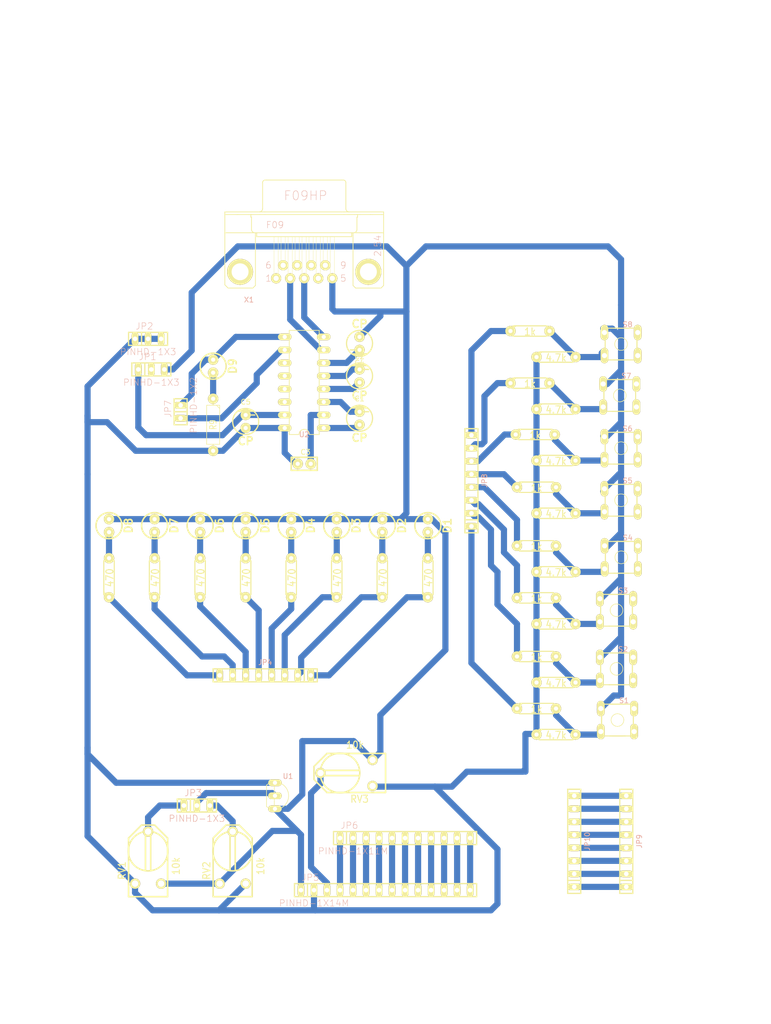
<source format=kicad_pcb>
(kicad_pcb (version 20171130) (host pcbnew "(5.1.6)-1")

  (general
    (thickness 1.6)
    (drawings 8)
    (tracks 283)
    (zones 0)
    (modules 64)
    (nets 69)
  )

  (page USLetter)
  (title_block
    (title "Práctica 2")
    (company "Tecnológico de Monterrey")
    (comment 1 "Ernesto Cortés Zamora")
    (comment 2 A01274539)
  )

  (layers
    (0 F.Cu signal)
    (31 B.Cu signal)
    (32 B.Adhes user hide)
    (33 F.Adhes user hide)
    (34 B.Paste user hide)
    (35 F.Paste user hide)
    (36 B.SilkS user hide)
    (37 F.SilkS user)
    (38 B.Mask user hide)
    (39 F.Mask user hide)
    (40 Dwgs.User user)
    (41 Cmts.User user hide)
    (42 Eco1.User user hide)
    (43 Eco2.User user hide)
    (44 Edge.Cuts user)
    (45 Margin user hide)
    (46 B.CrtYd user hide)
    (47 F.CrtYd user hide)
    (48 B.Fab user hide)
    (49 F.Fab user hide)
  )

  (setup
    (last_trace_width 1.2)
    (trace_clearance 0.508)
    (zone_clearance 0.508)
    (zone_45_only no)
    (trace_min 0.254)
    (via_size 0.889)
    (via_drill 0.508)
    (via_min_size 0.889)
    (via_min_drill 0.3)
    (uvia_size 0.3)
    (uvia_drill 0.1)
    (uvias_allowed no)
    (uvia_min_size 0.2)
    (uvia_min_drill 0.1)
    (edge_width 0.05)
    (segment_width 0.2)
    (pcb_text_width 0.3)
    (pcb_text_size 1.5 1.5)
    (mod_edge_width 0.12)
    (mod_text_size 1 1)
    (mod_text_width 0.15)
    (pad_size 1.524 1.524)
    (pad_drill 0.762)
    (pad_to_mask_clearance 0.05)
    (aux_axis_origin 0 0)
    (visible_elements 7FFFFFFF)
    (pcbplotparams
      (layerselection 0x00000_fffffffe)
      (usegerberextensions true)
      (usegerberattributes true)
      (usegerberadvancedattributes true)
      (creategerberjobfile true)
      (excludeedgelayer true)
      (linewidth 0.100000)
      (plotframeref false)
      (viasonmask false)
      (mode 1)
      (useauxorigin false)
      (hpglpennumber 1)
      (hpglpenspeed 20)
      (hpglpendiameter 15.000000)
      (psnegative false)
      (psa4output false)
      (plotreference false)
      (plotvalue false)
      (plotinvisibletext false)
      (padsonsilk true)
      (subtractmaskfromsilk false)
      (outputformat 1)
      (mirror false)
      (drillshape 0)
      (scaleselection 1)
      (outputdirectory "../Práctica 3/"))
  )

  (net 0 "")
  (net 1 "Net-(C1-Pad1)")
  (net 2 "Net-(C1-Pad2)")
  (net 3 "Net-(C2-Pad1)")
  (net 4 "Net-(C2-Pad2)")
  (net 5 "Net-(C3-Pad2)")
  (net 6 GNDA)
  (net 7 "Net-(C4-Pad2)")
  (net 8 "Net-(D1-Pad2)")
  (net 9 "Net-(D2-Pad2)")
  (net 10 "Net-(D3-Pad2)")
  (net 11 "Net-(D4-Pad2)")
  (net 12 "Net-(D5-Pad2)")
  (net 13 "Net-(D6-Pad2)")
  (net 14 "Net-(D7-Pad2)")
  (net 15 "Net-(D8-Pad2)")
  (net 16 "Net-(D9-Pad1)")
  (net 17 "Net-(D9-Pad2)")
  (net 18 +5VA)
  (net 19 "Net-(JP3-Pad3)")
  (net 20 "Net-(JP3-Pad2)")
  (net 21 "Net-(JP3-Pad1)")
  (net 22 "Net-(JP4-Pad8)")
  (net 23 "Net-(JP4-Pad7)")
  (net 24 "Net-(JP4-Pad6)")
  (net 25 "Net-(JP4-Pad5)")
  (net 26 "Net-(JP4-Pad4)")
  (net 27 "Net-(JP4-Pad3)")
  (net 28 "Net-(JP4-Pad2)")
  (net 29 "Net-(JP4-Pad1)")
  (net 30 "Net-(JP5-Pad14)")
  (net 31 "Net-(JP5-Pad13)")
  (net 32 "Net-(JP5-Pad12)")
  (net 33 "Net-(JP5-Pad11)")
  (net 34 "Net-(JP5-Pad10)")
  (net 35 "Net-(JP5-Pad9)")
  (net 36 "Net-(JP5-Pad8)")
  (net 37 "Net-(JP5-Pad7)")
  (net 38 "Net-(JP5-Pad6)")
  (net 39 "Net-(JP5-Pad5)")
  (net 40 "Net-(JP5-Pad4)")
  (net 41 "Net-(JP5-Pad3)")
  (net 42 "Net-(JP7-Pad1)")
  (net 43 "Net-(JP8-Pad8)")
  (net 44 "Net-(JP8-Pad7)")
  (net 45 "Net-(JP8-Pad6)")
  (net 46 "Net-(JP8-Pad5)")
  (net 47 "Net-(JP8-Pad4)")
  (net 48 "Net-(JP8-Pad3)")
  (net 49 "Net-(JP8-Pad2)")
  (net 50 "Net-(JP8-Pad1)")
  (net 51 "Net-(JP10-Pad8)")
  (net 52 "Net-(JP10-Pad7)")
  (net 53 "Net-(JP10-Pad6)")
  (net 54 "Net-(JP10-Pad5)")
  (net 55 "Net-(JP10-Pad4)")
  (net 56 "Net-(JP10-Pad3)")
  (net 57 "Net-(JP10-Pad2)")
  (net 58 "Net-(JP10-Pad1)")
  (net 59 "Net-(R10-Pad2)")
  (net 60 "Net-(R11-Pad2)")
  (net 61 "Net-(R12-Pad2)")
  (net 62 "Net-(R13-Pad2)")
  (net 63 "Net-(R14-Pad2)")
  (net 64 "Net-(R15-Pad2)")
  (net 65 "Net-(R16-Pad2)")
  (net 66 "Net-(R17-Pad2)")
  (net 67 "Net-(U2-Pad8)")
  (net 68 "Net-(U2-Pad7)")

  (net_class Default "This is the default net class."
    (clearance 0.508)
    (trace_width 1.2)
    (via_dia 0.889)
    (via_drill 0.508)
    (uvia_dia 0.3)
    (uvia_drill 0.1)
    (diff_pair_width 0.254)
    (diff_pair_gap 0.25)
    (add_net +5VA)
    (add_net GNDA)
    (add_net "Net-(C1-Pad1)")
    (add_net "Net-(C1-Pad2)")
    (add_net "Net-(C2-Pad1)")
    (add_net "Net-(C2-Pad2)")
    (add_net "Net-(C3-Pad2)")
    (add_net "Net-(C4-Pad2)")
    (add_net "Net-(D1-Pad2)")
    (add_net "Net-(D2-Pad2)")
    (add_net "Net-(D3-Pad2)")
    (add_net "Net-(D4-Pad2)")
    (add_net "Net-(D5-Pad2)")
    (add_net "Net-(D6-Pad2)")
    (add_net "Net-(D7-Pad2)")
    (add_net "Net-(D8-Pad2)")
    (add_net "Net-(D9-Pad1)")
    (add_net "Net-(D9-Pad2)")
    (add_net "Net-(JP10-Pad1)")
    (add_net "Net-(JP10-Pad2)")
    (add_net "Net-(JP10-Pad3)")
    (add_net "Net-(JP10-Pad4)")
    (add_net "Net-(JP10-Pad5)")
    (add_net "Net-(JP10-Pad6)")
    (add_net "Net-(JP10-Pad7)")
    (add_net "Net-(JP10-Pad8)")
    (add_net "Net-(JP3-Pad1)")
    (add_net "Net-(JP3-Pad2)")
    (add_net "Net-(JP3-Pad3)")
    (add_net "Net-(JP4-Pad1)")
    (add_net "Net-(JP4-Pad2)")
    (add_net "Net-(JP4-Pad3)")
    (add_net "Net-(JP4-Pad4)")
    (add_net "Net-(JP4-Pad5)")
    (add_net "Net-(JP4-Pad6)")
    (add_net "Net-(JP4-Pad7)")
    (add_net "Net-(JP4-Pad8)")
    (add_net "Net-(JP5-Pad10)")
    (add_net "Net-(JP5-Pad11)")
    (add_net "Net-(JP5-Pad12)")
    (add_net "Net-(JP5-Pad13)")
    (add_net "Net-(JP5-Pad14)")
    (add_net "Net-(JP5-Pad3)")
    (add_net "Net-(JP5-Pad4)")
    (add_net "Net-(JP5-Pad5)")
    (add_net "Net-(JP5-Pad6)")
    (add_net "Net-(JP5-Pad7)")
    (add_net "Net-(JP5-Pad8)")
    (add_net "Net-(JP5-Pad9)")
    (add_net "Net-(JP7-Pad1)")
    (add_net "Net-(JP8-Pad1)")
    (add_net "Net-(JP8-Pad2)")
    (add_net "Net-(JP8-Pad3)")
    (add_net "Net-(JP8-Pad4)")
    (add_net "Net-(JP8-Pad5)")
    (add_net "Net-(JP8-Pad6)")
    (add_net "Net-(JP8-Pad7)")
    (add_net "Net-(JP8-Pad8)")
    (add_net "Net-(R10-Pad2)")
    (add_net "Net-(R11-Pad2)")
    (add_net "Net-(R12-Pad2)")
    (add_net "Net-(R13-Pad2)")
    (add_net "Net-(R14-Pad2)")
    (add_net "Net-(R15-Pad2)")
    (add_net "Net-(R16-Pad2)")
    (add_net "Net-(R17-Pad2)")
    (add_net "Net-(U2-Pad7)")
    (add_net "Net-(U2-Pad8)")
  )

  (module user:Capacitor (layer F.Cu) (tedit 51C9C6AC) (tstamp 5F52C6AA)
    (at 101.981 99.568)
    (descr "Condensateur e = 1 pas")
    (tags C)
    (path /5F44691D)
    (fp_text reference C3 (at 0.254 -2.286) (layer F.SilkS)
      (effects (font (size 1 1) (thickness 0.15)))
    )
    (fp_text value CP (at 0 -2.286) (layer F.SilkS) hide
      (effects (font (size 1.016 1.016) (thickness 0.2032)))
    )
    (fp_line (start -2.54 -0.635) (end -1.905 -1.27) (layer F.SilkS) (width 0.3048))
    (fp_line (start -2.54 1.27) (end -2.54 -1.27) (layer F.SilkS) (width 0.3048))
    (fp_line (start 2.54 1.27) (end -2.54 1.27) (layer F.SilkS) (width 0.3048))
    (fp_line (start 2.54 -1.27) (end 2.54 1.27) (layer F.SilkS) (width 0.3048))
    (fp_line (start -2.4892 -1.27) (end 2.54 -1.27) (layer F.SilkS) (width 0.3048))
    (pad 2 thru_hole circle (at 1.27 0) (size 2.032 2.032) (drill 0.8128) (layers *.Cu *.Mask F.SilkS)
      (net 5 "Net-(C3-Pad2)"))
    (pad 1 thru_hole circle (at -1.27 0) (size 2.032 2.032) (drill 0.8128) (layers *.Cu *.Mask F.SilkS)
      (net 18 +5VA))
    (model discret/capa_1_pas.wrl
      (at (xyz 0 0 0))
      (scale (xyz 1 1 1))
      (rotate (xyz 0 0 0))
    )
  )

  (module user:Resistor_large (layer F.Cu) (tedit 51C9C3D1) (tstamp 5F53FEC9)
    (at 84.201 91.948 270)
    (path /5F445F6A)
    (fp_text reference R9 (at 0 0 90) (layer F.SilkS)
      (effects (font (size 1.27 1.016) (thickness 0.1524)))
    )
    (fp_text value 470 (at 0 0 90) (layer F.SilkS) hide
      (effects (font (size 1.27 1.016) (thickness 0.1524)))
    )
    (fp_line (start -3.81 -0.635) (end -3.175 -1.27) (layer F.SilkS) (width 0.127))
    (fp_line (start 3.81 0) (end 4.445 0) (layer F.SilkS) (width 0.127))
    (fp_line (start -4.445 0) (end -3.81 0) (layer F.SilkS) (width 0.127))
    (fp_line (start -3.81 -1.27) (end -3.81 -0.635) (layer F.SilkS) (width 0.127))
    (fp_line (start 3.81 -1.27) (end -3.81 -1.27) (layer F.SilkS) (width 0.127))
    (fp_line (start 3.81 1.27) (end 3.81 -1.27) (layer F.SilkS) (width 0.127))
    (fp_line (start -3.81 1.27) (end 3.81 1.27) (layer F.SilkS) (width 0.127))
    (fp_line (start -3.81 -0.635) (end -3.81 1.27) (layer F.SilkS) (width 0.127))
    (fp_line (start 3.81 0) (end 5.08 0) (layer F.SilkS) (width 0.15))
    (fp_line (start -3.81 0) (end -5.08 0) (layer F.SilkS) (width 0.15))
    (pad 1 thru_hole circle (at -5.08 0 270) (size 2.032 2.032) (drill 0.8128) (layers *.Cu *.Mask F.SilkS)
      (net 17 "Net-(D9-Pad2)"))
    (pad 2 thru_hole circle (at 5.08 0 270) (size 2.032 2.032) (drill 0.8128) (layers *.Cu *.Mask F.SilkS)
      (net 18 +5VA))
    (model discret/resistor.wrl
      (at (xyz 0 0 0))
      (scale (xyz 0.35 0.35 0.3))
      (rotate (xyz 0 0 0))
    )
  )

  (module user:Led (layer F.Cu) (tedit 51C9C4D1) (tstamp 5F4F001D)
    (at 108.331 111.633 270)
    (descr "Led verticale diam 6mm")
    (tags "LED DEV")
    (path /5F598F7A)
    (fp_text reference D3 (at 0 -3.81 90) (layer F.SilkS)
      (effects (font (size 1.524 1.524) (thickness 0.3048)))
    )
    (fp_text value LED (at 0 -3.81 90) (layer F.SilkS) hide
      (effects (font (size 1.524 1.524) (thickness 0.3048)))
    )
    (fp_line (start 1.905 0.635) (end 2.54 0.635) (layer F.SilkS) (width 0.3048))
    (fp_line (start 1.905 -0.635) (end 1.905 0.635) (layer F.SilkS) (width 0.3048))
    (fp_line (start 2.54 -0.635) (end 1.905 -0.635) (layer F.SilkS) (width 0.3048))
    (fp_circle (center 0 0) (end -2.54 0) (layer F.SilkS) (width 0.3048))
    (pad 2 thru_hole circle (at 1.27 0 270) (size 2.032 2.032) (drill 0.8128) (layers *.Cu *.Mask F.SilkS)
      (net 10 "Net-(D3-Pad2)"))
    (pad 1 thru_hole circle (at -1.27 0 270) (size 2.032 2.032) (drill 0.8128) (layers *.Cu *.Mask F.SilkS)
      (net 6 GNDA))
    (model discret/led5_vertical.wrl
      (at (xyz 0 0 0))
      (scale (xyz 1 1 1))
      (rotate (xyz 0 0 0))
    )
  )

  (module user:pinhead-1X11 (layer F.Cu) (tedit 51E43BAE) (tstamp 5F4F0140)
    (at 121.666 172.593)
    (descr "PIN HEADER - 0.1\"")
    (tags "PIN HEADER - 0.1\"")
    (path /5F4705D3)
    (attr virtual)
    (fp_text reference JP6 (at -10.8712 -2.4638) (layer B.SilkS)
      (effects (font (size 1.27 1.27) (thickness 0.0889)))
    )
    (fp_text value PINHD-1X11M (at -10.16 2.54) (layer B.SilkS)
      (effects (font (size 1.27 1.27) (thickness 0.0889)))
    )
    (fp_line (start 9.906 0.254) (end 10.414 0.254) (layer F.SilkS) (width 0.06604))
    (fp_line (start 10.414 0.254) (end 10.414 -0.254) (layer F.SilkS) (width 0.06604))
    (fp_line (start 9.906 -0.254) (end 10.414 -0.254) (layer F.SilkS) (width 0.06604))
    (fp_line (start 9.906 0.254) (end 9.906 -0.254) (layer F.SilkS) (width 0.06604))
    (fp_line (start 7.366 0.254) (end 7.874 0.254) (layer F.SilkS) (width 0.06604))
    (fp_line (start 7.874 0.254) (end 7.874 -0.254) (layer F.SilkS) (width 0.06604))
    (fp_line (start 7.366 -0.254) (end 7.874 -0.254) (layer F.SilkS) (width 0.06604))
    (fp_line (start 7.366 0.254) (end 7.366 -0.254) (layer F.SilkS) (width 0.06604))
    (fp_line (start 4.826 0.254) (end 5.334 0.254) (layer F.SilkS) (width 0.06604))
    (fp_line (start 5.334 0.254) (end 5.334 -0.254) (layer F.SilkS) (width 0.06604))
    (fp_line (start 4.826 -0.254) (end 5.334 -0.254) (layer F.SilkS) (width 0.06604))
    (fp_line (start 4.826 0.254) (end 4.826 -0.254) (layer F.SilkS) (width 0.06604))
    (fp_line (start 2.286 0.254) (end 2.794 0.254) (layer F.SilkS) (width 0.06604))
    (fp_line (start 2.794 0.254) (end 2.794 -0.254) (layer F.SilkS) (width 0.06604))
    (fp_line (start 2.286 -0.254) (end 2.794 -0.254) (layer F.SilkS) (width 0.06604))
    (fp_line (start 2.286 0.254) (end 2.286 -0.254) (layer F.SilkS) (width 0.06604))
    (fp_line (start -0.254 0.254) (end 0.254 0.254) (layer F.SilkS) (width 0.06604))
    (fp_line (start 0.254 0.254) (end 0.254 -0.254) (layer F.SilkS) (width 0.06604))
    (fp_line (start -0.254 -0.254) (end 0.254 -0.254) (layer F.SilkS) (width 0.06604))
    (fp_line (start -0.254 0.254) (end -0.254 -0.254) (layer F.SilkS) (width 0.06604))
    (fp_line (start -2.794 0.254) (end -2.286 0.254) (layer F.SilkS) (width 0.06604))
    (fp_line (start -2.286 0.254) (end -2.286 -0.254) (layer F.SilkS) (width 0.06604))
    (fp_line (start -2.794 -0.254) (end -2.286 -0.254) (layer F.SilkS) (width 0.06604))
    (fp_line (start -2.794 0.254) (end -2.794 -0.254) (layer F.SilkS) (width 0.06604))
    (fp_line (start -5.334 0.254) (end -4.826 0.254) (layer F.SilkS) (width 0.06604))
    (fp_line (start -4.826 0.254) (end -4.826 -0.254) (layer F.SilkS) (width 0.06604))
    (fp_line (start -5.334 -0.254) (end -4.826 -0.254) (layer F.SilkS) (width 0.06604))
    (fp_line (start -5.334 0.254) (end -5.334 -0.254) (layer F.SilkS) (width 0.06604))
    (fp_line (start -7.874 0.254) (end -7.366 0.254) (layer F.SilkS) (width 0.06604))
    (fp_line (start -7.366 0.254) (end -7.366 -0.254) (layer F.SilkS) (width 0.06604))
    (fp_line (start -7.874 -0.254) (end -7.366 -0.254) (layer F.SilkS) (width 0.06604))
    (fp_line (start -7.874 0.254) (end -7.874 -0.254) (layer F.SilkS) (width 0.06604))
    (fp_line (start -10.414 0.254) (end -9.906 0.254) (layer F.SilkS) (width 0.06604))
    (fp_line (start -9.906 0.254) (end -9.906 -0.254) (layer F.SilkS) (width 0.06604))
    (fp_line (start -10.414 -0.254) (end -9.906 -0.254) (layer F.SilkS) (width 0.06604))
    (fp_line (start -10.414 0.254) (end -10.414 -0.254) (layer F.SilkS) (width 0.06604))
    (fp_line (start -12.954 0.254) (end -12.446 0.254) (layer F.SilkS) (width 0.06604))
    (fp_line (start -12.446 0.254) (end -12.446 -0.254) (layer F.SilkS) (width 0.06604))
    (fp_line (start -12.954 -0.254) (end -12.446 -0.254) (layer F.SilkS) (width 0.06604))
    (fp_line (start -12.954 0.254) (end -12.954 -0.254) (layer F.SilkS) (width 0.06604))
    (fp_line (start 12.446 0.254) (end 12.954 0.254) (layer F.SilkS) (width 0.06604))
    (fp_line (start 12.954 0.254) (end 12.954 -0.254) (layer F.SilkS) (width 0.06604))
    (fp_line (start 12.446 -0.254) (end 12.954 -0.254) (layer F.SilkS) (width 0.06604))
    (fp_line (start 12.446 0.254) (end 12.446 -0.254) (layer F.SilkS) (width 0.06604))
    (fp_line (start 13.97 1.27) (end -13.97 1.27) (layer F.SilkS) (width 0.254))
    (fp_line (start -13.97 -1.27) (end -13.97 1.27) (layer F.SilkS) (width 0.254))
    (fp_line (start 13.97 -1.27) (end 13.97 1.27) (layer F.SilkS) (width 0.254))
    (fp_line (start 13.97 -1.27) (end -11.43 -1.27) (layer F.SilkS) (width 0.254))
    (fp_line (start -11.43 -1.27) (end -13.97 -1.27) (layer F.SilkS) (width 0.254))
    (fp_line (start -11.43 -1.27) (end -11.43 1.27) (layer F.SilkS) (width 0.254))
    (pad 11 thru_hole oval (at 12.7 0) (size 1.3208 2.6416) (drill 0.889) (layers *.Cu *.Mask F.SilkS)
      (net 30 "Net-(JP5-Pad14)"))
    (pad 10 thru_hole oval (at 10.16 0) (size 1.3208 2.6416) (drill 0.889) (layers *.Cu *.Mask F.SilkS)
      (net 31 "Net-(JP5-Pad13)"))
    (pad 9 thru_hole oval (at 7.62 0) (size 1.3208 2.6416) (drill 0.889) (layers *.Cu *.Mask F.SilkS)
      (net 32 "Net-(JP5-Pad12)"))
    (pad 8 thru_hole oval (at 5.08 0) (size 1.3208 2.6416) (drill 0.889) (layers *.Cu *.Mask F.SilkS)
      (net 33 "Net-(JP5-Pad11)"))
    (pad 7 thru_hole oval (at 2.54 0) (size 1.3208 2.6416) (drill 0.889) (layers *.Cu *.Mask F.SilkS)
      (net 34 "Net-(JP5-Pad10)"))
    (pad 6 thru_hole oval (at 0 0) (size 1.3208 2.6416) (drill 0.889) (layers *.Cu *.Mask F.SilkS)
      (net 35 "Net-(JP5-Pad9)"))
    (pad 5 thru_hole oval (at -2.54 0) (size 1.3208 2.6416) (drill 0.889) (layers *.Cu *.Mask F.SilkS)
      (net 36 "Net-(JP5-Pad8)"))
    (pad 4 thru_hole oval (at -5.08 0) (size 1.3208 2.6416) (drill 0.889) (layers *.Cu *.Mask F.SilkS)
      (net 37 "Net-(JP5-Pad7)"))
    (pad 3 thru_hole oval (at -7.62 0) (size 1.3208 2.6416) (drill 0.889) (layers *.Cu *.Mask F.SilkS)
      (net 38 "Net-(JP5-Pad6)"))
    (pad 2 thru_hole oval (at -10.16 0) (size 1.3208 2.6416) (drill 0.889) (layers *.Cu *.Mask F.SilkS)
      (net 39 "Net-(JP5-Pad5)"))
    (pad 1 thru_hole oval (at -12.7 0) (size 1.3208 2.6416) (drill 0.889) (layers *.Cu *.Mask F.SilkS)
      (net 40 "Net-(JP5-Pad4)"))
    (pad 1 thru_hole rect (at -12.7 0) (size 1.524 0) (drill 1.016) (layers F&B.Cu F.Paste F.SilkS F.Mask)
      (net 40 "Net-(JP5-Pad4)"))
  )

  (module user:pinhead-1X02 (layer F.Cu) (tedit 51E43B49) (tstamp 5F52C722)
    (at 77.851 89.408 90)
    (descr "PIN HEADER - 0.1\"")
    (tags "PIN HEADER - 0.1\"")
    (path /5F4452E8)
    (attr virtual)
    (fp_text reference JP7 (at 0.5588 -2.4638 90) (layer B.SilkS)
      (effects (font (size 1.27 1.27) (thickness 0.0889)))
    )
    (fp_text value PINHD-1X2 (at 1.27 2.54 90) (layer B.SilkS)
      (effects (font (size 1.27 1.27) (thickness 0.0889)))
    )
    (fp_line (start -1.524 0.254) (end -1.016 0.254) (layer F.SilkS) (width 0.06604))
    (fp_line (start -1.016 0.254) (end -1.016 -0.254) (layer F.SilkS) (width 0.06604))
    (fp_line (start -1.524 -0.254) (end -1.016 -0.254) (layer F.SilkS) (width 0.06604))
    (fp_line (start -1.524 0.254) (end -1.524 -0.254) (layer F.SilkS) (width 0.06604))
    (fp_line (start 1.016 0.254) (end 1.524 0.254) (layer F.SilkS) (width 0.06604))
    (fp_line (start 1.524 0.254) (end 1.524 -0.254) (layer F.SilkS) (width 0.06604))
    (fp_line (start 1.016 -0.254) (end 1.524 -0.254) (layer F.SilkS) (width 0.06604))
    (fp_line (start 1.016 0.254) (end 1.016 -0.254) (layer F.SilkS) (width 0.06604))
    (fp_line (start -2.54 -1.27) (end -2.54 1.27) (layer F.SilkS) (width 0.254))
    (fp_line (start 2.54 1.27) (end -2.54 1.27) (layer F.SilkS) (width 0.254))
    (fp_line (start -2.54 -1.27) (end 0 -1.27) (layer F.SilkS) (width 0.254))
    (fp_line (start 0 -1.27) (end 2.54 -1.27) (layer F.SilkS) (width 0.254))
    (fp_line (start 2.54 -1.27) (end 2.54 1.27) (layer F.SilkS) (width 0.254))
    (fp_line (start 0 -1.27) (end 0 1.27) (layer F.SilkS) (width 0.254))
    (pad 2 thru_hole oval (at 1.27 0 90) (size 1.3208 2.6416) (drill 0.889) (layers *.Cu *.Mask F.SilkS)
      (net 16 "Net-(D9-Pad1)"))
    (pad 1 thru_hole oval (at -1.27 0 90) (size 1.3208 2.6416) (drill 0.889) (layers *.Cu *.Mask F.SilkS)
      (net 42 "Net-(JP7-Pad1)"))
    (pad 1 thru_hole rect (at -1.27 0 90) (size 1.524 0) (drill 1.016) (layers F&B.Cu F.Paste F.SilkS F.Mask)
      (net 42 "Net-(JP7-Pad1)"))
  )

  (module user:pinhead-1X03 (layer F.Cu) (tedit 51E43B5B) (tstamp 5F4F022C)
    (at 81.026 166.243)
    (descr "PIN HEADER - 0.1\"")
    (tags "PIN HEADER - 0.1\"")
    (path /5F439270)
    (attr virtual)
    (fp_text reference JP3 (at -0.7112 -2.4638) (layer B.SilkS)
      (effects (font (size 1.27 1.27) (thickness 0.0889)))
    )
    (fp_text value PINHD-1X3 (at 0 2.54) (layer B.SilkS)
      (effects (font (size 1.27 1.27) (thickness 0.0889)))
    )
    (fp_line (start -1.27 -1.27) (end -1.27 1.27) (layer F.SilkS) (width 0.254))
    (fp_line (start 3.81 1.27) (end -3.81 1.27) (layer F.SilkS) (width 0.254))
    (fp_line (start 3.81 -1.27) (end 3.81 1.27) (layer F.SilkS) (width 0.254))
    (fp_line (start -1.27 -1.27) (end 3.81 -1.27) (layer F.SilkS) (width 0.254))
    (fp_line (start -3.81 -1.27) (end -1.27 -1.27) (layer F.SilkS) (width 0.254))
    (fp_line (start -3.81 -1.27) (end -3.81 1.27) (layer F.SilkS) (width 0.254))
    (fp_line (start 2.286 0.254) (end 2.286 -0.254) (layer F.SilkS) (width 0.06604))
    (fp_line (start 2.286 -0.254) (end 2.794 -0.254) (layer F.SilkS) (width 0.06604))
    (fp_line (start 2.794 0.254) (end 2.794 -0.254) (layer F.SilkS) (width 0.06604))
    (fp_line (start 2.286 0.254) (end 2.794 0.254) (layer F.SilkS) (width 0.06604))
    (fp_line (start -2.794 0.254) (end -2.794 -0.254) (layer F.SilkS) (width 0.06604))
    (fp_line (start -2.794 -0.254) (end -2.286 -0.254) (layer F.SilkS) (width 0.06604))
    (fp_line (start -2.286 0.254) (end -2.286 -0.254) (layer F.SilkS) (width 0.06604))
    (fp_line (start -2.794 0.254) (end -2.286 0.254) (layer F.SilkS) (width 0.06604))
    (fp_line (start -0.254 0.254) (end -0.254 -0.254) (layer F.SilkS) (width 0.06604))
    (fp_line (start -0.254 -0.254) (end 0.254 -0.254) (layer F.SilkS) (width 0.06604))
    (fp_line (start 0.254 0.254) (end 0.254 -0.254) (layer F.SilkS) (width 0.06604))
    (fp_line (start -0.254 0.254) (end 0.254 0.254) (layer F.SilkS) (width 0.06604))
    (pad 3 thru_hole oval (at 2.54 0) (size 1.3208 2.6416) (drill 0.889) (layers *.Cu *.Mask F.SilkS)
      (net 19 "Net-(JP3-Pad3)"))
    (pad 2 thru_hole oval (at 0 0) (size 1.3208 2.6416) (drill 0.889) (layers *.Cu *.Mask F.SilkS)
      (net 20 "Net-(JP3-Pad2)"))
    (pad 1 thru_hole oval (at -2.54 0) (size 1.3208 2.6416) (drill 0.889) (layers *.Cu *.Mask F.SilkS)
      (net 21 "Net-(JP3-Pad1)"))
    (pad 1 thru_hole rect (at -2.54 0) (size 1.524 0) (drill 1.016) (layers *.Cu F.Paste F.SilkS F.Mask)
      (net 21 "Net-(JP3-Pad1)"))
  )

  (module user:Conector_F09HP (layer F.Cu) (tedit 51C9C9FD) (tstamp 5F4F0578)
    (at 101.981 62.103)
    (descr "HARTING SUB-D")
    (tags "HARTING SUB-D")
    (path /5F448A95)
    (attr virtual)
    (fp_text reference X1 (at -10.795 5.461) (layer B.SilkS)
      (effects (font (size 1 1) (thickness 0.15)))
    )
    (fp_text value F09HP (at 0.254 -14.859) (layer B.SilkS)
      (effects (font (size 1.778 1.778) (thickness 0.0889)))
    )
    (fp_line (start -9.271 -6.858) (end 9.271 -6.858) (layer F.SilkS) (width 0.06604))
    (fp_line (start 9.271 -6.858) (end 9.271 -7.62) (layer F.SilkS) (width 0.06604))
    (fp_line (start -9.271 -7.62) (end 9.271 -7.62) (layer F.SilkS) (width 0.06604))
    (fp_line (start -9.271 -6.858) (end -9.271 -7.62) (layer F.SilkS) (width 0.06604))
    (fp_line (start -15.494 -11.176) (end 15.494 -11.176) (layer F.SilkS) (width 0.06604))
    (fp_line (start 15.494 -11.176) (end 15.494 -11.684) (layer F.SilkS) (width 0.06604))
    (fp_line (start -15.494 -11.684) (end 15.494 -11.684) (layer F.SilkS) (width 0.06604))
    (fp_line (start -15.494 -11.176) (end -15.494 -11.684) (layer F.SilkS) (width 0.06604))
    (fp_line (start -5.8928 0.381) (end -5.08 0.381) (layer F.SilkS) (width 0.06604))
    (fp_line (start -5.08 0.381) (end -5.08 -6.858) (layer F.SilkS) (width 0.06604))
    (fp_line (start -5.8928 -6.858) (end -5.08 -6.858) (layer F.SilkS) (width 0.06604))
    (fp_line (start -5.8928 0.381) (end -5.8928 -6.858) (layer F.SilkS) (width 0.06604))
    (fp_line (start -4.5212 -2.159) (end -3.7084 -2.159) (layer F.SilkS) (width 0.06604))
    (fp_line (start -3.7084 -2.159) (end -3.7084 -6.858) (layer F.SilkS) (width 0.06604))
    (fp_line (start -4.5212 -6.858) (end -3.7084 -6.858) (layer F.SilkS) (width 0.06604))
    (fp_line (start -4.5212 -2.159) (end -4.5212 -6.858) (layer F.SilkS) (width 0.06604))
    (fp_line (start -3.1496 0.381) (end -2.3368 0.381) (layer F.SilkS) (width 0.06604))
    (fp_line (start -2.3368 0.381) (end -2.3368 -6.858) (layer F.SilkS) (width 0.06604))
    (fp_line (start -3.1496 -6.858) (end -2.3368 -6.858) (layer F.SilkS) (width 0.06604))
    (fp_line (start -3.1496 0.381) (end -3.1496 -6.858) (layer F.SilkS) (width 0.06604))
    (fp_line (start -1.778 -2.159) (end -0.9652 -2.159) (layer F.SilkS) (width 0.06604))
    (fp_line (start -0.9652 -2.159) (end -0.9652 -6.858) (layer F.SilkS) (width 0.06604))
    (fp_line (start -1.778 -6.858) (end -0.9652 -6.858) (layer F.SilkS) (width 0.06604))
    (fp_line (start -1.778 -2.159) (end -1.778 -6.858) (layer F.SilkS) (width 0.06604))
    (fp_line (start -0.4318 0.381) (end 0.381 0.381) (layer F.SilkS) (width 0.06604))
    (fp_line (start 0.381 0.381) (end 0.381 -6.858) (layer F.SilkS) (width 0.06604))
    (fp_line (start -0.4318 -6.858) (end 0.381 -6.858) (layer F.SilkS) (width 0.06604))
    (fp_line (start -0.4318 0.381) (end -0.4318 -6.858) (layer F.SilkS) (width 0.06604))
    (fp_line (start 0.9398 -2.159) (end 1.7526 -2.159) (layer F.SilkS) (width 0.06604))
    (fp_line (start 1.7526 -2.159) (end 1.7526 -6.858) (layer F.SilkS) (width 0.06604))
    (fp_line (start 0.9398 -6.858) (end 1.7526 -6.858) (layer F.SilkS) (width 0.06604))
    (fp_line (start 0.9398 -2.159) (end 0.9398 -6.858) (layer F.SilkS) (width 0.06604))
    (fp_line (start 2.3368 0.381) (end 3.1496 0.381) (layer F.SilkS) (width 0.06604))
    (fp_line (start 3.1496 0.381) (end 3.1496 -6.858) (layer F.SilkS) (width 0.06604))
    (fp_line (start 2.3368 -6.858) (end 3.1496 -6.858) (layer F.SilkS) (width 0.06604))
    (fp_line (start 2.3368 0.381) (end 2.3368 -6.858) (layer F.SilkS) (width 0.06604))
    (fp_line (start 3.7084 -2.159) (end 4.5212 -2.159) (layer F.SilkS) (width 0.06604))
    (fp_line (start 4.5212 -2.159) (end 4.5212 -6.858) (layer F.SilkS) (width 0.06604))
    (fp_line (start 3.7084 -6.858) (end 4.5212 -6.858) (layer F.SilkS) (width 0.06604))
    (fp_line (start 3.7084 -2.159) (end 3.7084 -6.858) (layer F.SilkS) (width 0.06604))
    (fp_line (start 5.08 0.381) (end 5.8928 0.381) (layer F.SilkS) (width 0.06604))
    (fp_line (start 5.8928 0.381) (end 5.8928 -6.858) (layer F.SilkS) (width 0.06604))
    (fp_line (start 5.08 -6.858) (end 5.8928 -6.858) (layer F.SilkS) (width 0.06604))
    (fp_line (start 5.08 0.381) (end 5.08 -6.858) (layer F.SilkS) (width 0.06604))
    (fp_line (start -7.62 -17.907) (end -7.366 -17.907) (layer F.SilkS) (width 0.1524))
    (fp_line (start -7.747 -11.684) (end 7.747 -11.684) (layer F.SilkS) (width 0.1524))
    (fp_line (start -15.494 -7.62) (end -10.414 -7.62) (layer F.SilkS) (width 0.1524))
    (fp_line (start -15.494 -7.62) (end -15.494 -10.668) (layer F.SilkS) (width 0.1524))
    (fp_line (start -15.494 -7.62) (end -15.494 -7.493) (layer F.SilkS) (width 0.1524))
    (fp_line (start -15.494 -10.668) (end -15.494 -11.176) (layer F.SilkS) (width 0.1524))
    (fp_line (start -15.494 -11.176) (end -15.494 -11.684) (layer F.SilkS) (width 0.1524))
    (fp_line (start 15.494 -11.684) (end 15.494 -11.176) (layer F.SilkS) (width 0.1524))
    (fp_line (start 15.494 -11.176) (end 15.494 -10.668) (layer F.SilkS) (width 0.1524))
    (fp_line (start 15.494 -10.668) (end 15.494 -7.62) (layer F.SilkS) (width 0.1524))
    (fp_line (start 15.494 -7.62) (end 15.494 -7.493) (layer F.SilkS) (width 0.1524))
    (fp_line (start -15.494 -11.176) (end -12.954 -11.176) (layer F.SilkS) (width 0.1524))
    (fp_line (start -12.954 -11.176) (end -10.414 -11.176) (layer F.SilkS) (width 0.1524))
    (fp_line (start -10.414 -10.668) (end -10.414 -11.176) (layer F.SilkS) (width 0.1524))
    (fp_line (start -10.414 -10.668) (end -10.287 -10.668) (layer F.SilkS) (width 0.1524))
    (fp_line (start -10.414 -7.62) (end -9.525 -7.62) (layer F.SilkS) (width 0.1524))
    (fp_line (start -9.525 -7.62) (end -9.271 -7.62) (layer F.SilkS) (width 0.1524))
    (fp_line (start -10.287 -8.255) (end -10.287 -10.668) (layer F.SilkS) (width 0.1524))
    (fp_line (start -9.271 -7.62) (end -9.271 -6.858) (layer F.SilkS) (width 0.1524))
    (fp_line (start -9.271 -7.62) (end 9.271 -7.62) (layer F.SilkS) (width 0.1524))
    (fp_line (start -9.271 -6.858) (end 9.271 -6.858) (layer F.SilkS) (width 0.1524))
    (fp_line (start 9.271 -7.62) (end 9.271 -6.858) (layer F.SilkS) (width 0.1524))
    (fp_line (start 9.271 -7.62) (end 9.525 -7.62) (layer F.SilkS) (width 0.1524))
    (fp_line (start 9.525 -7.62) (end 10.414 -7.62) (layer F.SilkS) (width 0.1524))
    (fp_line (start 12.954 -11.176) (end 15.494 -11.176) (layer F.SilkS) (width 0.1524))
    (fp_line (start -10.414 -11.176) (end 10.414 -11.176) (layer F.SilkS) (width 0.1524))
    (fp_line (start 10.414 -11.176) (end 12.954 -11.176) (layer F.SilkS) (width 0.1524))
    (fp_line (start 10.414 -10.668) (end 10.414 -11.176) (layer F.SilkS) (width 0.1524))
    (fp_line (start 10.287 -8.255) (end 10.287 -10.668) (layer F.SilkS) (width 0.1524))
    (fp_line (start 10.287 -10.668) (end 10.414 -10.668) (layer F.SilkS) (width 0.1524))
    (fp_line (start -14.859 3.175) (end -15.494 2.54) (layer F.SilkS) (width 0.1524))
    (fp_line (start -15.494 2.54) (end -15.494 -7.493) (layer F.SilkS) (width 0.1524))
    (fp_line (start -10.033 3.175) (end -14.859 3.175) (layer F.SilkS) (width 0.1524))
    (fp_line (start -10.033 3.175) (end -9.525 2.667) (layer F.SilkS) (width 0.1524))
    (fp_line (start -9.525 2.667) (end -9.525 -7.62) (layer F.SilkS) (width 0.1524))
    (fp_line (start 9.525 2.667) (end 9.525 -7.62) (layer F.SilkS) (width 0.1524))
    (fp_line (start 9.525 2.667) (end 10.033 3.175) (layer F.SilkS) (width 0.1524))
    (fp_line (start 10.033 3.175) (end 14.986 3.175) (layer F.SilkS) (width 0.1524))
    (fp_line (start 14.986 3.175) (end 15.494 2.667) (layer F.SilkS) (width 0.1524))
    (fp_line (start 15.494 2.667) (end 15.494 -7.493) (layer F.SilkS) (width 0.1524))
    (fp_line (start 10.414 -7.62) (end 15.494 -7.62) (layer F.SilkS) (width 0.1524))
    (fp_line (start -15.494 -11.684) (end -7.747 -11.684) (layer F.SilkS) (width 0.1524))
    (fp_line (start -8.128 -12.319) (end -8.128 -17.399) (layer F.SilkS) (width 0.1524))
    (fp_line (start 7.747 -11.684) (end 15.494 -11.684) (layer F.SilkS) (width 0.1524))
    (fp_line (start 8.128 -12.319) (end 8.128 -17.399) (layer F.SilkS) (width 0.1524))
    (fp_line (start -7.366 -17.907) (end 7.366 -17.907) (layer F.SilkS) (width 0.1524))
    (fp_line (start 7.366 -17.907) (end 7.62 -17.907) (layer F.SilkS) (width 0.1524))
    (fp_circle (center -12.5222 0) (end -13.3477 0.8255) (layer F.SilkS) (width 0.0762))
    (fp_circle (center 12.5222 0) (end 13.3477 0.8255) (layer F.SilkS) (width 0.0762))
    (fp_text user F09 (at -5.715 -9.144) (layer B.SilkS)
      (effects (font (size 1.27 1.27) (thickness 0.0889)))
    )
    (fp_text user 2,54 (at 14.34846 -5.08 90) (layer B.SilkS)
      (effects (font (size 1.27 1.27) (thickness 0.0889)))
    )
    (fp_text user 6 (at -6.985 -1.27) (layer B.SilkS)
      (effects (font (size 1.27 1.27) (thickness 0.0889)))
    )
    (fp_text user 9 (at 7.62 -1.27) (layer B.SilkS)
      (effects (font (size 1.27 1.27) (thickness 0.0889)))
    )
    (fp_text user 5 (at 7.62 1.27) (layer B.SilkS)
      (effects (font (size 1.27 1.27) (thickness 0.0889)))
    )
    (fp_text user 1 (at -6.985 1.27) (layer B.SilkS)
      (effects (font (size 1.27 1.27) (thickness 0.0889)))
    )
    (fp_arc (start 8.76046 -12.319) (end 8.76046 -11.684) (angle 90) (layer F.SilkS) (width 0.1524))
    (fp_arc (start -8.76046 -12.319) (end -8.128 -12.319) (angle 90) (layer F.SilkS) (width 0.1524))
    (fp_arc (start 9.652 -8.255) (end 10.287 -8.255) (angle 90) (layer F.SilkS) (width 0.1524))
    (fp_arc (start -9.652 -8.255) (end -9.652 -7.62) (angle 90) (layer F.SilkS) (width 0.1524))
    (fp_arc (start 7.62 -17.399) (end 7.62 -17.907) (angle 90) (layer F.SilkS) (width 0.1524))
    (fp_arc (start -7.62 -17.399) (end -8.128 -17.399) (angle 90) (layer F.SilkS) (width 0.1524))
    (pad G2 thru_hole circle (at 12.5222 0) (size 5.08 5.08) (drill 3.302) (layers *.Cu F.Paste F.SilkS F.Mask))
    (pad G1 thru_hole circle (at -12.5222 0) (size 5.08 5.08) (drill 3.302) (layers *.Cu F.Paste F.SilkS F.Mask))
    (pad 9 thru_hole circle (at 4.1148 -1.27) (size 1.99898 1.99898) (drill 1.016) (layers *.Cu F.Paste F.SilkS F.Mask))
    (pad 8 thru_hole circle (at 1.3716 -1.27) (size 1.99898 1.99898) (drill 1.016) (layers *.Cu F.Paste F.SilkS F.Mask))
    (pad 7 thru_hole circle (at -1.3716 -1.27) (size 1.99898 1.99898) (drill 1.016) (layers *.Cu F.Paste F.SilkS F.Mask))
    (pad 6 thru_hole circle (at -4.1148 -1.27) (size 1.99898 1.99898) (drill 1.016) (layers *.Cu F.Paste F.SilkS F.Mask))
    (pad 5 thru_hole circle (at 5.4864 1.27) (size 1.99898 1.99898) (drill 1.016) (layers *.Cu F.Paste F.SilkS F.Mask)
      (net 6 GNDA))
    (pad 4 thru_hole circle (at 2.7432 1.27) (size 1.99898 1.99898) (drill 1.016) (layers *.Cu F.Paste F.SilkS F.Mask))
    (pad 3 thru_hole circle (at 0 1.27) (size 1.99898 1.99898) (drill 1.016) (layers *.Cu F.Paste F.SilkS F.Mask)
      (net 67 "Net-(U2-Pad8)"))
    (pad 2 thru_hole circle (at -2.7432 1.27) (size 1.99898 1.99898) (drill 1.016) (layers *.Cu F.Paste F.SilkS F.Mask)
      (net 68 "Net-(U2-Pad7)"))
    (pad 1 thru_hole circle (at -5.4864 1.27) (size 1.99898 1.99898) (drill 1.016) (layers *.Cu F.Paste F.SilkS F.Mask))
  )

  (module user:Maxim232 (layer F.Cu) (tedit 51CCC38E) (tstamp 5F52C814)
    (at 101.981 83.693 90)
    (descr "DUAL IN LINE PACKAGE")
    (tags "DUAL IN LINE PACKAGE")
    (path /5F443581)
    (attr virtual)
    (fp_text reference U2 (at -10.16 0) (layer B.SilkS)
      (effects (font (size 1 1) (thickness 0.15)))
    )
    (fp_text value MAX232 (at -3.683 0 90) (layer B.SilkS) hide
      (effects (font (size 1.27 1.27) (thickness 0.0889)))
    )
    (fp_line (start 10.16 -2.921) (end -10.16 -2.921) (layer F.SilkS) (width 0.1524))
    (fp_line (start -10.16 2.921) (end 10.16 2.921) (layer F.SilkS) (width 0.1524))
    (fp_line (start 10.16 -2.921) (end 10.16 2.921) (layer F.SilkS) (width 0.1524))
    (fp_line (start -10.16 -2.921) (end -10.16 -1.016) (layer F.SilkS) (width 0.1524))
    (fp_line (start -10.16 2.921) (end -10.16 1.016) (layer F.SilkS) (width 0.1524))
    (fp_arc (start -10.16 0) (end -10.16 -1.016) (angle 180) (layer F.SilkS) (width 0.1524))
    (pad 16 thru_hole oval (at -8.89 -3.81 90) (size 1.3208 2.6416) (drill 0.8128) (layers *.Cu F.Paste F.SilkS F.Mask)
      (net 18 +5VA))
    (pad 15 thru_hole oval (at -6.35 -3.81 90) (size 1.3208 2.6416) (drill 0.8128) (layers *.Cu F.Paste F.SilkS F.Mask)
      (net 6 GNDA))
    (pad 14 thru_hole oval (at -3.81 -3.81 90) (size 1.3208 2.6416) (drill 0.8128) (layers *.Cu F.Paste F.SilkS F.Mask))
    (pad 13 thru_hole oval (at -1.27 -3.81 90) (size 1.3208 2.6416) (drill 0.8128) (layers *.Cu F.Paste F.SilkS F.Mask))
    (pad 12 thru_hole oval (at 1.27 -3.81 90) (size 1.3208 2.6416) (drill 0.8128) (layers *.Cu F.Paste F.SilkS F.Mask))
    (pad 11 thru_hole oval (at 3.81 -3.81 90) (size 1.3208 2.6416) (drill 0.8128) (layers *.Cu F.Paste F.SilkS F.Mask))
    (pad 10 thru_hole oval (at 6.35 -3.81 90) (size 1.3208 2.6416) (drill 0.8128) (layers *.Cu F.Paste F.SilkS F.Mask)
      (net 42 "Net-(JP7-Pad1)"))
    (pad 9 thru_hole oval (at 8.89 -3.81 90) (size 1.3208 2.6416) (drill 0.8128) (layers *.Cu F.Paste F.SilkS F.Mask)
      (net 16 "Net-(D9-Pad1)"))
    (pad 8 thru_hole oval (at 8.89 3.81 90) (size 1.3208 2.6416) (drill 0.8128) (layers *.Cu F.Paste F.SilkS F.Mask)
      (net 67 "Net-(U2-Pad8)"))
    (pad 7 thru_hole oval (at 6.35 3.81 90) (size 1.3208 2.6416) (drill 0.8128) (layers *.Cu F.Paste F.SilkS F.Mask)
      (net 68 "Net-(U2-Pad7)"))
    (pad 6 thru_hole oval (at 3.81 3.81 90) (size 1.3208 2.6416) (drill 0.8128) (layers *.Cu F.Paste F.SilkS F.Mask)
      (net 7 "Net-(C4-Pad2)"))
    (pad 5 thru_hole oval (at 1.27 3.81 90) (size 1.3208 2.6416) (drill 0.8128) (layers *.Cu F.Paste F.SilkS F.Mask)
      (net 4 "Net-(C2-Pad2)"))
    (pad 4 thru_hole oval (at -1.27 3.81 90) (size 1.3208 2.6416) (drill 0.8128) (layers *.Cu F.Paste F.SilkS F.Mask)
      (net 3 "Net-(C2-Pad1)"))
    (pad 3 thru_hole oval (at -3.81 3.81 90) (size 1.3208 2.6416) (drill 0.8128) (layers *.Cu F.Paste F.SilkS F.Mask)
      (net 2 "Net-(C1-Pad2)"))
    (pad 2 thru_hole oval (at -6.35 3.81 90) (size 1.3208 2.6416) (drill 0.8128) (layers *.Cu F.Paste F.SilkS F.Mask)
      (net 5 "Net-(C3-Pad2)"))
    (pad 1 thru_hole oval (at -8.89 3.81 90) (size 1.3208 2.6416) (drill 0.8128) (layers *.Cu F.Paste F.SilkS F.Mask)
      (net 1 "Net-(C1-Pad1)"))
  )

  (module user:MCP9700A (layer F.Cu) (tedit 52CEFD97) (tstamp 5F4F04E6)
    (at 96.266 164.338 270)
    (descr "TO-92 PADS IN LINE")
    (tags "TO-92 PADS IN LINE")
    (path /5F439FB3)
    (attr virtual)
    (fp_text reference U1 (at -3.81 -2.54) (layer B.SilkS)
      (effects (font (size 1 1) (thickness 0.15)))
    )
    (fp_text value MCP9700A (at 1.27 2.667 90) (layer B.SilkS) hide
      (effects (font (size 1.27 1.27) (thickness 0.0889)))
    )
    (fp_line (start 1.40208 0.127) (end 1.13538 0.127) (layer F.SilkS) (width 0.127))
    (fp_line (start 2.66192 0.127) (end 1.40208 0.127) (layer F.SilkS) (width 0.127))
    (fp_line (start -1.13538 0.127) (end -1.40208 0.127) (layer F.SilkS) (width 0.127))
    (fp_line (start -1.40208 0.127) (end -2.66192 0.127) (layer F.SilkS) (width 0.127))
    (fp_line (start 1.13538 0.127) (end -1.13538 0.127) (layer F.SilkS) (width 0.127))
    (fp_line (start -2.09296 1.651) (end 2.09296 1.651) (layer F.SilkS) (width 0.127))
    (fp_arc (start 0 0) (end -2.413 -1.13538) (angle 129.5) (layer F.SilkS) (width 0.127))
    (fp_arc (start 0 0) (end -2.413 1.13538) (angle 50.4) (layer F.SilkS) (width 0.127))
    (fp_arc (start 0 0) (end -2.09296 1.651) (angle 13) (layer F.SilkS) (width 0.127))
    (fp_arc (start 0 0) (end 2.413 -1.13538) (angle 50.4) (layer F.SilkS) (width 0.127))
    (fp_arc (start 0 0) (end 2.42316 1.10998) (angle 13.6) (layer F.SilkS) (width 0.127))
    (pad 1 thru_hole oval (at -2.54 0 270) (size 1.3208 2.6416) (drill 0.8128) (layers *.Cu F.Paste F.SilkS F.Mask)
      (net 18 +5VA))
    (pad 2 thru_hole oval (at 0 0 270) (size 1.3208 2.6416) (drill 0.8128) (layers *.Cu F.Paste F.SilkS F.Mask)
      (net 20 "Net-(JP3-Pad2)"))
    (pad 3 thru_hole oval (at 2.54 0 270) (size 1.3208 2.6416) (drill 0.8128) (layers *.Cu F.Paste F.SilkS F.Mask)
      (net 6 GNDA))
  )

  (module user:DTS-6 (layer F.Cu) (tedit 51CCC518) (tstamp 5F4F04D4)
    (at 163.83 76.2)
    (path /5F4CB50E)
    (attr virtual)
    (fp_text reference S8 (at 1.27 -3.81) (layer B.SilkS)
      (effects (font (size 1 1) (thickness 0.15)))
    )
    (fp_text value DTS-6 (at 1.27 4.445) (layer B.SilkS) hide
      (effects (font (size 1.27 1.27) (thickness 0.0889)))
    )
    (fp_line (start -3.0988 -3.0988) (end 3.0988 -3.0988) (layer F.SilkS) (width 0.2032))
    (fp_line (start 3.0988 -3.0988) (end 3.0988 3.0988) (layer F.SilkS) (width 0.2032))
    (fp_line (start 3.0988 3.0988) (end -3.0988 3.0988) (layer F.SilkS) (width 0.2032))
    (fp_line (start -3.0988 3.0988) (end -3.0988 -3.0988) (layer F.SilkS) (width 0.2032))
    (fp_line (start 1.4986 -3.0988) (end -1.4986 -3.0988) (layer F.SilkS) (width 0.2032))
    (fp_line (start 3.0988 0.99822) (end 3.0988 -0.99822) (layer F.SilkS) (width 0.2032))
    (fp_line (start 1.4986 3.0988) (end -1.4986 3.0988) (layer F.SilkS) (width 0.2032))
    (fp_line (start -3.0988 0.99822) (end -3.0988 -0.99822) (layer F.SilkS) (width 0.2032))
    (fp_circle (center 0 0) (end -0.87376 0.87376) (layer F.SilkS) (width 0.1016))
    (fp_circle (center 0 0) (end -0.87376 0.87376) (layer F.SilkS) (width 0.1016))
    (pad 4 thru_hole oval (at 3.24866 2.2479) (size 1.50622 3.01498) (drill 0.99822) (layers *.Cu F.Paste F.SilkS F.Mask))
    (pad 3 thru_hole oval (at -3.24866 2.2479) (size 1.50622 3.01498) (drill 0.99822) (layers *.Cu F.Paste F.SilkS F.Mask)
      (net 66 "Net-(R17-Pad2)"))
    (pad 2 thru_hole oval (at 3.24866 -2.2479) (size 1.50622 3.01498) (drill 0.99822) (layers *.Cu F.Paste F.SilkS F.Mask))
    (pad 1 thru_hole oval (at -3.24866 -2.2479) (size 1.50622 3.01498) (drill 0.99822) (layers *.Cu F.Paste F.SilkS F.Mask)
      (net 6 GNDA))
  )

  (module user:DTS-6 (layer F.Cu) (tedit 51CCC518) (tstamp 5F4F04C2)
    (at 163.576 86.233)
    (path /5F4C84D1)
    (attr virtual)
    (fp_text reference S7 (at 1.27 -3.81) (layer B.SilkS)
      (effects (font (size 1 1) (thickness 0.15)))
    )
    (fp_text value DTS-6 (at 1.27 4.445) (layer B.SilkS) hide
      (effects (font (size 1.27 1.27) (thickness 0.0889)))
    )
    (fp_line (start -3.0988 -3.0988) (end 3.0988 -3.0988) (layer F.SilkS) (width 0.2032))
    (fp_line (start 3.0988 -3.0988) (end 3.0988 3.0988) (layer F.SilkS) (width 0.2032))
    (fp_line (start 3.0988 3.0988) (end -3.0988 3.0988) (layer F.SilkS) (width 0.2032))
    (fp_line (start -3.0988 3.0988) (end -3.0988 -3.0988) (layer F.SilkS) (width 0.2032))
    (fp_line (start 1.4986 -3.0988) (end -1.4986 -3.0988) (layer F.SilkS) (width 0.2032))
    (fp_line (start 3.0988 0.99822) (end 3.0988 -0.99822) (layer F.SilkS) (width 0.2032))
    (fp_line (start 1.4986 3.0988) (end -1.4986 3.0988) (layer F.SilkS) (width 0.2032))
    (fp_line (start -3.0988 0.99822) (end -3.0988 -0.99822) (layer F.SilkS) (width 0.2032))
    (fp_circle (center 0 0) (end -0.87376 0.87376) (layer F.SilkS) (width 0.1016))
    (fp_circle (center 0 0) (end -0.87376 0.87376) (layer F.SilkS) (width 0.1016))
    (pad 4 thru_hole oval (at 3.24866 2.2479) (size 1.50622 3.01498) (drill 0.99822) (layers *.Cu F.Paste F.SilkS F.Mask))
    (pad 3 thru_hole oval (at -3.24866 2.2479) (size 1.50622 3.01498) (drill 0.99822) (layers *.Cu F.Paste F.SilkS F.Mask)
      (net 65 "Net-(R16-Pad2)"))
    (pad 2 thru_hole oval (at 3.24866 -2.2479) (size 1.50622 3.01498) (drill 0.99822) (layers *.Cu F.Paste F.SilkS F.Mask))
    (pad 1 thru_hole oval (at -3.24866 -2.2479) (size 1.50622 3.01498) (drill 0.99822) (layers *.Cu F.Paste F.SilkS F.Mask)
      (net 6 GNDA))
  )

  (module user:DTS-6 (layer F.Cu) (tedit 51CCC518) (tstamp 5F4F04B0)
    (at 163.83 96.52)
    (path /5F4C645E)
    (attr virtual)
    (fp_text reference S6 (at 1.27 -3.81) (layer B.SilkS)
      (effects (font (size 1 1) (thickness 0.15)))
    )
    (fp_text value DTS-6 (at 1.27 4.445) (layer B.SilkS) hide
      (effects (font (size 1.27 1.27) (thickness 0.0889)))
    )
    (fp_line (start -3.0988 -3.0988) (end 3.0988 -3.0988) (layer F.SilkS) (width 0.2032))
    (fp_line (start 3.0988 -3.0988) (end 3.0988 3.0988) (layer F.SilkS) (width 0.2032))
    (fp_line (start 3.0988 3.0988) (end -3.0988 3.0988) (layer F.SilkS) (width 0.2032))
    (fp_line (start -3.0988 3.0988) (end -3.0988 -3.0988) (layer F.SilkS) (width 0.2032))
    (fp_line (start 1.4986 -3.0988) (end -1.4986 -3.0988) (layer F.SilkS) (width 0.2032))
    (fp_line (start 3.0988 0.99822) (end 3.0988 -0.99822) (layer F.SilkS) (width 0.2032))
    (fp_line (start 1.4986 3.0988) (end -1.4986 3.0988) (layer F.SilkS) (width 0.2032))
    (fp_line (start -3.0988 0.99822) (end -3.0988 -0.99822) (layer F.SilkS) (width 0.2032))
    (fp_circle (center 0 0) (end -0.87376 0.87376) (layer F.SilkS) (width 0.1016))
    (fp_circle (center 0 0) (end -0.87376 0.87376) (layer F.SilkS) (width 0.1016))
    (pad 4 thru_hole oval (at 3.24866 2.2479) (size 1.50622 3.01498) (drill 0.99822) (layers *.Cu F.Paste F.SilkS F.Mask))
    (pad 3 thru_hole oval (at -3.24866 2.2479) (size 1.50622 3.01498) (drill 0.99822) (layers *.Cu F.Paste F.SilkS F.Mask)
      (net 64 "Net-(R15-Pad2)"))
    (pad 2 thru_hole oval (at 3.24866 -2.2479) (size 1.50622 3.01498) (drill 0.99822) (layers *.Cu F.Paste F.SilkS F.Mask))
    (pad 1 thru_hole oval (at -3.24866 -2.2479) (size 1.50622 3.01498) (drill 0.99822) (layers *.Cu F.Paste F.SilkS F.Mask)
      (net 6 GNDA))
  )

  (module user:DTS-6 (layer F.Cu) (tedit 51CCC518) (tstamp 5F4F049E)
    (at 163.83 106.68)
    (path /5F4C405A)
    (attr virtual)
    (fp_text reference S5 (at 1.27 -3.81) (layer B.SilkS)
      (effects (font (size 1 1) (thickness 0.15)))
    )
    (fp_text value DTS-6 (at 1.27 4.445) (layer B.SilkS) hide
      (effects (font (size 1.27 1.27) (thickness 0.0889)))
    )
    (fp_line (start -3.0988 -3.0988) (end 3.0988 -3.0988) (layer F.SilkS) (width 0.2032))
    (fp_line (start 3.0988 -3.0988) (end 3.0988 3.0988) (layer F.SilkS) (width 0.2032))
    (fp_line (start 3.0988 3.0988) (end -3.0988 3.0988) (layer F.SilkS) (width 0.2032))
    (fp_line (start -3.0988 3.0988) (end -3.0988 -3.0988) (layer F.SilkS) (width 0.2032))
    (fp_line (start 1.4986 -3.0988) (end -1.4986 -3.0988) (layer F.SilkS) (width 0.2032))
    (fp_line (start 3.0988 0.99822) (end 3.0988 -0.99822) (layer F.SilkS) (width 0.2032))
    (fp_line (start 1.4986 3.0988) (end -1.4986 3.0988) (layer F.SilkS) (width 0.2032))
    (fp_line (start -3.0988 0.99822) (end -3.0988 -0.99822) (layer F.SilkS) (width 0.2032))
    (fp_circle (center 0 0) (end -0.87376 0.87376) (layer F.SilkS) (width 0.1016))
    (fp_circle (center 0 0) (end -0.87376 0.87376) (layer F.SilkS) (width 0.1016))
    (pad 4 thru_hole oval (at 3.24866 2.2479) (size 1.50622 3.01498) (drill 0.99822) (layers *.Cu F.Paste F.SilkS F.Mask))
    (pad 3 thru_hole oval (at -3.24866 2.2479) (size 1.50622 3.01498) (drill 0.99822) (layers *.Cu F.Paste F.SilkS F.Mask)
      (net 63 "Net-(R14-Pad2)"))
    (pad 2 thru_hole oval (at 3.24866 -2.2479) (size 1.50622 3.01498) (drill 0.99822) (layers *.Cu F.Paste F.SilkS F.Mask))
    (pad 1 thru_hole oval (at -3.24866 -2.2479) (size 1.50622 3.01498) (drill 0.99822) (layers *.Cu F.Paste F.SilkS F.Mask)
      (net 6 GNDA))
  )

  (module user:DTS-6 (layer F.Cu) (tedit 51CCC518) (tstamp 5F4F048C)
    (at 163.864317 117.8179)
    (path /5F4C1DED)
    (attr virtual)
    (fp_text reference S4 (at 1.27 -3.81) (layer B.SilkS)
      (effects (font (size 1 1) (thickness 0.15)))
    )
    (fp_text value DTS-6 (at 1.27 4.445) (layer B.SilkS) hide
      (effects (font (size 1.27 1.27) (thickness 0.0889)))
    )
    (fp_line (start -3.0988 -3.0988) (end 3.0988 -3.0988) (layer F.SilkS) (width 0.2032))
    (fp_line (start 3.0988 -3.0988) (end 3.0988 3.0988) (layer F.SilkS) (width 0.2032))
    (fp_line (start 3.0988 3.0988) (end -3.0988 3.0988) (layer F.SilkS) (width 0.2032))
    (fp_line (start -3.0988 3.0988) (end -3.0988 -3.0988) (layer F.SilkS) (width 0.2032))
    (fp_line (start 1.4986 -3.0988) (end -1.4986 -3.0988) (layer F.SilkS) (width 0.2032))
    (fp_line (start 3.0988 0.99822) (end 3.0988 -0.99822) (layer F.SilkS) (width 0.2032))
    (fp_line (start 1.4986 3.0988) (end -1.4986 3.0988) (layer F.SilkS) (width 0.2032))
    (fp_line (start -3.0988 0.99822) (end -3.0988 -0.99822) (layer F.SilkS) (width 0.2032))
    (fp_circle (center 0 0) (end -0.87376 0.87376) (layer F.SilkS) (width 0.1016))
    (fp_circle (center 0 0) (end -0.87376 0.87376) (layer F.SilkS) (width 0.1016))
    (pad 4 thru_hole oval (at 3.24866 2.2479) (size 1.50622 3.01498) (drill 0.99822) (layers *.Cu F.Paste F.SilkS F.Mask))
    (pad 3 thru_hole oval (at -3.24866 2.2479) (size 1.50622 3.01498) (drill 0.99822) (layers *.Cu F.Paste F.SilkS F.Mask)
      (net 62 "Net-(R13-Pad2)"))
    (pad 2 thru_hole oval (at 3.24866 -2.2479) (size 1.50622 3.01498) (drill 0.99822) (layers *.Cu F.Paste F.SilkS F.Mask))
    (pad 1 thru_hole oval (at -3.24866 -2.2479) (size 1.50622 3.01498) (drill 0.99822) (layers *.Cu F.Paste F.SilkS F.Mask)
      (net 6 GNDA))
  )

  (module user:DTS-6 (layer F.Cu) (tedit 51CCC518) (tstamp 5F4F047A)
    (at 162.941 128.143)
    (path /5F4BFAEE)
    (attr virtual)
    (fp_text reference S3 (at 1.27 -3.81) (layer B.SilkS)
      (effects (font (size 1 1) (thickness 0.15)))
    )
    (fp_text value DTS-6 (at 1.27 4.445) (layer B.SilkS) hide
      (effects (font (size 1.27 1.27) (thickness 0.0889)))
    )
    (fp_line (start -3.0988 -3.0988) (end 3.0988 -3.0988) (layer F.SilkS) (width 0.2032))
    (fp_line (start 3.0988 -3.0988) (end 3.0988 3.0988) (layer F.SilkS) (width 0.2032))
    (fp_line (start 3.0988 3.0988) (end -3.0988 3.0988) (layer F.SilkS) (width 0.2032))
    (fp_line (start -3.0988 3.0988) (end -3.0988 -3.0988) (layer F.SilkS) (width 0.2032))
    (fp_line (start 1.4986 -3.0988) (end -1.4986 -3.0988) (layer F.SilkS) (width 0.2032))
    (fp_line (start 3.0988 0.99822) (end 3.0988 -0.99822) (layer F.SilkS) (width 0.2032))
    (fp_line (start 1.4986 3.0988) (end -1.4986 3.0988) (layer F.SilkS) (width 0.2032))
    (fp_line (start -3.0988 0.99822) (end -3.0988 -0.99822) (layer F.SilkS) (width 0.2032))
    (fp_circle (center 0 0) (end -0.87376 0.87376) (layer F.SilkS) (width 0.1016))
    (fp_circle (center 0 0) (end -0.87376 0.87376) (layer F.SilkS) (width 0.1016))
    (pad 4 thru_hole oval (at 3.24866 2.2479) (size 1.50622 3.01498) (drill 0.99822) (layers *.Cu F.Paste F.SilkS F.Mask))
    (pad 3 thru_hole oval (at -3.24866 2.2479) (size 1.50622 3.01498) (drill 0.99822) (layers *.Cu F.Paste F.SilkS F.Mask)
      (net 61 "Net-(R12-Pad2)"))
    (pad 2 thru_hole oval (at 3.24866 -2.2479) (size 1.50622 3.01498) (drill 0.99822) (layers *.Cu F.Paste F.SilkS F.Mask))
    (pad 1 thru_hole oval (at -3.24866 -2.2479) (size 1.50622 3.01498) (drill 0.99822) (layers *.Cu F.Paste F.SilkS F.Mask)
      (net 6 GNDA))
  )

  (module user:DTS-6 (layer F.Cu) (tedit 51CCC518) (tstamp 5F4F0468)
    (at 162.941 139.573)
    (path /5F4BDB27)
    (attr virtual)
    (fp_text reference S2 (at 1.27 -3.81) (layer B.SilkS)
      (effects (font (size 1 1) (thickness 0.15)))
    )
    (fp_text value DTS-6 (at 1.27 4.445) (layer B.SilkS) hide
      (effects (font (size 1.27 1.27) (thickness 0.0889)))
    )
    (fp_line (start -3.0988 -3.0988) (end 3.0988 -3.0988) (layer F.SilkS) (width 0.2032))
    (fp_line (start 3.0988 -3.0988) (end 3.0988 3.0988) (layer F.SilkS) (width 0.2032))
    (fp_line (start 3.0988 3.0988) (end -3.0988 3.0988) (layer F.SilkS) (width 0.2032))
    (fp_line (start -3.0988 3.0988) (end -3.0988 -3.0988) (layer F.SilkS) (width 0.2032))
    (fp_line (start 1.4986 -3.0988) (end -1.4986 -3.0988) (layer F.SilkS) (width 0.2032))
    (fp_line (start 3.0988 0.99822) (end 3.0988 -0.99822) (layer F.SilkS) (width 0.2032))
    (fp_line (start 1.4986 3.0988) (end -1.4986 3.0988) (layer F.SilkS) (width 0.2032))
    (fp_line (start -3.0988 0.99822) (end -3.0988 -0.99822) (layer F.SilkS) (width 0.2032))
    (fp_circle (center 0 0) (end -0.87376 0.87376) (layer F.SilkS) (width 0.1016))
    (fp_circle (center 0 0) (end -0.87376 0.87376) (layer F.SilkS) (width 0.1016))
    (pad 4 thru_hole oval (at 3.24866 2.2479) (size 1.50622 3.01498) (drill 0.99822) (layers *.Cu F.Paste F.SilkS F.Mask))
    (pad 3 thru_hole oval (at -3.24866 2.2479) (size 1.50622 3.01498) (drill 0.99822) (layers *.Cu F.Paste F.SilkS F.Mask)
      (net 60 "Net-(R11-Pad2)"))
    (pad 2 thru_hole oval (at 3.24866 -2.2479) (size 1.50622 3.01498) (drill 0.99822) (layers *.Cu F.Paste F.SilkS F.Mask))
    (pad 1 thru_hole oval (at -3.24866 -2.2479) (size 1.50622 3.01498) (drill 0.99822) (layers *.Cu F.Paste F.SilkS F.Mask)
      (net 6 GNDA))
  )

  (module user:DTS-6 (layer F.Cu) (tedit 51CCC518) (tstamp 5F527D49)
    (at 163.12134 149.5679)
    (path /5F4BB8E6)
    (attr virtual)
    (fp_text reference S1 (at 1.27 -3.81) (layer B.SilkS)
      (effects (font (size 1 1) (thickness 0.15)))
    )
    (fp_text value DTS-6 (at 1.27 4.445) (layer B.SilkS) hide
      (effects (font (size 1.27 1.27) (thickness 0.0889)))
    )
    (fp_line (start -3.0988 -3.0988) (end 3.0988 -3.0988) (layer F.SilkS) (width 0.2032))
    (fp_line (start 3.0988 -3.0988) (end 3.0988 3.0988) (layer F.SilkS) (width 0.2032))
    (fp_line (start 3.0988 3.0988) (end -3.0988 3.0988) (layer F.SilkS) (width 0.2032))
    (fp_line (start -3.0988 3.0988) (end -3.0988 -3.0988) (layer F.SilkS) (width 0.2032))
    (fp_line (start 1.4986 -3.0988) (end -1.4986 -3.0988) (layer F.SilkS) (width 0.2032))
    (fp_line (start 3.0988 0.99822) (end 3.0988 -0.99822) (layer F.SilkS) (width 0.2032))
    (fp_line (start 1.4986 3.0988) (end -1.4986 3.0988) (layer F.SilkS) (width 0.2032))
    (fp_line (start -3.0988 0.99822) (end -3.0988 -0.99822) (layer F.SilkS) (width 0.2032))
    (fp_circle (center 0 0) (end -0.87376 0.87376) (layer F.SilkS) (width 0.1016))
    (fp_circle (center 0 0) (end -0.87376 0.87376) (layer F.SilkS) (width 0.1016))
    (pad 4 thru_hole oval (at 3.24866 2.2479) (size 1.50622 3.01498) (drill 0.99822) (layers *.Cu F.Paste F.SilkS F.Mask))
    (pad 3 thru_hole oval (at -3.24866 2.2479) (size 1.50622 3.01498) (drill 0.99822) (layers *.Cu F.Paste F.SilkS F.Mask)
      (net 59 "Net-(R10-Pad2)"))
    (pad 2 thru_hole oval (at 3.24866 -2.2479) (size 1.50622 3.01498) (drill 0.99822) (layers *.Cu F.Paste F.SilkS F.Mask))
    (pad 1 thru_hole oval (at -3.24866 -2.2479) (size 1.50622 3.01498) (drill 0.99822) (layers *.Cu F.Paste F.SilkS F.Mask)
      (net 6 GNDA))
  )

  (module discret:RV2X4 (layer F.Cu) (tedit 200000) (tstamp 5F4F0444)
    (at 110.236 159.893 180)
    (descr "Resistance variable / Potentiometre")
    (tags R)
    (path /5F46FF05)
    (fp_text reference RV3 (at -2.54 -5.08) (layer F.SilkS)
      (effects (font (size 1.397 1.27) (thickness 0.2032)))
    )
    (fp_text value 10k (at -1.651 5.461) (layer F.SilkS)
      (effects (font (size 1.397 1.27) (thickness 0.2032)))
    )
    (fp_circle (center 1.27 0) (end -2.54 -0.635) (layer F.SilkS) (width 0.3048))
    (fp_line (start -2.54 0.508) (end 4.953 0.508) (layer F.SilkS) (width 0.3048))
    (fp_line (start -2.54 -0.508) (end 4.953 -0.508) (layer F.SilkS) (width 0.3048))
    (fp_line (start 1.651 3.81) (end 0.762 3.81) (layer F.SilkS) (width 0.3048))
    (fp_line (start 0.762 -3.81) (end 1.905 -3.81) (layer F.SilkS) (width 0.3048))
    (fp_line (start -7.62 3.81) (end -7.62 -3.81) (layer F.SilkS) (width 0.3048))
    (fp_line (start 3.81 3.81) (end -7.62 3.81) (layer F.SilkS) (width 0.3048))
    (fp_line (start 6.35 1.27) (end 3.81 3.81) (layer F.SilkS) (width 0.3048))
    (fp_line (start 6.35 -1.27) (end 6.35 1.27) (layer F.SilkS) (width 0.3048))
    (fp_line (start 3.81 -3.81) (end 6.35 -1.27) (layer F.SilkS) (width 0.3048))
    (fp_line (start -7.62 -3.81) (end 3.81 -3.81) (layer F.SilkS) (width 0.3048))
    (pad 1 thru_hole circle (at -5.08 -2.54 180) (size 2.032 2.032) (drill 1.27) (layers *.Cu *.Mask F.SilkS)
      (net 18 +5VA))
    (pad 2 thru_hole circle (at 5.08 0 180) (size 2.032 2.032) (drill 1.27) (layers *.Cu *.Mask F.SilkS)
      (net 41 "Net-(JP5-Pad3)"))
    (pad 3 thru_hole circle (at -5.08 2.54 180) (size 2.032 2.032) (drill 1.27) (layers *.Cu *.Mask F.SilkS)
      (net 6 GNDA))
    (model discret/adjustable_rx2v4.wrl
      (at (xyz 0 0 0))
      (scale (xyz 1 1 1))
      (rotate (xyz 0 0 0))
    )
  )

  (module discret:RV2X4 (layer F.Cu) (tedit 200000) (tstamp 5F4F0432)
    (at 88.011 176.403 90)
    (descr "Resistance variable / Potentiometre")
    (tags R)
    (path /5F441C23)
    (fp_text reference RV2 (at -2.54 -5.08 90) (layer F.SilkS)
      (effects (font (size 1.397 1.27) (thickness 0.2032)))
    )
    (fp_text value 10k (at -1.651 5.461 90) (layer F.SilkS)
      (effects (font (size 1.397 1.27) (thickness 0.2032)))
    )
    (fp_circle (center 1.27 0) (end -2.54 -0.635) (layer F.SilkS) (width 0.3048))
    (fp_line (start -2.54 0.508) (end 4.953 0.508) (layer F.SilkS) (width 0.3048))
    (fp_line (start -2.54 -0.508) (end 4.953 -0.508) (layer F.SilkS) (width 0.3048))
    (fp_line (start 1.651 3.81) (end 0.762 3.81) (layer F.SilkS) (width 0.3048))
    (fp_line (start 0.762 -3.81) (end 1.905 -3.81) (layer F.SilkS) (width 0.3048))
    (fp_line (start -7.62 3.81) (end -7.62 -3.81) (layer F.SilkS) (width 0.3048))
    (fp_line (start 3.81 3.81) (end -7.62 3.81) (layer F.SilkS) (width 0.3048))
    (fp_line (start 6.35 1.27) (end 3.81 3.81) (layer F.SilkS) (width 0.3048))
    (fp_line (start 6.35 -1.27) (end 6.35 1.27) (layer F.SilkS) (width 0.3048))
    (fp_line (start 3.81 -3.81) (end 6.35 -1.27) (layer F.SilkS) (width 0.3048))
    (fp_line (start -7.62 -3.81) (end 3.81 -3.81) (layer F.SilkS) (width 0.3048))
    (pad 1 thru_hole circle (at -5.08 -2.54 90) (size 2.032 2.032) (drill 1.27) (layers *.Cu *.Mask F.SilkS)
      (net 6 GNDA))
    (pad 2 thru_hole circle (at 5.08 0 90) (size 2.032 2.032) (drill 1.27) (layers *.Cu *.Mask F.SilkS)
      (net 19 "Net-(JP3-Pad3)"))
    (pad 3 thru_hole circle (at -5.08 2.54 90) (size 2.032 2.032) (drill 1.27) (layers *.Cu *.Mask F.SilkS)
      (net 18 +5VA))
    (model discret/adjustable_rx2v4.wrl
      (at (xyz 0 0 0))
      (scale (xyz 1 1 1))
      (rotate (xyz 0 0 0))
    )
  )

  (module discret:RV2X4 (layer F.Cu) (tedit 200000) (tstamp 5F4F0420)
    (at 71.501 176.403 90)
    (descr "Resistance variable / Potentiometre")
    (tags R)
    (path /5F441093)
    (fp_text reference RV1 (at -2.54 -5.08 90) (layer F.SilkS)
      (effects (font (size 1.397 1.27) (thickness 0.2032)))
    )
    (fp_text value 10k (at -1.651 5.461 90) (layer F.SilkS)
      (effects (font (size 1.397 1.27) (thickness 0.2032)))
    )
    (fp_circle (center 1.27 0) (end -2.54 -0.635) (layer F.SilkS) (width 0.3048))
    (fp_line (start -2.54 0.508) (end 4.953 0.508) (layer F.SilkS) (width 0.3048))
    (fp_line (start -2.54 -0.508) (end 4.953 -0.508) (layer F.SilkS) (width 0.3048))
    (fp_line (start 1.651 3.81) (end 0.762 3.81) (layer F.SilkS) (width 0.3048))
    (fp_line (start 0.762 -3.81) (end 1.905 -3.81) (layer F.SilkS) (width 0.3048))
    (fp_line (start -7.62 3.81) (end -7.62 -3.81) (layer F.SilkS) (width 0.3048))
    (fp_line (start 3.81 3.81) (end -7.62 3.81) (layer F.SilkS) (width 0.3048))
    (fp_line (start 6.35 1.27) (end 3.81 3.81) (layer F.SilkS) (width 0.3048))
    (fp_line (start 6.35 -1.27) (end 6.35 1.27) (layer F.SilkS) (width 0.3048))
    (fp_line (start 3.81 -3.81) (end 6.35 -1.27) (layer F.SilkS) (width 0.3048))
    (fp_line (start -7.62 -3.81) (end 3.81 -3.81) (layer F.SilkS) (width 0.3048))
    (pad 1 thru_hole circle (at -5.08 -2.54 90) (size 2.032 2.032) (drill 1.27) (layers *.Cu *.Mask F.SilkS)
      (net 18 +5VA))
    (pad 2 thru_hole circle (at 5.08 0 90) (size 2.032 2.032) (drill 1.27) (layers *.Cu *.Mask F.SilkS)
      (net 21 "Net-(JP3-Pad1)"))
    (pad 3 thru_hole circle (at -5.08 2.54 90) (size 2.032 2.032) (drill 1.27) (layers *.Cu *.Mask F.SilkS)
      (net 6 GNDA))
    (model discret/adjustable_rx2v4.wrl
      (at (xyz 0 0 0))
      (scale (xyz 1 1 1))
      (rotate (xyz 0 0 0))
    )
  )

  (module user:Resistor (layer F.Cu) (tedit 51C9BFF1) (tstamp 5F4F040E)
    (at 151.13 78.74)
    (descr "Resitance 3 pas")
    (tags R)
    (path /5F4B9AE9)
    (autoplace_cost180 10)
    (fp_text reference R25 (at 0 0.127) (layer F.SilkS) hide
      (effects (font (size 1.397 1.27) (thickness 0.2032)))
    )
    (fp_text value 4.7k (at 0 0.127) (layer F.SilkS)
      (effects (font (size 1.397 1.27) (thickness 0.2032)))
    )
    (fp_line (start -3.302 -0.508) (end -2.794 -1.016) (layer F.SilkS) (width 0.2032))
    (fp_line (start 3.302 1.016) (end 3.302 0) (layer F.SilkS) (width 0.2032))
    (fp_line (start -3.302 1.016) (end 3.302 1.016) (layer F.SilkS) (width 0.2032))
    (fp_line (start -3.302 -1.016) (end -3.302 1.016) (layer F.SilkS) (width 0.2032))
    (fp_line (start 3.302 -1.016) (end -3.302 -1.016) (layer F.SilkS) (width 0.2032))
    (fp_line (start 3.302 0) (end 3.302 -1.016) (layer F.SilkS) (width 0.2032))
    (fp_line (start 3.81 0) (end 3.302 0) (layer F.SilkS) (width 0.2032))
    (fp_line (start -3.81 0) (end -3.302 0) (layer F.SilkS) (width 0.2032))
    (fp_line (start -3.81 0) (end -3.302 0) (layer F.SilkS) (width 0.2032))
    (fp_line (start 3.81 0) (end 3.302 0) (layer F.SilkS) (width 0.2032))
    (fp_line (start 3.302 0) (end 3.302 -1.016) (layer F.SilkS) (width 0.2032))
    (fp_line (start 3.302 -1.016) (end -3.302 -1.016) (layer F.SilkS) (width 0.2032))
    (fp_line (start -3.302 -1.016) (end -3.302 1.016) (layer F.SilkS) (width 0.2032))
    (fp_line (start -3.302 1.016) (end 3.302 1.016) (layer F.SilkS) (width 0.2032))
    (fp_line (start 3.302 1.016) (end 3.302 0) (layer F.SilkS) (width 0.2032))
    (fp_line (start -3.302 -0.508) (end -2.794 -1.016) (layer F.SilkS) (width 0.2032))
    (pad 2 thru_hole circle (at 3.81 0) (size 2.032 2.032) (drill 0.8128) (layers *.Cu *.Mask F.SilkS)
      (net 66 "Net-(R17-Pad2)"))
    (pad 1 thru_hole circle (at -3.81 0) (size 2.032 2.032) (drill 0.8128) (layers *.Cu *.Mask F.SilkS)
      (net 18 +5VA))
    (model discret/resistor.wrl
      (at (xyz 0 0 0))
      (scale (xyz 0.3 0.3 0.3))
      (rotate (xyz 0 0 0))
    )
  )

  (module user:Resistor (layer F.Cu) (tedit 51C9BFF1) (tstamp 5F4F03F8)
    (at 151.13 88.9)
    (descr "Resitance 3 pas")
    (tags R)
    (path /5F4B7D46)
    (autoplace_cost180 10)
    (fp_text reference R24 (at 0 0.127) (layer F.SilkS) hide
      (effects (font (size 1.397 1.27) (thickness 0.2032)))
    )
    (fp_text value 4.7k (at 0 0.127) (layer F.SilkS)
      (effects (font (size 1.397 1.27) (thickness 0.2032)))
    )
    (fp_line (start -3.302 -0.508) (end -2.794 -1.016) (layer F.SilkS) (width 0.2032))
    (fp_line (start 3.302 1.016) (end 3.302 0) (layer F.SilkS) (width 0.2032))
    (fp_line (start -3.302 1.016) (end 3.302 1.016) (layer F.SilkS) (width 0.2032))
    (fp_line (start -3.302 -1.016) (end -3.302 1.016) (layer F.SilkS) (width 0.2032))
    (fp_line (start 3.302 -1.016) (end -3.302 -1.016) (layer F.SilkS) (width 0.2032))
    (fp_line (start 3.302 0) (end 3.302 -1.016) (layer F.SilkS) (width 0.2032))
    (fp_line (start 3.81 0) (end 3.302 0) (layer F.SilkS) (width 0.2032))
    (fp_line (start -3.81 0) (end -3.302 0) (layer F.SilkS) (width 0.2032))
    (fp_line (start -3.81 0) (end -3.302 0) (layer F.SilkS) (width 0.2032))
    (fp_line (start 3.81 0) (end 3.302 0) (layer F.SilkS) (width 0.2032))
    (fp_line (start 3.302 0) (end 3.302 -1.016) (layer F.SilkS) (width 0.2032))
    (fp_line (start 3.302 -1.016) (end -3.302 -1.016) (layer F.SilkS) (width 0.2032))
    (fp_line (start -3.302 -1.016) (end -3.302 1.016) (layer F.SilkS) (width 0.2032))
    (fp_line (start -3.302 1.016) (end 3.302 1.016) (layer F.SilkS) (width 0.2032))
    (fp_line (start 3.302 1.016) (end 3.302 0) (layer F.SilkS) (width 0.2032))
    (fp_line (start -3.302 -0.508) (end -2.794 -1.016) (layer F.SilkS) (width 0.2032))
    (pad 2 thru_hole circle (at 3.81 0) (size 2.032 2.032) (drill 0.8128) (layers *.Cu *.Mask F.SilkS)
      (net 65 "Net-(R16-Pad2)"))
    (pad 1 thru_hole circle (at -3.81 0) (size 2.032 2.032) (drill 0.8128) (layers *.Cu *.Mask F.SilkS)
      (net 18 +5VA))
    (model discret/resistor.wrl
      (at (xyz 0 0 0))
      (scale (xyz 0.3 0.3 0.3))
      (rotate (xyz 0 0 0))
    )
  )

  (module user:Resistor (layer F.Cu) (tedit 51C9BFF1) (tstamp 5F4F03E2)
    (at 151.13 98.933)
    (descr "Resitance 3 pas")
    (tags R)
    (path /5F4B5F49)
    (autoplace_cost180 10)
    (fp_text reference R23 (at 0 0.127) (layer F.SilkS) hide
      (effects (font (size 1.397 1.27) (thickness 0.2032)))
    )
    (fp_text value 4.7k (at 0 0.127) (layer F.SilkS)
      (effects (font (size 1.397 1.27) (thickness 0.2032)))
    )
    (fp_line (start -3.302 -0.508) (end -2.794 -1.016) (layer F.SilkS) (width 0.2032))
    (fp_line (start 3.302 1.016) (end 3.302 0) (layer F.SilkS) (width 0.2032))
    (fp_line (start -3.302 1.016) (end 3.302 1.016) (layer F.SilkS) (width 0.2032))
    (fp_line (start -3.302 -1.016) (end -3.302 1.016) (layer F.SilkS) (width 0.2032))
    (fp_line (start 3.302 -1.016) (end -3.302 -1.016) (layer F.SilkS) (width 0.2032))
    (fp_line (start 3.302 0) (end 3.302 -1.016) (layer F.SilkS) (width 0.2032))
    (fp_line (start 3.81 0) (end 3.302 0) (layer F.SilkS) (width 0.2032))
    (fp_line (start -3.81 0) (end -3.302 0) (layer F.SilkS) (width 0.2032))
    (fp_line (start -3.81 0) (end -3.302 0) (layer F.SilkS) (width 0.2032))
    (fp_line (start 3.81 0) (end 3.302 0) (layer F.SilkS) (width 0.2032))
    (fp_line (start 3.302 0) (end 3.302 -1.016) (layer F.SilkS) (width 0.2032))
    (fp_line (start 3.302 -1.016) (end -3.302 -1.016) (layer F.SilkS) (width 0.2032))
    (fp_line (start -3.302 -1.016) (end -3.302 1.016) (layer F.SilkS) (width 0.2032))
    (fp_line (start -3.302 1.016) (end 3.302 1.016) (layer F.SilkS) (width 0.2032))
    (fp_line (start 3.302 1.016) (end 3.302 0) (layer F.SilkS) (width 0.2032))
    (fp_line (start -3.302 -0.508) (end -2.794 -1.016) (layer F.SilkS) (width 0.2032))
    (pad 2 thru_hole circle (at 3.81 0) (size 2.032 2.032) (drill 0.8128) (layers *.Cu *.Mask F.SilkS)
      (net 64 "Net-(R15-Pad2)"))
    (pad 1 thru_hole circle (at -3.81 0) (size 2.032 2.032) (drill 0.8128) (layers *.Cu *.Mask F.SilkS)
      (net 18 +5VA))
    (model discret/resistor.wrl
      (at (xyz 0 0 0))
      (scale (xyz 0.3 0.3 0.3))
      (rotate (xyz 0 0 0))
    )
  )

  (module user:Resistor (layer F.Cu) (tedit 51C9BFF1) (tstamp 5F4F03CC)
    (at 151.13 109.22)
    (descr "Resitance 3 pas")
    (tags R)
    (path /5F4B23AC)
    (autoplace_cost180 10)
    (fp_text reference R22 (at 0 0.127) (layer F.SilkS) hide
      (effects (font (size 1.397 1.27) (thickness 0.2032)))
    )
    (fp_text value 4.7k (at 0 0.127) (layer F.SilkS)
      (effects (font (size 1.397 1.27) (thickness 0.2032)))
    )
    (fp_line (start -3.302 -0.508) (end -2.794 -1.016) (layer F.SilkS) (width 0.2032))
    (fp_line (start 3.302 1.016) (end 3.302 0) (layer F.SilkS) (width 0.2032))
    (fp_line (start -3.302 1.016) (end 3.302 1.016) (layer F.SilkS) (width 0.2032))
    (fp_line (start -3.302 -1.016) (end -3.302 1.016) (layer F.SilkS) (width 0.2032))
    (fp_line (start 3.302 -1.016) (end -3.302 -1.016) (layer F.SilkS) (width 0.2032))
    (fp_line (start 3.302 0) (end 3.302 -1.016) (layer F.SilkS) (width 0.2032))
    (fp_line (start 3.81 0) (end 3.302 0) (layer F.SilkS) (width 0.2032))
    (fp_line (start -3.81 0) (end -3.302 0) (layer F.SilkS) (width 0.2032))
    (fp_line (start -3.81 0) (end -3.302 0) (layer F.SilkS) (width 0.2032))
    (fp_line (start 3.81 0) (end 3.302 0) (layer F.SilkS) (width 0.2032))
    (fp_line (start 3.302 0) (end 3.302 -1.016) (layer F.SilkS) (width 0.2032))
    (fp_line (start 3.302 -1.016) (end -3.302 -1.016) (layer F.SilkS) (width 0.2032))
    (fp_line (start -3.302 -1.016) (end -3.302 1.016) (layer F.SilkS) (width 0.2032))
    (fp_line (start -3.302 1.016) (end 3.302 1.016) (layer F.SilkS) (width 0.2032))
    (fp_line (start 3.302 1.016) (end 3.302 0) (layer F.SilkS) (width 0.2032))
    (fp_line (start -3.302 -0.508) (end -2.794 -1.016) (layer F.SilkS) (width 0.2032))
    (pad 2 thru_hole circle (at 3.81 0) (size 2.032 2.032) (drill 0.8128) (layers *.Cu *.Mask F.SilkS)
      (net 63 "Net-(R14-Pad2)"))
    (pad 1 thru_hole circle (at -3.81 0) (size 2.032 2.032) (drill 0.8128) (layers *.Cu *.Mask F.SilkS)
      (net 18 +5VA))
    (model discret/resistor.wrl
      (at (xyz 0 0 0))
      (scale (xyz 0.3 0.3 0.3))
      (rotate (xyz 0 0 0))
    )
  )

  (module user:Resistor (layer F.Cu) (tedit 51C9BFF1) (tstamp 5F4F03B6)
    (at 151.13 120.65)
    (descr "Resitance 3 pas")
    (tags R)
    (path /5F4B05FF)
    (autoplace_cost180 10)
    (fp_text reference R21 (at 0 0.127) (layer F.SilkS) hide
      (effects (font (size 1.397 1.27) (thickness 0.2032)))
    )
    (fp_text value 4.7k (at 0 0.127) (layer F.SilkS)
      (effects (font (size 1.397 1.27) (thickness 0.2032)))
    )
    (fp_line (start -3.302 -0.508) (end -2.794 -1.016) (layer F.SilkS) (width 0.2032))
    (fp_line (start 3.302 1.016) (end 3.302 0) (layer F.SilkS) (width 0.2032))
    (fp_line (start -3.302 1.016) (end 3.302 1.016) (layer F.SilkS) (width 0.2032))
    (fp_line (start -3.302 -1.016) (end -3.302 1.016) (layer F.SilkS) (width 0.2032))
    (fp_line (start 3.302 -1.016) (end -3.302 -1.016) (layer F.SilkS) (width 0.2032))
    (fp_line (start 3.302 0) (end 3.302 -1.016) (layer F.SilkS) (width 0.2032))
    (fp_line (start 3.81 0) (end 3.302 0) (layer F.SilkS) (width 0.2032))
    (fp_line (start -3.81 0) (end -3.302 0) (layer F.SilkS) (width 0.2032))
    (fp_line (start -3.81 0) (end -3.302 0) (layer F.SilkS) (width 0.2032))
    (fp_line (start 3.81 0) (end 3.302 0) (layer F.SilkS) (width 0.2032))
    (fp_line (start 3.302 0) (end 3.302 -1.016) (layer F.SilkS) (width 0.2032))
    (fp_line (start 3.302 -1.016) (end -3.302 -1.016) (layer F.SilkS) (width 0.2032))
    (fp_line (start -3.302 -1.016) (end -3.302 1.016) (layer F.SilkS) (width 0.2032))
    (fp_line (start -3.302 1.016) (end 3.302 1.016) (layer F.SilkS) (width 0.2032))
    (fp_line (start 3.302 1.016) (end 3.302 0) (layer F.SilkS) (width 0.2032))
    (fp_line (start -3.302 -0.508) (end -2.794 -1.016) (layer F.SilkS) (width 0.2032))
    (pad 2 thru_hole circle (at 3.81 0) (size 2.032 2.032) (drill 0.8128) (layers *.Cu *.Mask F.SilkS)
      (net 62 "Net-(R13-Pad2)"))
    (pad 1 thru_hole circle (at -3.81 0) (size 2.032 2.032) (drill 0.8128) (layers *.Cu *.Mask F.SilkS)
      (net 18 +5VA))
    (model discret/resistor.wrl
      (at (xyz 0 0 0))
      (scale (xyz 0.3 0.3 0.3))
      (rotate (xyz 0 0 0))
    )
  )

  (module user:Resistor (layer F.Cu) (tedit 51C9BFF1) (tstamp 5F4F03A0)
    (at 151.13 130.81)
    (descr "Resitance 3 pas")
    (tags R)
    (path /5F4AE08D)
    (autoplace_cost180 10)
    (fp_text reference R20 (at 0 0.127) (layer F.SilkS) hide
      (effects (font (size 1.397 1.27) (thickness 0.2032)))
    )
    (fp_text value 4.7k (at 0 0.127) (layer F.SilkS)
      (effects (font (size 1.397 1.27) (thickness 0.2032)))
    )
    (fp_line (start -3.302 -0.508) (end -2.794 -1.016) (layer F.SilkS) (width 0.2032))
    (fp_line (start 3.302 1.016) (end 3.302 0) (layer F.SilkS) (width 0.2032))
    (fp_line (start -3.302 1.016) (end 3.302 1.016) (layer F.SilkS) (width 0.2032))
    (fp_line (start -3.302 -1.016) (end -3.302 1.016) (layer F.SilkS) (width 0.2032))
    (fp_line (start 3.302 -1.016) (end -3.302 -1.016) (layer F.SilkS) (width 0.2032))
    (fp_line (start 3.302 0) (end 3.302 -1.016) (layer F.SilkS) (width 0.2032))
    (fp_line (start 3.81 0) (end 3.302 0) (layer F.SilkS) (width 0.2032))
    (fp_line (start -3.81 0) (end -3.302 0) (layer F.SilkS) (width 0.2032))
    (fp_line (start -3.81 0) (end -3.302 0) (layer F.SilkS) (width 0.2032))
    (fp_line (start 3.81 0) (end 3.302 0) (layer F.SilkS) (width 0.2032))
    (fp_line (start 3.302 0) (end 3.302 -1.016) (layer F.SilkS) (width 0.2032))
    (fp_line (start 3.302 -1.016) (end -3.302 -1.016) (layer F.SilkS) (width 0.2032))
    (fp_line (start -3.302 -1.016) (end -3.302 1.016) (layer F.SilkS) (width 0.2032))
    (fp_line (start -3.302 1.016) (end 3.302 1.016) (layer F.SilkS) (width 0.2032))
    (fp_line (start 3.302 1.016) (end 3.302 0) (layer F.SilkS) (width 0.2032))
    (fp_line (start -3.302 -0.508) (end -2.794 -1.016) (layer F.SilkS) (width 0.2032))
    (pad 2 thru_hole circle (at 3.81 0) (size 2.032 2.032) (drill 0.8128) (layers *.Cu *.Mask F.SilkS)
      (net 61 "Net-(R12-Pad2)"))
    (pad 1 thru_hole circle (at -3.81 0) (size 2.032 2.032) (drill 0.8128) (layers *.Cu *.Mask F.SilkS)
      (net 18 +5VA))
    (model discret/resistor.wrl
      (at (xyz 0 0 0))
      (scale (xyz 0.3 0.3 0.3))
      (rotate (xyz 0 0 0))
    )
  )

  (module user:Resistor (layer F.Cu) (tedit 51C9BFF1) (tstamp 5F4F038A)
    (at 151.13 142.24)
    (descr "Resitance 3 pas")
    (tags R)
    (path /5F4AA466)
    (autoplace_cost180 10)
    (fp_text reference R19 (at 0 0.127) (layer F.SilkS) hide
      (effects (font (size 1.397 1.27) (thickness 0.2032)))
    )
    (fp_text value 4.7k (at 0 0.127) (layer F.SilkS)
      (effects (font (size 1.397 1.27) (thickness 0.2032)))
    )
    (fp_line (start -3.302 -0.508) (end -2.794 -1.016) (layer F.SilkS) (width 0.2032))
    (fp_line (start 3.302 1.016) (end 3.302 0) (layer F.SilkS) (width 0.2032))
    (fp_line (start -3.302 1.016) (end 3.302 1.016) (layer F.SilkS) (width 0.2032))
    (fp_line (start -3.302 -1.016) (end -3.302 1.016) (layer F.SilkS) (width 0.2032))
    (fp_line (start 3.302 -1.016) (end -3.302 -1.016) (layer F.SilkS) (width 0.2032))
    (fp_line (start 3.302 0) (end 3.302 -1.016) (layer F.SilkS) (width 0.2032))
    (fp_line (start 3.81 0) (end 3.302 0) (layer F.SilkS) (width 0.2032))
    (fp_line (start -3.81 0) (end -3.302 0) (layer F.SilkS) (width 0.2032))
    (fp_line (start -3.81 0) (end -3.302 0) (layer F.SilkS) (width 0.2032))
    (fp_line (start 3.81 0) (end 3.302 0) (layer F.SilkS) (width 0.2032))
    (fp_line (start 3.302 0) (end 3.302 -1.016) (layer F.SilkS) (width 0.2032))
    (fp_line (start 3.302 -1.016) (end -3.302 -1.016) (layer F.SilkS) (width 0.2032))
    (fp_line (start -3.302 -1.016) (end -3.302 1.016) (layer F.SilkS) (width 0.2032))
    (fp_line (start -3.302 1.016) (end 3.302 1.016) (layer F.SilkS) (width 0.2032))
    (fp_line (start 3.302 1.016) (end 3.302 0) (layer F.SilkS) (width 0.2032))
    (fp_line (start -3.302 -0.508) (end -2.794 -1.016) (layer F.SilkS) (width 0.2032))
    (pad 2 thru_hole circle (at 3.81 0) (size 2.032 2.032) (drill 0.8128) (layers *.Cu *.Mask F.SilkS)
      (net 60 "Net-(R11-Pad2)"))
    (pad 1 thru_hole circle (at -3.81 0) (size 2.032 2.032) (drill 0.8128) (layers *.Cu *.Mask F.SilkS)
      (net 18 +5VA))
    (model discret/resistor.wrl
      (at (xyz 0 0 0))
      (scale (xyz 0.3 0.3 0.3))
      (rotate (xyz 0 0 0))
    )
  )

  (module user:Resistor (layer F.Cu) (tedit 51C9BFF1) (tstamp 5F4F0374)
    (at 151.13 152.4)
    (descr "Resitance 3 pas")
    (tags R)
    (path /5F4A8811)
    (autoplace_cost180 10)
    (fp_text reference R18 (at 0 0.127) (layer F.SilkS) hide
      (effects (font (size 1.397 1.27) (thickness 0.2032)))
    )
    (fp_text value 4.7k (at 0 0.127) (layer F.SilkS)
      (effects (font (size 1.397 1.27) (thickness 0.2032)))
    )
    (fp_line (start -3.302 -0.508) (end -2.794 -1.016) (layer F.SilkS) (width 0.2032))
    (fp_line (start 3.302 1.016) (end 3.302 0) (layer F.SilkS) (width 0.2032))
    (fp_line (start -3.302 1.016) (end 3.302 1.016) (layer F.SilkS) (width 0.2032))
    (fp_line (start -3.302 -1.016) (end -3.302 1.016) (layer F.SilkS) (width 0.2032))
    (fp_line (start 3.302 -1.016) (end -3.302 -1.016) (layer F.SilkS) (width 0.2032))
    (fp_line (start 3.302 0) (end 3.302 -1.016) (layer F.SilkS) (width 0.2032))
    (fp_line (start 3.81 0) (end 3.302 0) (layer F.SilkS) (width 0.2032))
    (fp_line (start -3.81 0) (end -3.302 0) (layer F.SilkS) (width 0.2032))
    (fp_line (start -3.81 0) (end -3.302 0) (layer F.SilkS) (width 0.2032))
    (fp_line (start 3.81 0) (end 3.302 0) (layer F.SilkS) (width 0.2032))
    (fp_line (start 3.302 0) (end 3.302 -1.016) (layer F.SilkS) (width 0.2032))
    (fp_line (start 3.302 -1.016) (end -3.302 -1.016) (layer F.SilkS) (width 0.2032))
    (fp_line (start -3.302 -1.016) (end -3.302 1.016) (layer F.SilkS) (width 0.2032))
    (fp_line (start -3.302 1.016) (end 3.302 1.016) (layer F.SilkS) (width 0.2032))
    (fp_line (start 3.302 1.016) (end 3.302 0) (layer F.SilkS) (width 0.2032))
    (fp_line (start -3.302 -0.508) (end -2.794 -1.016) (layer F.SilkS) (width 0.2032))
    (pad 2 thru_hole circle (at 3.81 0) (size 2.032 2.032) (drill 0.8128) (layers *.Cu *.Mask F.SilkS)
      (net 59 "Net-(R10-Pad2)"))
    (pad 1 thru_hole circle (at -3.81 0) (size 2.032 2.032) (drill 0.8128) (layers *.Cu *.Mask F.SilkS)
      (net 18 +5VA))
    (model discret/resistor.wrl
      (at (xyz 0 0 0))
      (scale (xyz 0.3 0.3 0.3))
      (rotate (xyz 0 0 0))
    )
  )

  (module user:Resistor (layer F.Cu) (tedit 51C9BFF1) (tstamp 5F4F035E)
    (at 146.05 73.66)
    (descr "Resitance 3 pas")
    (tags R)
    (path /5F4A6970)
    (autoplace_cost180 10)
    (fp_text reference R17 (at 0 0.127) (layer F.SilkS) hide
      (effects (font (size 1.397 1.27) (thickness 0.2032)))
    )
    (fp_text value 1k (at 0 0.127) (layer F.SilkS)
      (effects (font (size 1.397 1.27) (thickness 0.2032)))
    )
    (fp_line (start -3.302 -0.508) (end -2.794 -1.016) (layer F.SilkS) (width 0.2032))
    (fp_line (start 3.302 1.016) (end 3.302 0) (layer F.SilkS) (width 0.2032))
    (fp_line (start -3.302 1.016) (end 3.302 1.016) (layer F.SilkS) (width 0.2032))
    (fp_line (start -3.302 -1.016) (end -3.302 1.016) (layer F.SilkS) (width 0.2032))
    (fp_line (start 3.302 -1.016) (end -3.302 -1.016) (layer F.SilkS) (width 0.2032))
    (fp_line (start 3.302 0) (end 3.302 -1.016) (layer F.SilkS) (width 0.2032))
    (fp_line (start 3.81 0) (end 3.302 0) (layer F.SilkS) (width 0.2032))
    (fp_line (start -3.81 0) (end -3.302 0) (layer F.SilkS) (width 0.2032))
    (fp_line (start -3.81 0) (end -3.302 0) (layer F.SilkS) (width 0.2032))
    (fp_line (start 3.81 0) (end 3.302 0) (layer F.SilkS) (width 0.2032))
    (fp_line (start 3.302 0) (end 3.302 -1.016) (layer F.SilkS) (width 0.2032))
    (fp_line (start 3.302 -1.016) (end -3.302 -1.016) (layer F.SilkS) (width 0.2032))
    (fp_line (start -3.302 -1.016) (end -3.302 1.016) (layer F.SilkS) (width 0.2032))
    (fp_line (start -3.302 1.016) (end 3.302 1.016) (layer F.SilkS) (width 0.2032))
    (fp_line (start 3.302 1.016) (end 3.302 0) (layer F.SilkS) (width 0.2032))
    (fp_line (start -3.302 -0.508) (end -2.794 -1.016) (layer F.SilkS) (width 0.2032))
    (pad 2 thru_hole circle (at 3.81 0) (size 2.032 2.032) (drill 0.8128) (layers *.Cu *.Mask F.SilkS)
      (net 66 "Net-(R17-Pad2)"))
    (pad 1 thru_hole circle (at -3.81 0) (size 2.032 2.032) (drill 0.8128) (layers *.Cu *.Mask F.SilkS)
      (net 43 "Net-(JP8-Pad8)"))
    (model discret/resistor.wrl
      (at (xyz 0 0 0))
      (scale (xyz 0.3 0.3 0.3))
      (rotate (xyz 0 0 0))
    )
  )

  (module user:Resistor (layer F.Cu) (tedit 51C9BFF1) (tstamp 5F4F0348)
    (at 146.05 83.82)
    (descr "Resitance 3 pas")
    (tags R)
    (path /5F4A4B89)
    (autoplace_cost180 10)
    (fp_text reference R16 (at 0 0.127) (layer F.SilkS) hide
      (effects (font (size 1.397 1.27) (thickness 0.2032)))
    )
    (fp_text value 1k (at 0 0.127) (layer F.SilkS)
      (effects (font (size 1.397 1.27) (thickness 0.2032)))
    )
    (fp_line (start -3.302 -0.508) (end -2.794 -1.016) (layer F.SilkS) (width 0.2032))
    (fp_line (start 3.302 1.016) (end 3.302 0) (layer F.SilkS) (width 0.2032))
    (fp_line (start -3.302 1.016) (end 3.302 1.016) (layer F.SilkS) (width 0.2032))
    (fp_line (start -3.302 -1.016) (end -3.302 1.016) (layer F.SilkS) (width 0.2032))
    (fp_line (start 3.302 -1.016) (end -3.302 -1.016) (layer F.SilkS) (width 0.2032))
    (fp_line (start 3.302 0) (end 3.302 -1.016) (layer F.SilkS) (width 0.2032))
    (fp_line (start 3.81 0) (end 3.302 0) (layer F.SilkS) (width 0.2032))
    (fp_line (start -3.81 0) (end -3.302 0) (layer F.SilkS) (width 0.2032))
    (fp_line (start -3.81 0) (end -3.302 0) (layer F.SilkS) (width 0.2032))
    (fp_line (start 3.81 0) (end 3.302 0) (layer F.SilkS) (width 0.2032))
    (fp_line (start 3.302 0) (end 3.302 -1.016) (layer F.SilkS) (width 0.2032))
    (fp_line (start 3.302 -1.016) (end -3.302 -1.016) (layer F.SilkS) (width 0.2032))
    (fp_line (start -3.302 -1.016) (end -3.302 1.016) (layer F.SilkS) (width 0.2032))
    (fp_line (start -3.302 1.016) (end 3.302 1.016) (layer F.SilkS) (width 0.2032))
    (fp_line (start 3.302 1.016) (end 3.302 0) (layer F.SilkS) (width 0.2032))
    (fp_line (start -3.302 -0.508) (end -2.794 -1.016) (layer F.SilkS) (width 0.2032))
    (pad 2 thru_hole circle (at 3.81 0) (size 2.032 2.032) (drill 0.8128) (layers *.Cu *.Mask F.SilkS)
      (net 65 "Net-(R16-Pad2)"))
    (pad 1 thru_hole circle (at -3.81 0) (size 2.032 2.032) (drill 0.8128) (layers *.Cu *.Mask F.SilkS)
      (net 44 "Net-(JP8-Pad7)"))
    (model discret/resistor.wrl
      (at (xyz 0 0 0))
      (scale (xyz 0.3 0.3 0.3))
      (rotate (xyz 0 0 0))
    )
  )

  (module user:Resistor (layer F.Cu) (tedit 51C9BFF1) (tstamp 5F4F0332)
    (at 147.066 93.853)
    (descr "Resitance 3 pas")
    (tags R)
    (path /5F4A2F73)
    (autoplace_cost180 10)
    (fp_text reference R15 (at 0 0.127) (layer F.SilkS) hide
      (effects (font (size 1.397 1.27) (thickness 0.2032)))
    )
    (fp_text value 1k (at 0 0.127) (layer F.SilkS)
      (effects (font (size 1.397 1.27) (thickness 0.2032)))
    )
    (fp_line (start -3.302 -0.508) (end -2.794 -1.016) (layer F.SilkS) (width 0.2032))
    (fp_line (start 3.302 1.016) (end 3.302 0) (layer F.SilkS) (width 0.2032))
    (fp_line (start -3.302 1.016) (end 3.302 1.016) (layer F.SilkS) (width 0.2032))
    (fp_line (start -3.302 -1.016) (end -3.302 1.016) (layer F.SilkS) (width 0.2032))
    (fp_line (start 3.302 -1.016) (end -3.302 -1.016) (layer F.SilkS) (width 0.2032))
    (fp_line (start 3.302 0) (end 3.302 -1.016) (layer F.SilkS) (width 0.2032))
    (fp_line (start 3.81 0) (end 3.302 0) (layer F.SilkS) (width 0.2032))
    (fp_line (start -3.81 0) (end -3.302 0) (layer F.SilkS) (width 0.2032))
    (fp_line (start -3.81 0) (end -3.302 0) (layer F.SilkS) (width 0.2032))
    (fp_line (start 3.81 0) (end 3.302 0) (layer F.SilkS) (width 0.2032))
    (fp_line (start 3.302 0) (end 3.302 -1.016) (layer F.SilkS) (width 0.2032))
    (fp_line (start 3.302 -1.016) (end -3.302 -1.016) (layer F.SilkS) (width 0.2032))
    (fp_line (start -3.302 -1.016) (end -3.302 1.016) (layer F.SilkS) (width 0.2032))
    (fp_line (start -3.302 1.016) (end 3.302 1.016) (layer F.SilkS) (width 0.2032))
    (fp_line (start 3.302 1.016) (end 3.302 0) (layer F.SilkS) (width 0.2032))
    (fp_line (start -3.302 -0.508) (end -2.794 -1.016) (layer F.SilkS) (width 0.2032))
    (pad 2 thru_hole circle (at 3.81 0) (size 2.032 2.032) (drill 0.8128) (layers *.Cu *.Mask F.SilkS)
      (net 64 "Net-(R15-Pad2)"))
    (pad 1 thru_hole circle (at -3.81 0) (size 2.032 2.032) (drill 0.8128) (layers *.Cu *.Mask F.SilkS)
      (net 45 "Net-(JP8-Pad6)"))
    (model discret/resistor.wrl
      (at (xyz 0 0 0))
      (scale (xyz 0.3 0.3 0.3))
      (rotate (xyz 0 0 0))
    )
  )

  (module user:Resistor (layer F.Cu) (tedit 51C9BFF1) (tstamp 5F4F031C)
    (at 147.32 104.14)
    (descr "Resitance 3 pas")
    (tags R)
    (path /5F4A1036)
    (autoplace_cost180 10)
    (fp_text reference R14 (at 0.741001 0.127) (layer F.SilkS) hide
      (effects (font (size 1.397 1.27) (thickness 0.2032)))
    )
    (fp_text value 1k (at 0 0.127) (layer F.SilkS)
      (effects (font (size 1.397 1.27) (thickness 0.2032)))
    )
    (fp_line (start -3.302 -0.508) (end -2.794 -1.016) (layer F.SilkS) (width 0.2032))
    (fp_line (start 3.302 1.016) (end 3.302 0) (layer F.SilkS) (width 0.2032))
    (fp_line (start -3.302 1.016) (end 3.302 1.016) (layer F.SilkS) (width 0.2032))
    (fp_line (start -3.302 -1.016) (end -3.302 1.016) (layer F.SilkS) (width 0.2032))
    (fp_line (start 3.302 -1.016) (end -3.302 -1.016) (layer F.SilkS) (width 0.2032))
    (fp_line (start 3.302 0) (end 3.302 -1.016) (layer F.SilkS) (width 0.2032))
    (fp_line (start 3.81 0) (end 3.302 0) (layer F.SilkS) (width 0.2032))
    (fp_line (start -3.81 0) (end -3.302 0) (layer F.SilkS) (width 0.2032))
    (fp_line (start -3.81 0) (end -3.302 0) (layer F.SilkS) (width 0.2032))
    (fp_line (start 3.81 0) (end 3.302 0) (layer F.SilkS) (width 0.2032))
    (fp_line (start 3.302 0) (end 3.302 -1.016) (layer F.SilkS) (width 0.2032))
    (fp_line (start 3.302 -1.016) (end -3.302 -1.016) (layer F.SilkS) (width 0.2032))
    (fp_line (start -3.302 -1.016) (end -3.302 1.016) (layer F.SilkS) (width 0.2032))
    (fp_line (start -3.302 1.016) (end 3.302 1.016) (layer F.SilkS) (width 0.2032))
    (fp_line (start 3.302 1.016) (end 3.302 0) (layer F.SilkS) (width 0.2032))
    (fp_line (start -3.302 -0.508) (end -2.794 -1.016) (layer F.SilkS) (width 0.2032))
    (pad 2 thru_hole circle (at 3.81 0) (size 2.032 2.032) (drill 0.8128) (layers *.Cu *.Mask F.SilkS)
      (net 63 "Net-(R14-Pad2)"))
    (pad 1 thru_hole circle (at -3.81 0) (size 2.032 2.032) (drill 0.8128) (layers *.Cu *.Mask F.SilkS)
      (net 46 "Net-(JP8-Pad5)"))
    (model discret/resistor.wrl
      (at (xyz 0 0 0))
      (scale (xyz 0.3 0.3 0.3))
      (rotate (xyz 0 0 0))
    )
  )

  (module user:Resistor (layer F.Cu) (tedit 51C9BFF1) (tstamp 5F4F0306)
    (at 147.32 115.57)
    (descr "Resitance 3 pas")
    (tags R)
    (path /5F49CEAD)
    (autoplace_cost180 10)
    (fp_text reference R13 (at 0 0.127) (layer F.SilkS) hide
      (effects (font (size 1.397 1.27) (thickness 0.2032)))
    )
    (fp_text value 1k (at 0 0.127) (layer F.SilkS)
      (effects (font (size 1.397 1.27) (thickness 0.2032)))
    )
    (fp_line (start -3.302 -0.508) (end -2.794 -1.016) (layer F.SilkS) (width 0.2032))
    (fp_line (start 3.302 1.016) (end 3.302 0) (layer F.SilkS) (width 0.2032))
    (fp_line (start -3.302 1.016) (end 3.302 1.016) (layer F.SilkS) (width 0.2032))
    (fp_line (start -3.302 -1.016) (end -3.302 1.016) (layer F.SilkS) (width 0.2032))
    (fp_line (start 3.302 -1.016) (end -3.302 -1.016) (layer F.SilkS) (width 0.2032))
    (fp_line (start 3.302 0) (end 3.302 -1.016) (layer F.SilkS) (width 0.2032))
    (fp_line (start 3.81 0) (end 3.302 0) (layer F.SilkS) (width 0.2032))
    (fp_line (start -3.81 0) (end -3.302 0) (layer F.SilkS) (width 0.2032))
    (fp_line (start -3.81 0) (end -3.302 0) (layer F.SilkS) (width 0.2032))
    (fp_line (start 3.81 0) (end 3.302 0) (layer F.SilkS) (width 0.2032))
    (fp_line (start 3.302 0) (end 3.302 -1.016) (layer F.SilkS) (width 0.2032))
    (fp_line (start 3.302 -1.016) (end -3.302 -1.016) (layer F.SilkS) (width 0.2032))
    (fp_line (start -3.302 -1.016) (end -3.302 1.016) (layer F.SilkS) (width 0.2032))
    (fp_line (start -3.302 1.016) (end 3.302 1.016) (layer F.SilkS) (width 0.2032))
    (fp_line (start 3.302 1.016) (end 3.302 0) (layer F.SilkS) (width 0.2032))
    (fp_line (start -3.302 -0.508) (end -2.794 -1.016) (layer F.SilkS) (width 0.2032))
    (pad 2 thru_hole circle (at 3.81 0) (size 2.032 2.032) (drill 0.8128) (layers *.Cu *.Mask F.SilkS)
      (net 62 "Net-(R13-Pad2)"))
    (pad 1 thru_hole circle (at -3.81 0) (size 2.032 2.032) (drill 0.8128) (layers *.Cu *.Mask F.SilkS)
      (net 47 "Net-(JP8-Pad4)"))
    (model discret/resistor.wrl
      (at (xyz 0 0 0))
      (scale (xyz 0.3 0.3 0.3))
      (rotate (xyz 0 0 0))
    )
  )

  (module user:Resistor (layer F.Cu) (tedit 51C9BFF1) (tstamp 5F4F02F0)
    (at 147.32 125.73)
    (descr "Resitance 3 pas")
    (tags R)
    (path /5F49B298)
    (autoplace_cost180 10)
    (fp_text reference R12 (at 0 0.127) (layer F.SilkS) hide
      (effects (font (size 1.397 1.27) (thickness 0.2032)))
    )
    (fp_text value 1k (at 0 0.127) (layer F.SilkS)
      (effects (font (size 1.397 1.27) (thickness 0.2032)))
    )
    (fp_line (start -3.302 -0.508) (end -2.794 -1.016) (layer F.SilkS) (width 0.2032))
    (fp_line (start 3.302 1.016) (end 3.302 0) (layer F.SilkS) (width 0.2032))
    (fp_line (start -3.302 1.016) (end 3.302 1.016) (layer F.SilkS) (width 0.2032))
    (fp_line (start -3.302 -1.016) (end -3.302 1.016) (layer F.SilkS) (width 0.2032))
    (fp_line (start 3.302 -1.016) (end -3.302 -1.016) (layer F.SilkS) (width 0.2032))
    (fp_line (start 3.302 0) (end 3.302 -1.016) (layer F.SilkS) (width 0.2032))
    (fp_line (start 3.81 0) (end 3.302 0) (layer F.SilkS) (width 0.2032))
    (fp_line (start -3.81 0) (end -3.302 0) (layer F.SilkS) (width 0.2032))
    (fp_line (start -3.81 0) (end -3.302 0) (layer F.SilkS) (width 0.2032))
    (fp_line (start 3.81 0) (end 3.302 0) (layer F.SilkS) (width 0.2032))
    (fp_line (start 3.302 0) (end 3.302 -1.016) (layer F.SilkS) (width 0.2032))
    (fp_line (start 3.302 -1.016) (end -3.302 -1.016) (layer F.SilkS) (width 0.2032))
    (fp_line (start -3.302 -1.016) (end -3.302 1.016) (layer F.SilkS) (width 0.2032))
    (fp_line (start -3.302 1.016) (end 3.302 1.016) (layer F.SilkS) (width 0.2032))
    (fp_line (start 3.302 1.016) (end 3.302 0) (layer F.SilkS) (width 0.2032))
    (fp_line (start -3.302 -0.508) (end -2.794 -1.016) (layer F.SilkS) (width 0.2032))
    (pad 2 thru_hole circle (at 3.81 0) (size 2.032 2.032) (drill 0.8128) (layers *.Cu *.Mask F.SilkS)
      (net 61 "Net-(R12-Pad2)"))
    (pad 1 thru_hole circle (at -3.81 0) (size 2.032 2.032) (drill 0.8128) (layers *.Cu *.Mask F.SilkS)
      (net 48 "Net-(JP8-Pad3)"))
    (model discret/resistor.wrl
      (at (xyz 0 0 0))
      (scale (xyz 0.3 0.3 0.3))
      (rotate (xyz 0 0 0))
    )
  )

  (module user:Resistor (layer F.Cu) (tedit 51C9BFF1) (tstamp 5F4F02DA)
    (at 147.32 137.16)
    (descr "Resitance 3 pas")
    (tags R)
    (path /5F49712F)
    (autoplace_cost180 10)
    (fp_text reference R11 (at 0 0.127) (layer F.SilkS) hide
      (effects (font (size 1.397 1.27) (thickness 0.2032)))
    )
    (fp_text value 1k (at 0 0.127) (layer F.SilkS)
      (effects (font (size 1.397 1.27) (thickness 0.2032)))
    )
    (fp_line (start -3.302 -0.508) (end -2.794 -1.016) (layer F.SilkS) (width 0.2032))
    (fp_line (start 3.302 1.016) (end 3.302 0) (layer F.SilkS) (width 0.2032))
    (fp_line (start -3.302 1.016) (end 3.302 1.016) (layer F.SilkS) (width 0.2032))
    (fp_line (start -3.302 -1.016) (end -3.302 1.016) (layer F.SilkS) (width 0.2032))
    (fp_line (start 3.302 -1.016) (end -3.302 -1.016) (layer F.SilkS) (width 0.2032))
    (fp_line (start 3.302 0) (end 3.302 -1.016) (layer F.SilkS) (width 0.2032))
    (fp_line (start 3.81 0) (end 3.302 0) (layer F.SilkS) (width 0.2032))
    (fp_line (start -3.81 0) (end -3.302 0) (layer F.SilkS) (width 0.2032))
    (fp_line (start -3.81 0) (end -3.302 0) (layer F.SilkS) (width 0.2032))
    (fp_line (start 3.81 0) (end 3.302 0) (layer F.SilkS) (width 0.2032))
    (fp_line (start 3.302 0) (end 3.302 -1.016) (layer F.SilkS) (width 0.2032))
    (fp_line (start 3.302 -1.016) (end -3.302 -1.016) (layer F.SilkS) (width 0.2032))
    (fp_line (start -3.302 -1.016) (end -3.302 1.016) (layer F.SilkS) (width 0.2032))
    (fp_line (start -3.302 1.016) (end 3.302 1.016) (layer F.SilkS) (width 0.2032))
    (fp_line (start 3.302 1.016) (end 3.302 0) (layer F.SilkS) (width 0.2032))
    (fp_line (start -3.302 -0.508) (end -2.794 -1.016) (layer F.SilkS) (width 0.2032))
    (pad 2 thru_hole circle (at 3.81 0) (size 2.032 2.032) (drill 0.8128) (layers *.Cu *.Mask F.SilkS)
      (net 60 "Net-(R11-Pad2)"))
    (pad 1 thru_hole circle (at -3.81 0) (size 2.032 2.032) (drill 0.8128) (layers *.Cu *.Mask F.SilkS)
      (net 49 "Net-(JP8-Pad2)"))
    (model discret/resistor.wrl
      (at (xyz 0 0 0))
      (scale (xyz 0.3 0.3 0.3))
      (rotate (xyz 0 0 0))
    )
  )

  (module user:Resistor (layer F.Cu) (tedit 51C9BFF1) (tstamp 5F5281FC)
    (at 147.32 147.32)
    (descr "Resitance 3 pas")
    (tags R)
    (path /5F495F6C)
    (autoplace_cost180 10)
    (fp_text reference R10 (at 0 0.127) (layer F.SilkS) hide
      (effects (font (size 1.397 1.27) (thickness 0.2032)))
    )
    (fp_text value 1k (at 0 0.127) (layer F.SilkS)
      (effects (font (size 1.397 1.27) (thickness 0.2032)))
    )
    (fp_line (start -3.302 -0.508) (end -2.794 -1.016) (layer F.SilkS) (width 0.2032))
    (fp_line (start 3.302 1.016) (end 3.302 0) (layer F.SilkS) (width 0.2032))
    (fp_line (start -3.302 1.016) (end 3.302 1.016) (layer F.SilkS) (width 0.2032))
    (fp_line (start -3.302 -1.016) (end -3.302 1.016) (layer F.SilkS) (width 0.2032))
    (fp_line (start 3.302 -1.016) (end -3.302 -1.016) (layer F.SilkS) (width 0.2032))
    (fp_line (start 3.302 0) (end 3.302 -1.016) (layer F.SilkS) (width 0.2032))
    (fp_line (start 3.81 0) (end 3.302 0) (layer F.SilkS) (width 0.2032))
    (fp_line (start -3.81 0) (end -3.302 0) (layer F.SilkS) (width 0.2032))
    (fp_line (start -3.81 0) (end -3.302 0) (layer F.SilkS) (width 0.2032))
    (fp_line (start 3.81 0) (end 3.302 0) (layer F.SilkS) (width 0.2032))
    (fp_line (start 3.302 0) (end 3.302 -1.016) (layer F.SilkS) (width 0.2032))
    (fp_line (start 3.302 -1.016) (end -3.302 -1.016) (layer F.SilkS) (width 0.2032))
    (fp_line (start -3.302 -1.016) (end -3.302 1.016) (layer F.SilkS) (width 0.2032))
    (fp_line (start -3.302 1.016) (end 3.302 1.016) (layer F.SilkS) (width 0.2032))
    (fp_line (start 3.302 1.016) (end 3.302 0) (layer F.SilkS) (width 0.2032))
    (fp_line (start -3.302 -0.508) (end -2.794 -1.016) (layer F.SilkS) (width 0.2032))
    (pad 2 thru_hole circle (at 3.81 0) (size 2.032 2.032) (drill 0.8128) (layers *.Cu *.Mask F.SilkS)
      (net 59 "Net-(R10-Pad2)"))
    (pad 1 thru_hole circle (at -3.81 0) (size 2.032 2.032) (drill 0.8128) (layers *.Cu *.Mask F.SilkS)
      (net 50 "Net-(JP8-Pad1)"))
    (model discret/resistor.wrl
      (at (xyz 0 0 0))
      (scale (xyz 0.3 0.3 0.3))
      (rotate (xyz 0 0 0))
    )
  )

  (module user:Resistor (layer F.Cu) (tedit 51C9BFF1) (tstamp 5F4F029E)
    (at 63.881 121.793 90)
    (descr "Resitance 3 pas")
    (tags R)
    (path /5F5B73B8)
    (autoplace_cost180 10)
    (fp_text reference R8 (at 0 0.127 90) (layer F.SilkS) hide
      (effects (font (size 1.397 1.27) (thickness 0.2032)))
    )
    (fp_text value 470 (at 0 0.127 90) (layer F.SilkS)
      (effects (font (size 1.397 1.27) (thickness 0.2032)))
    )
    (fp_line (start -3.302 -0.508) (end -2.794 -1.016) (layer F.SilkS) (width 0.2032))
    (fp_line (start 3.302 1.016) (end 3.302 0) (layer F.SilkS) (width 0.2032))
    (fp_line (start -3.302 1.016) (end 3.302 1.016) (layer F.SilkS) (width 0.2032))
    (fp_line (start -3.302 -1.016) (end -3.302 1.016) (layer F.SilkS) (width 0.2032))
    (fp_line (start 3.302 -1.016) (end -3.302 -1.016) (layer F.SilkS) (width 0.2032))
    (fp_line (start 3.302 0) (end 3.302 -1.016) (layer F.SilkS) (width 0.2032))
    (fp_line (start 3.81 0) (end 3.302 0) (layer F.SilkS) (width 0.2032))
    (fp_line (start -3.81 0) (end -3.302 0) (layer F.SilkS) (width 0.2032))
    (fp_line (start -3.81 0) (end -3.302 0) (layer F.SilkS) (width 0.2032))
    (fp_line (start 3.81 0) (end 3.302 0) (layer F.SilkS) (width 0.2032))
    (fp_line (start 3.302 0) (end 3.302 -1.016) (layer F.SilkS) (width 0.2032))
    (fp_line (start 3.302 -1.016) (end -3.302 -1.016) (layer F.SilkS) (width 0.2032))
    (fp_line (start -3.302 -1.016) (end -3.302 1.016) (layer F.SilkS) (width 0.2032))
    (fp_line (start -3.302 1.016) (end 3.302 1.016) (layer F.SilkS) (width 0.2032))
    (fp_line (start 3.302 1.016) (end 3.302 0) (layer F.SilkS) (width 0.2032))
    (fp_line (start -3.302 -0.508) (end -2.794 -1.016) (layer F.SilkS) (width 0.2032))
    (pad 2 thru_hole circle (at 3.81 0 90) (size 2.032 2.032) (drill 0.8128) (layers *.Cu *.Mask F.SilkS)
      (net 15 "Net-(D8-Pad2)"))
    (pad 1 thru_hole circle (at -3.81 0 90) (size 2.032 2.032) (drill 0.8128) (layers *.Cu *.Mask F.SilkS)
      (net 22 "Net-(JP4-Pad8)"))
    (model discret/resistor.wrl
      (at (xyz 0 0 0))
      (scale (xyz 0.3 0.3 0.3))
      (rotate (xyz 0 0 0))
    )
  )

  (module user:Resistor (layer F.Cu) (tedit 51C9BFF1) (tstamp 5F527282)
    (at 72.771 121.793 90)
    (descr "Resitance 3 pas")
    (tags R)
    (path /5F5B1574)
    (autoplace_cost180 10)
    (fp_text reference R7 (at 0 0.127 90) (layer F.SilkS) hide
      (effects (font (size 1.397 1.27) (thickness 0.2032)))
    )
    (fp_text value 470 (at 0 0.127 90) (layer F.SilkS)
      (effects (font (size 1.397 1.27) (thickness 0.2032)))
    )
    (fp_line (start -3.302 -0.508) (end -2.794 -1.016) (layer F.SilkS) (width 0.2032))
    (fp_line (start 3.302 1.016) (end 3.302 0) (layer F.SilkS) (width 0.2032))
    (fp_line (start -3.302 1.016) (end 3.302 1.016) (layer F.SilkS) (width 0.2032))
    (fp_line (start -3.302 -1.016) (end -3.302 1.016) (layer F.SilkS) (width 0.2032))
    (fp_line (start 3.302 -1.016) (end -3.302 -1.016) (layer F.SilkS) (width 0.2032))
    (fp_line (start 3.302 0) (end 3.302 -1.016) (layer F.SilkS) (width 0.2032))
    (fp_line (start 3.81 0) (end 3.302 0) (layer F.SilkS) (width 0.2032))
    (fp_line (start -3.81 0) (end -3.302 0) (layer F.SilkS) (width 0.2032))
    (fp_line (start -3.81 0) (end -3.302 0) (layer F.SilkS) (width 0.2032))
    (fp_line (start 3.81 0) (end 3.302 0) (layer F.SilkS) (width 0.2032))
    (fp_line (start 3.302 0) (end 3.302 -1.016) (layer F.SilkS) (width 0.2032))
    (fp_line (start 3.302 -1.016) (end -3.302 -1.016) (layer F.SilkS) (width 0.2032))
    (fp_line (start -3.302 -1.016) (end -3.302 1.016) (layer F.SilkS) (width 0.2032))
    (fp_line (start -3.302 1.016) (end 3.302 1.016) (layer F.SilkS) (width 0.2032))
    (fp_line (start 3.302 1.016) (end 3.302 0) (layer F.SilkS) (width 0.2032))
    (fp_line (start -3.302 -0.508) (end -2.794 -1.016) (layer F.SilkS) (width 0.2032))
    (pad 2 thru_hole circle (at 3.81 0 90) (size 2.032 2.032) (drill 0.8128) (layers *.Cu *.Mask F.SilkS)
      (net 14 "Net-(D7-Pad2)"))
    (pad 1 thru_hole circle (at -3.81 0 90) (size 2.032 2.032) (drill 0.8128) (layers *.Cu *.Mask F.SilkS)
      (net 23 "Net-(JP4-Pad7)"))
    (model discret/resistor.wrl
      (at (xyz 0 0 0))
      (scale (xyz 0.3 0.3 0.3))
      (rotate (xyz 0 0 0))
    )
  )

  (module user:Resistor (layer F.Cu) (tedit 51C9BFF1) (tstamp 5F527052)
    (at 81.661 121.793 90)
    (descr "Resitance 3 pas")
    (tags R)
    (path /5F5AB798)
    (autoplace_cost180 10)
    (fp_text reference R6 (at 0 0.127 90) (layer F.SilkS) hide
      (effects (font (size 1.397 1.27) (thickness 0.2032)))
    )
    (fp_text value 470 (at 0 0.127 90) (layer F.SilkS)
      (effects (font (size 1.397 1.27) (thickness 0.2032)))
    )
    (fp_line (start -3.302 -0.508) (end -2.794 -1.016) (layer F.SilkS) (width 0.2032))
    (fp_line (start 3.302 1.016) (end 3.302 0) (layer F.SilkS) (width 0.2032))
    (fp_line (start -3.302 1.016) (end 3.302 1.016) (layer F.SilkS) (width 0.2032))
    (fp_line (start -3.302 -1.016) (end -3.302 1.016) (layer F.SilkS) (width 0.2032))
    (fp_line (start 3.302 -1.016) (end -3.302 -1.016) (layer F.SilkS) (width 0.2032))
    (fp_line (start 3.302 0) (end 3.302 -1.016) (layer F.SilkS) (width 0.2032))
    (fp_line (start 3.81 0) (end 3.302 0) (layer F.SilkS) (width 0.2032))
    (fp_line (start -3.81 0) (end -3.302 0) (layer F.SilkS) (width 0.2032))
    (fp_line (start -3.81 0) (end -3.302 0) (layer F.SilkS) (width 0.2032))
    (fp_line (start 3.81 0) (end 3.302 0) (layer F.SilkS) (width 0.2032))
    (fp_line (start 3.302 0) (end 3.302 -1.016) (layer F.SilkS) (width 0.2032))
    (fp_line (start 3.302 -1.016) (end -3.302 -1.016) (layer F.SilkS) (width 0.2032))
    (fp_line (start -3.302 -1.016) (end -3.302 1.016) (layer F.SilkS) (width 0.2032))
    (fp_line (start -3.302 1.016) (end 3.302 1.016) (layer F.SilkS) (width 0.2032))
    (fp_line (start 3.302 1.016) (end 3.302 0) (layer F.SilkS) (width 0.2032))
    (fp_line (start -3.302 -0.508) (end -2.794 -1.016) (layer F.SilkS) (width 0.2032))
    (pad 2 thru_hole circle (at 3.81 0 90) (size 2.032 2.032) (drill 0.8128) (layers *.Cu *.Mask F.SilkS)
      (net 13 "Net-(D6-Pad2)"))
    (pad 1 thru_hole circle (at -3.81 0 90) (size 2.032 2.032) (drill 0.8128) (layers *.Cu *.Mask F.SilkS)
      (net 24 "Net-(JP4-Pad6)"))
    (model discret/resistor.wrl
      (at (xyz 0 0 0))
      (scale (xyz 0.3 0.3 0.3))
      (rotate (xyz 0 0 0))
    )
  )

  (module user:Resistor (layer F.Cu) (tedit 51C9BFF1) (tstamp 5F4F025C)
    (at 90.551 121.793 90)
    (descr "Resitance 3 pas")
    (tags R)
    (path /5F5A5554)
    (autoplace_cost180 10)
    (fp_text reference R5 (at 0 0.127 90) (layer F.SilkS) hide
      (effects (font (size 1.397 1.27) (thickness 0.2032)))
    )
    (fp_text value 470 (at 0 0.127 90) (layer F.SilkS)
      (effects (font (size 1.397 1.27) (thickness 0.2032)))
    )
    (fp_line (start -3.302 -0.508) (end -2.794 -1.016) (layer F.SilkS) (width 0.2032))
    (fp_line (start 3.302 1.016) (end 3.302 0) (layer F.SilkS) (width 0.2032))
    (fp_line (start -3.302 1.016) (end 3.302 1.016) (layer F.SilkS) (width 0.2032))
    (fp_line (start -3.302 -1.016) (end -3.302 1.016) (layer F.SilkS) (width 0.2032))
    (fp_line (start 3.302 -1.016) (end -3.302 -1.016) (layer F.SilkS) (width 0.2032))
    (fp_line (start 3.302 0) (end 3.302 -1.016) (layer F.SilkS) (width 0.2032))
    (fp_line (start 3.81 0) (end 3.302 0) (layer F.SilkS) (width 0.2032))
    (fp_line (start -3.81 0) (end -3.302 0) (layer F.SilkS) (width 0.2032))
    (fp_line (start -3.81 0) (end -3.302 0) (layer F.SilkS) (width 0.2032))
    (fp_line (start 3.81 0) (end 3.302 0) (layer F.SilkS) (width 0.2032))
    (fp_line (start 3.302 0) (end 3.302 -1.016) (layer F.SilkS) (width 0.2032))
    (fp_line (start 3.302 -1.016) (end -3.302 -1.016) (layer F.SilkS) (width 0.2032))
    (fp_line (start -3.302 -1.016) (end -3.302 1.016) (layer F.SilkS) (width 0.2032))
    (fp_line (start -3.302 1.016) (end 3.302 1.016) (layer F.SilkS) (width 0.2032))
    (fp_line (start 3.302 1.016) (end 3.302 0) (layer F.SilkS) (width 0.2032))
    (fp_line (start -3.302 -0.508) (end -2.794 -1.016) (layer F.SilkS) (width 0.2032))
    (pad 2 thru_hole circle (at 3.81 0 90) (size 2.032 2.032) (drill 0.8128) (layers *.Cu *.Mask F.SilkS)
      (net 12 "Net-(D5-Pad2)"))
    (pad 1 thru_hole circle (at -3.81 0 90) (size 2.032 2.032) (drill 0.8128) (layers *.Cu *.Mask F.SilkS)
      (net 25 "Net-(JP4-Pad5)"))
    (model discret/resistor.wrl
      (at (xyz 0 0 0))
      (scale (xyz 0.3 0.3 0.3))
      (rotate (xyz 0 0 0))
    )
  )

  (module user:Resistor (layer F.Cu) (tedit 51C9BFF1) (tstamp 5F4F0246)
    (at 99.441 121.793 90)
    (descr "Resitance 3 pas")
    (tags R)
    (path /5F59F482)
    (autoplace_cost180 10)
    (fp_text reference R4 (at 0 0.127 90) (layer F.SilkS) hide
      (effects (font (size 1.397 1.27) (thickness 0.2032)))
    )
    (fp_text value 470 (at 0 0.127 90) (layer F.SilkS)
      (effects (font (size 1.397 1.27) (thickness 0.2032)))
    )
    (fp_line (start -3.302 -0.508) (end -2.794 -1.016) (layer F.SilkS) (width 0.2032))
    (fp_line (start 3.302 1.016) (end 3.302 0) (layer F.SilkS) (width 0.2032))
    (fp_line (start -3.302 1.016) (end 3.302 1.016) (layer F.SilkS) (width 0.2032))
    (fp_line (start -3.302 -1.016) (end -3.302 1.016) (layer F.SilkS) (width 0.2032))
    (fp_line (start 3.302 -1.016) (end -3.302 -1.016) (layer F.SilkS) (width 0.2032))
    (fp_line (start 3.302 0) (end 3.302 -1.016) (layer F.SilkS) (width 0.2032))
    (fp_line (start 3.81 0) (end 3.302 0) (layer F.SilkS) (width 0.2032))
    (fp_line (start -3.81 0) (end -3.302 0) (layer F.SilkS) (width 0.2032))
    (fp_line (start -3.81 0) (end -3.302 0) (layer F.SilkS) (width 0.2032))
    (fp_line (start 3.81 0) (end 3.302 0) (layer F.SilkS) (width 0.2032))
    (fp_line (start 3.302 0) (end 3.302 -1.016) (layer F.SilkS) (width 0.2032))
    (fp_line (start 3.302 -1.016) (end -3.302 -1.016) (layer F.SilkS) (width 0.2032))
    (fp_line (start -3.302 -1.016) (end -3.302 1.016) (layer F.SilkS) (width 0.2032))
    (fp_line (start -3.302 1.016) (end 3.302 1.016) (layer F.SilkS) (width 0.2032))
    (fp_line (start 3.302 1.016) (end 3.302 0) (layer F.SilkS) (width 0.2032))
    (fp_line (start -3.302 -0.508) (end -2.794 -1.016) (layer F.SilkS) (width 0.2032))
    (pad 2 thru_hole circle (at 3.81 0 90) (size 2.032 2.032) (drill 0.8128) (layers *.Cu *.Mask F.SilkS)
      (net 11 "Net-(D4-Pad2)"))
    (pad 1 thru_hole circle (at -3.81 0 90) (size 2.032 2.032) (drill 0.8128) (layers *.Cu *.Mask F.SilkS)
      (net 26 "Net-(JP4-Pad4)"))
    (model discret/resistor.wrl
      (at (xyz 0 0 0))
      (scale (xyz 0.3 0.3 0.3))
      (rotate (xyz 0 0 0))
    )
  )

  (module user:Resistor (layer F.Cu) (tedit 51C9BFF1) (tstamp 5F4F0230)
    (at 108.331 121.793 90)
    (descr "Resitance 3 pas")
    (tags R)
    (path /5F598F80)
    (autoplace_cost180 10)
    (fp_text reference R3 (at 0 0.127 90) (layer F.SilkS) hide
      (effects (font (size 1.397 1.27) (thickness 0.2032)))
    )
    (fp_text value 470 (at 0 0.127 90) (layer F.SilkS)
      (effects (font (size 1.397 1.27) (thickness 0.2032)))
    )
    (fp_line (start -3.302 -0.508) (end -2.794 -1.016) (layer F.SilkS) (width 0.2032))
    (fp_line (start 3.302 1.016) (end 3.302 0) (layer F.SilkS) (width 0.2032))
    (fp_line (start -3.302 1.016) (end 3.302 1.016) (layer F.SilkS) (width 0.2032))
    (fp_line (start -3.302 -1.016) (end -3.302 1.016) (layer F.SilkS) (width 0.2032))
    (fp_line (start 3.302 -1.016) (end -3.302 -1.016) (layer F.SilkS) (width 0.2032))
    (fp_line (start 3.302 0) (end 3.302 -1.016) (layer F.SilkS) (width 0.2032))
    (fp_line (start 3.81 0) (end 3.302 0) (layer F.SilkS) (width 0.2032))
    (fp_line (start -3.81 0) (end -3.302 0) (layer F.SilkS) (width 0.2032))
    (fp_line (start -3.81 0) (end -3.302 0) (layer F.SilkS) (width 0.2032))
    (fp_line (start 3.81 0) (end 3.302 0) (layer F.SilkS) (width 0.2032))
    (fp_line (start 3.302 0) (end 3.302 -1.016) (layer F.SilkS) (width 0.2032))
    (fp_line (start 3.302 -1.016) (end -3.302 -1.016) (layer F.SilkS) (width 0.2032))
    (fp_line (start -3.302 -1.016) (end -3.302 1.016) (layer F.SilkS) (width 0.2032))
    (fp_line (start -3.302 1.016) (end 3.302 1.016) (layer F.SilkS) (width 0.2032))
    (fp_line (start 3.302 1.016) (end 3.302 0) (layer F.SilkS) (width 0.2032))
    (fp_line (start -3.302 -0.508) (end -2.794 -1.016) (layer F.SilkS) (width 0.2032))
    (pad 2 thru_hole circle (at 3.81 0 90) (size 2.032 2.032) (drill 0.8128) (layers *.Cu *.Mask F.SilkS)
      (net 10 "Net-(D3-Pad2)"))
    (pad 1 thru_hole circle (at -3.81 0 90) (size 2.032 2.032) (drill 0.8128) (layers *.Cu *.Mask F.SilkS)
      (net 27 "Net-(JP4-Pad3)"))
    (model discret/resistor.wrl
      (at (xyz 0 0 0))
      (scale (xyz 0.3 0.3 0.3))
      (rotate (xyz 0 0 0))
    )
  )

  (module user:Resistor (layer F.Cu) (tedit 51C9BFF1) (tstamp 5F528DC3)
    (at 117.221 121.793 90)
    (descr "Resitance 3 pas")
    (tags R)
    (path /5F593314)
    (autoplace_cost180 10)
    (fp_text reference R2 (at 0 0.127 90) (layer F.SilkS) hide
      (effects (font (size 1.397 1.27) (thickness 0.2032)))
    )
    (fp_text value 470 (at 0 0.127 90) (layer F.SilkS)
      (effects (font (size 1.397 1.27) (thickness 0.2032)))
    )
    (fp_line (start -3.302 -0.508) (end -2.794 -1.016) (layer F.SilkS) (width 0.2032))
    (fp_line (start 3.302 1.016) (end 3.302 0) (layer F.SilkS) (width 0.2032))
    (fp_line (start -3.302 1.016) (end 3.302 1.016) (layer F.SilkS) (width 0.2032))
    (fp_line (start -3.302 -1.016) (end -3.302 1.016) (layer F.SilkS) (width 0.2032))
    (fp_line (start 3.302 -1.016) (end -3.302 -1.016) (layer F.SilkS) (width 0.2032))
    (fp_line (start 3.302 0) (end 3.302 -1.016) (layer F.SilkS) (width 0.2032))
    (fp_line (start 3.81 0) (end 3.302 0) (layer F.SilkS) (width 0.2032))
    (fp_line (start -3.81 0) (end -3.302 0) (layer F.SilkS) (width 0.2032))
    (fp_line (start -3.81 0) (end -3.302 0) (layer F.SilkS) (width 0.2032))
    (fp_line (start 3.81 0) (end 3.302 0) (layer F.SilkS) (width 0.2032))
    (fp_line (start 3.302 0) (end 3.302 -1.016) (layer F.SilkS) (width 0.2032))
    (fp_line (start 3.302 -1.016) (end -3.302 -1.016) (layer F.SilkS) (width 0.2032))
    (fp_line (start -3.302 -1.016) (end -3.302 1.016) (layer F.SilkS) (width 0.2032))
    (fp_line (start -3.302 1.016) (end 3.302 1.016) (layer F.SilkS) (width 0.2032))
    (fp_line (start 3.302 1.016) (end 3.302 0) (layer F.SilkS) (width 0.2032))
    (fp_line (start -3.302 -0.508) (end -2.794 -1.016) (layer F.SilkS) (width 0.2032))
    (pad 2 thru_hole circle (at 3.81 0 90) (size 2.032 2.032) (drill 0.8128) (layers *.Cu *.Mask F.SilkS)
      (net 9 "Net-(D2-Pad2)"))
    (pad 1 thru_hole circle (at -3.81 0 90) (size 2.032 2.032) (drill 0.8128) (layers *.Cu *.Mask F.SilkS)
      (net 28 "Net-(JP4-Pad2)"))
    (model discret/resistor.wrl
      (at (xyz 0 0 0))
      (scale (xyz 0.3 0.3 0.3))
      (rotate (xyz 0 0 0))
    )
  )

  (module user:Resistor (layer F.Cu) (tedit 51C9BFF1) (tstamp 5F4F0204)
    (at 126.111 121.793 90)
    (descr "Resitance 3 pas")
    (tags R)
    (path /5F58AAA8)
    (autoplace_cost180 10)
    (fp_text reference R1 (at 0 0.127 90) (layer F.SilkS) hide
      (effects (font (size 1.397 1.27) (thickness 0.2032)))
    )
    (fp_text value 470 (at 0 0.127 270) (layer F.SilkS)
      (effects (font (size 1.397 1.27) (thickness 0.2032)))
    )
    (fp_line (start -3.302 -0.508) (end -2.794 -1.016) (layer F.SilkS) (width 0.2032))
    (fp_line (start 3.302 1.016) (end 3.302 0) (layer F.SilkS) (width 0.2032))
    (fp_line (start -3.302 1.016) (end 3.302 1.016) (layer F.SilkS) (width 0.2032))
    (fp_line (start -3.302 -1.016) (end -3.302 1.016) (layer F.SilkS) (width 0.2032))
    (fp_line (start 3.302 -1.016) (end -3.302 -1.016) (layer F.SilkS) (width 0.2032))
    (fp_line (start 3.302 0) (end 3.302 -1.016) (layer F.SilkS) (width 0.2032))
    (fp_line (start 3.81 0) (end 3.302 0) (layer F.SilkS) (width 0.2032))
    (fp_line (start -3.81 0) (end -3.302 0) (layer F.SilkS) (width 0.2032))
    (fp_line (start -3.81 0) (end -3.302 0) (layer F.SilkS) (width 0.2032))
    (fp_line (start 3.81 0) (end 3.302 0) (layer F.SilkS) (width 0.2032))
    (fp_line (start 3.302 0) (end 3.302 -1.016) (layer F.SilkS) (width 0.2032))
    (fp_line (start 3.302 -1.016) (end -3.302 -1.016) (layer F.SilkS) (width 0.2032))
    (fp_line (start -3.302 -1.016) (end -3.302 1.016) (layer F.SilkS) (width 0.2032))
    (fp_line (start -3.302 1.016) (end 3.302 1.016) (layer F.SilkS) (width 0.2032))
    (fp_line (start 3.302 1.016) (end 3.302 0) (layer F.SilkS) (width 0.2032))
    (fp_line (start -3.302 -0.508) (end -2.794 -1.016) (layer F.SilkS) (width 0.2032))
    (pad 2 thru_hole circle (at 3.81 0 90) (size 2.032 2.032) (drill 0.8128) (layers *.Cu *.Mask F.SilkS)
      (net 8 "Net-(D1-Pad2)"))
    (pad 1 thru_hole circle (at -3.81 0 90) (size 2.032 2.032) (drill 0.8128) (layers *.Cu *.Mask F.SilkS)
      (net 29 "Net-(JP4-Pad1)"))
    (model discret/resistor.wrl
      (at (xyz 0 0 0))
      (scale (xyz 0.3 0.3 0.3))
      (rotate (xyz 0 0 0))
    )
  )

  (module user:pinhead-1X08 (layer F.Cu) (tedit 51E43B04) (tstamp 5F4F01EE)
    (at 154.686 173.228 90)
    (descr "PIN HEADER - 0.1\"")
    (tags "PIN HEADER - 0.1\"")
    (path /5F55162E)
    (attr virtual)
    (fp_text reference JP10 (at 0 2.54 90) (layer B.SilkS)
      (effects (font (size 1 1) (thickness 0.15)))
    )
    (fp_text value PINHD-1X8M (at -6.35 2.54 90) (layer B.SilkS) hide
      (effects (font (size 1.27 1.27) (thickness 0.0889)))
    )
    (fp_line (start -7.62 -1.27) (end -7.62 1.27) (layer F.SilkS) (width 0.254))
    (fp_line (start 10.16 1.27) (end -10.16 1.27) (layer F.SilkS) (width 0.254))
    (fp_line (start -7.62 -1.27) (end 10.16 -1.27) (layer F.SilkS) (width 0.254))
    (fp_line (start -10.16 -1.27) (end -7.62 -1.27) (layer F.SilkS) (width 0.254))
    (fp_line (start 10.16 -1.27) (end 10.16 1.27) (layer F.SilkS) (width 0.254))
    (fp_line (start -10.16 -1.27) (end -10.16 1.27) (layer F.SilkS) (width 0.254))
    (fp_line (start 8.636 0.254) (end 8.636 -0.254) (layer F.SilkS) (width 0.06604))
    (fp_line (start 8.636 -0.254) (end 9.144 -0.254) (layer F.SilkS) (width 0.06604))
    (fp_line (start 9.144 0.254) (end 9.144 -0.254) (layer F.SilkS) (width 0.06604))
    (fp_line (start 8.636 0.254) (end 9.144 0.254) (layer F.SilkS) (width 0.06604))
    (fp_line (start -9.144 0.254) (end -9.144 -0.254) (layer F.SilkS) (width 0.06604))
    (fp_line (start -9.144 -0.254) (end -8.636 -0.254) (layer F.SilkS) (width 0.06604))
    (fp_line (start -8.636 0.254) (end -8.636 -0.254) (layer F.SilkS) (width 0.06604))
    (fp_line (start -9.144 0.254) (end -8.636 0.254) (layer F.SilkS) (width 0.06604))
    (fp_line (start -6.604 0.254) (end -6.604 -0.254) (layer F.SilkS) (width 0.06604))
    (fp_line (start -6.604 -0.254) (end -6.096 -0.254) (layer F.SilkS) (width 0.06604))
    (fp_line (start -6.096 0.254) (end -6.096 -0.254) (layer F.SilkS) (width 0.06604))
    (fp_line (start -6.604 0.254) (end -6.096 0.254) (layer F.SilkS) (width 0.06604))
    (fp_line (start -4.064 0.254) (end -4.064 -0.254) (layer F.SilkS) (width 0.06604))
    (fp_line (start -4.064 -0.254) (end -3.556 -0.254) (layer F.SilkS) (width 0.06604))
    (fp_line (start -3.556 0.254) (end -3.556 -0.254) (layer F.SilkS) (width 0.06604))
    (fp_line (start -4.064 0.254) (end -3.556 0.254) (layer F.SilkS) (width 0.06604))
    (fp_line (start -1.524 0.254) (end -1.524 -0.254) (layer F.SilkS) (width 0.06604))
    (fp_line (start -1.524 -0.254) (end -1.016 -0.254) (layer F.SilkS) (width 0.06604))
    (fp_line (start -1.016 0.254) (end -1.016 -0.254) (layer F.SilkS) (width 0.06604))
    (fp_line (start -1.524 0.254) (end -1.016 0.254) (layer F.SilkS) (width 0.06604))
    (fp_line (start 1.016 0.254) (end 1.016 -0.254) (layer F.SilkS) (width 0.06604))
    (fp_line (start 1.016 -0.254) (end 1.524 -0.254) (layer F.SilkS) (width 0.06604))
    (fp_line (start 1.524 0.254) (end 1.524 -0.254) (layer F.SilkS) (width 0.06604))
    (fp_line (start 1.016 0.254) (end 1.524 0.254) (layer F.SilkS) (width 0.06604))
    (fp_line (start 3.556 0.254) (end 3.556 -0.254) (layer F.SilkS) (width 0.06604))
    (fp_line (start 3.556 -0.254) (end 4.064 -0.254) (layer F.SilkS) (width 0.06604))
    (fp_line (start 4.064 0.254) (end 4.064 -0.254) (layer F.SilkS) (width 0.06604))
    (fp_line (start 3.556 0.254) (end 4.064 0.254) (layer F.SilkS) (width 0.06604))
    (fp_line (start 6.096 0.254) (end 6.096 -0.254) (layer F.SilkS) (width 0.06604))
    (fp_line (start 6.096 -0.254) (end 6.604 -0.254) (layer F.SilkS) (width 0.06604))
    (fp_line (start 6.604 0.254) (end 6.604 -0.254) (layer F.SilkS) (width 0.06604))
    (fp_line (start 6.096 0.254) (end 6.604 0.254) (layer F.SilkS) (width 0.06604))
    (pad 1 thru_hole rect (at -8.89 0 90) (size 1.524 0) (drill 1.016) (layers *.Cu F.Paste F.SilkS F.Mask)
      (net 58 "Net-(JP10-Pad1)"))
    (pad 1 thru_hole oval (at -8.89 0 90) (size 1.3208 2.6416) (drill 0.889) (layers *.Cu *.Mask F.SilkS)
      (net 58 "Net-(JP10-Pad1)"))
    (pad 2 thru_hole oval (at -6.35 0 90) (size 1.3208 2.6416) (drill 0.889) (layers *.Cu *.Mask F.SilkS)
      (net 57 "Net-(JP10-Pad2)"))
    (pad 3 thru_hole oval (at -3.81 0 90) (size 1.3208 2.6416) (drill 0.889) (layers *.Cu *.Mask F.SilkS)
      (net 56 "Net-(JP10-Pad3)"))
    (pad 4 thru_hole oval (at -1.27 0 90) (size 1.3208 2.6416) (drill 0.889) (layers *.Cu *.Mask F.SilkS)
      (net 55 "Net-(JP10-Pad4)"))
    (pad 5 thru_hole oval (at 1.27 0 90) (size 1.3208 2.6416) (drill 0.889) (layers *.Cu *.Mask F.SilkS)
      (net 54 "Net-(JP10-Pad5)"))
    (pad 6 thru_hole oval (at 3.81 0 90) (size 1.3208 2.6416) (drill 0.889) (layers *.Cu *.Mask F.SilkS)
      (net 53 "Net-(JP10-Pad6)"))
    (pad 7 thru_hole oval (at 6.35 0 90) (size 1.3208 2.6416) (drill 0.889) (layers *.Cu *.Mask F.SilkS)
      (net 52 "Net-(JP10-Pad7)"))
    (pad 8 thru_hole oval (at 8.89 0 90) (size 1.3208 2.6416) (drill 0.889) (layers *.Cu *.Mask F.SilkS)
      (net 51 "Net-(JP10-Pad8)"))
  )

  (module user:pinhead-1X08 (layer F.Cu) (tedit 51E43B04) (tstamp 5F4F01BB)
    (at 164.846 173.228 90)
    (descr "PIN HEADER - 0.1\"")
    (tags "PIN HEADER - 0.1\"")
    (path /5F54FD7C)
    (attr virtual)
    (fp_text reference JP9 (at 0 2.54 90) (layer B.SilkS)
      (effects (font (size 1 1) (thickness 0.15)))
    )
    (fp_text value PINHD-1X8M (at -6.35 2.54 90) (layer B.SilkS) hide
      (effects (font (size 1.27 1.27) (thickness 0.0889)))
    )
    (fp_line (start -7.62 -1.27) (end -7.62 1.27) (layer F.SilkS) (width 0.254))
    (fp_line (start 10.16 1.27) (end -10.16 1.27) (layer F.SilkS) (width 0.254))
    (fp_line (start -7.62 -1.27) (end 10.16 -1.27) (layer F.SilkS) (width 0.254))
    (fp_line (start -10.16 -1.27) (end -7.62 -1.27) (layer F.SilkS) (width 0.254))
    (fp_line (start 10.16 -1.27) (end 10.16 1.27) (layer F.SilkS) (width 0.254))
    (fp_line (start -10.16 -1.27) (end -10.16 1.27) (layer F.SilkS) (width 0.254))
    (fp_line (start 8.636 0.254) (end 8.636 -0.254) (layer F.SilkS) (width 0.06604))
    (fp_line (start 8.636 -0.254) (end 9.144 -0.254) (layer F.SilkS) (width 0.06604))
    (fp_line (start 9.144 0.254) (end 9.144 -0.254) (layer F.SilkS) (width 0.06604))
    (fp_line (start 8.636 0.254) (end 9.144 0.254) (layer F.SilkS) (width 0.06604))
    (fp_line (start -9.144 0.254) (end -9.144 -0.254) (layer F.SilkS) (width 0.06604))
    (fp_line (start -9.144 -0.254) (end -8.636 -0.254) (layer F.SilkS) (width 0.06604))
    (fp_line (start -8.636 0.254) (end -8.636 -0.254) (layer F.SilkS) (width 0.06604))
    (fp_line (start -9.144 0.254) (end -8.636 0.254) (layer F.SilkS) (width 0.06604))
    (fp_line (start -6.604 0.254) (end -6.604 -0.254) (layer F.SilkS) (width 0.06604))
    (fp_line (start -6.604 -0.254) (end -6.096 -0.254) (layer F.SilkS) (width 0.06604))
    (fp_line (start -6.096 0.254) (end -6.096 -0.254) (layer F.SilkS) (width 0.06604))
    (fp_line (start -6.604 0.254) (end -6.096 0.254) (layer F.SilkS) (width 0.06604))
    (fp_line (start -4.064 0.254) (end -4.064 -0.254) (layer F.SilkS) (width 0.06604))
    (fp_line (start -4.064 -0.254) (end -3.556 -0.254) (layer F.SilkS) (width 0.06604))
    (fp_line (start -3.556 0.254) (end -3.556 -0.254) (layer F.SilkS) (width 0.06604))
    (fp_line (start -4.064 0.254) (end -3.556 0.254) (layer F.SilkS) (width 0.06604))
    (fp_line (start -1.524 0.254) (end -1.524 -0.254) (layer F.SilkS) (width 0.06604))
    (fp_line (start -1.524 -0.254) (end -1.016 -0.254) (layer F.SilkS) (width 0.06604))
    (fp_line (start -1.016 0.254) (end -1.016 -0.254) (layer F.SilkS) (width 0.06604))
    (fp_line (start -1.524 0.254) (end -1.016 0.254) (layer F.SilkS) (width 0.06604))
    (fp_line (start 1.016 0.254) (end 1.016 -0.254) (layer F.SilkS) (width 0.06604))
    (fp_line (start 1.016 -0.254) (end 1.524 -0.254) (layer F.SilkS) (width 0.06604))
    (fp_line (start 1.524 0.254) (end 1.524 -0.254) (layer F.SilkS) (width 0.06604))
    (fp_line (start 1.016 0.254) (end 1.524 0.254) (layer F.SilkS) (width 0.06604))
    (fp_line (start 3.556 0.254) (end 3.556 -0.254) (layer F.SilkS) (width 0.06604))
    (fp_line (start 3.556 -0.254) (end 4.064 -0.254) (layer F.SilkS) (width 0.06604))
    (fp_line (start 4.064 0.254) (end 4.064 -0.254) (layer F.SilkS) (width 0.06604))
    (fp_line (start 3.556 0.254) (end 4.064 0.254) (layer F.SilkS) (width 0.06604))
    (fp_line (start 6.096 0.254) (end 6.096 -0.254) (layer F.SilkS) (width 0.06604))
    (fp_line (start 6.096 -0.254) (end 6.604 -0.254) (layer F.SilkS) (width 0.06604))
    (fp_line (start 6.604 0.254) (end 6.604 -0.254) (layer F.SilkS) (width 0.06604))
    (fp_line (start 6.096 0.254) (end 6.604 0.254) (layer F.SilkS) (width 0.06604))
    (pad 1 thru_hole rect (at -8.89 0 90) (size 1.524 0) (drill 1.016) (layers *.Cu F.Paste F.SilkS F.Mask)
      (net 58 "Net-(JP10-Pad1)"))
    (pad 1 thru_hole oval (at -8.89 0 90) (size 1.3208 2.6416) (drill 0.889) (layers *.Cu *.Mask F.SilkS)
      (net 58 "Net-(JP10-Pad1)"))
    (pad 2 thru_hole oval (at -6.35 0 90) (size 1.3208 2.6416) (drill 0.889) (layers *.Cu *.Mask F.SilkS)
      (net 57 "Net-(JP10-Pad2)"))
    (pad 3 thru_hole oval (at -3.81 0 90) (size 1.3208 2.6416) (drill 0.889) (layers *.Cu *.Mask F.SilkS)
      (net 56 "Net-(JP10-Pad3)"))
    (pad 4 thru_hole oval (at -1.27 0 90) (size 1.3208 2.6416) (drill 0.889) (layers *.Cu *.Mask F.SilkS)
      (net 55 "Net-(JP10-Pad4)"))
    (pad 5 thru_hole oval (at 1.27 0 90) (size 1.3208 2.6416) (drill 0.889) (layers *.Cu *.Mask F.SilkS)
      (net 54 "Net-(JP10-Pad5)"))
    (pad 6 thru_hole oval (at 3.81 0 90) (size 1.3208 2.6416) (drill 0.889) (layers *.Cu *.Mask F.SilkS)
      (net 53 "Net-(JP10-Pad6)"))
    (pad 7 thru_hole oval (at 6.35 0 90) (size 1.3208 2.6416) (drill 0.889) (layers *.Cu *.Mask F.SilkS)
      (net 52 "Net-(JP10-Pad7)"))
    (pad 8 thru_hole oval (at 8.89 0 90) (size 1.3208 2.6416) (drill 0.889) (layers *.Cu *.Mask F.SilkS)
      (net 51 "Net-(JP10-Pad8)"))
  )

  (module user:pinhead-1X08 (layer F.Cu) (tedit 51E43B04) (tstamp 5F53F34F)
    (at 134.62 102.87 90)
    (descr "PIN HEADER - 0.1\"")
    (tags "PIN HEADER - 0.1\"")
    (path /5F494DCD)
    (attr virtual)
    (fp_text reference JP8 (at 0 2.54 90) (layer B.SilkS)
      (effects (font (size 1 1) (thickness 0.15)))
    )
    (fp_text value PINHD-1X8M (at -6.35 2.54 90) (layer B.SilkS) hide
      (effects (font (size 1.27 1.27) (thickness 0.0889)))
    )
    (fp_line (start -7.62 -1.27) (end -7.62 1.27) (layer F.SilkS) (width 0.254))
    (fp_line (start 10.16 1.27) (end -10.16 1.27) (layer F.SilkS) (width 0.254))
    (fp_line (start -7.62 -1.27) (end 10.16 -1.27) (layer F.SilkS) (width 0.254))
    (fp_line (start -10.16 -1.27) (end -7.62 -1.27) (layer F.SilkS) (width 0.254))
    (fp_line (start 10.16 -1.27) (end 10.16 1.27) (layer F.SilkS) (width 0.254))
    (fp_line (start -10.16 -1.27) (end -10.16 1.27) (layer F.SilkS) (width 0.254))
    (fp_line (start 8.636 0.254) (end 8.636 -0.254) (layer F.SilkS) (width 0.06604))
    (fp_line (start 8.636 -0.254) (end 9.144 -0.254) (layer F.SilkS) (width 0.06604))
    (fp_line (start 9.144 0.254) (end 9.144 -0.254) (layer F.SilkS) (width 0.06604))
    (fp_line (start 8.636 0.254) (end 9.144 0.254) (layer F.SilkS) (width 0.06604))
    (fp_line (start -9.144 0.254) (end -9.144 -0.254) (layer F.SilkS) (width 0.06604))
    (fp_line (start -9.144 -0.254) (end -8.636 -0.254) (layer F.SilkS) (width 0.06604))
    (fp_line (start -8.636 0.254) (end -8.636 -0.254) (layer F.SilkS) (width 0.06604))
    (fp_line (start -9.144 0.254) (end -8.636 0.254) (layer F.SilkS) (width 0.06604))
    (fp_line (start -6.604 0.254) (end -6.604 -0.254) (layer F.SilkS) (width 0.06604))
    (fp_line (start -6.604 -0.254) (end -6.096 -0.254) (layer F.SilkS) (width 0.06604))
    (fp_line (start -6.096 0.254) (end -6.096 -0.254) (layer F.SilkS) (width 0.06604))
    (fp_line (start -6.604 0.254) (end -6.096 0.254) (layer F.SilkS) (width 0.06604))
    (fp_line (start -4.064 0.254) (end -4.064 -0.254) (layer F.SilkS) (width 0.06604))
    (fp_line (start -4.064 -0.254) (end -3.556 -0.254) (layer F.SilkS) (width 0.06604))
    (fp_line (start -3.556 0.254) (end -3.556 -0.254) (layer F.SilkS) (width 0.06604))
    (fp_line (start -4.064 0.254) (end -3.556 0.254) (layer F.SilkS) (width 0.06604))
    (fp_line (start -1.524 0.254) (end -1.524 -0.254) (layer F.SilkS) (width 0.06604))
    (fp_line (start -1.524 -0.254) (end -1.016 -0.254) (layer F.SilkS) (width 0.06604))
    (fp_line (start -1.016 0.254) (end -1.016 -0.254) (layer F.SilkS) (width 0.06604))
    (fp_line (start -1.524 0.254) (end -1.016 0.254) (layer F.SilkS) (width 0.06604))
    (fp_line (start 1.016 0.254) (end 1.016 -0.254) (layer F.SilkS) (width 0.06604))
    (fp_line (start 1.016 -0.254) (end 1.524 -0.254) (layer F.SilkS) (width 0.06604))
    (fp_line (start 1.524 0.254) (end 1.524 -0.254) (layer F.SilkS) (width 0.06604))
    (fp_line (start 1.016 0.254) (end 1.524 0.254) (layer F.SilkS) (width 0.06604))
    (fp_line (start 3.556 0.254) (end 3.556 -0.254) (layer F.SilkS) (width 0.06604))
    (fp_line (start 3.556 -0.254) (end 4.064 -0.254) (layer F.SilkS) (width 0.06604))
    (fp_line (start 4.064 0.254) (end 4.064 -0.254) (layer F.SilkS) (width 0.06604))
    (fp_line (start 3.556 0.254) (end 4.064 0.254) (layer F.SilkS) (width 0.06604))
    (fp_line (start 6.096 0.254) (end 6.096 -0.254) (layer F.SilkS) (width 0.06604))
    (fp_line (start 6.096 -0.254) (end 6.604 -0.254) (layer F.SilkS) (width 0.06604))
    (fp_line (start 6.604 0.254) (end 6.604 -0.254) (layer F.SilkS) (width 0.06604))
    (fp_line (start 6.096 0.254) (end 6.604 0.254) (layer F.SilkS) (width 0.06604))
    (pad 1 thru_hole rect (at -8.89 0 90) (size 1.524 0) (drill 1.016) (layers *.Cu F.Paste F.SilkS F.Mask)
      (net 50 "Net-(JP8-Pad1)"))
    (pad 1 thru_hole oval (at -8.89 0 90) (size 1.3208 2.6416) (drill 0.889) (layers *.Cu *.Mask F.SilkS)
      (net 50 "Net-(JP8-Pad1)"))
    (pad 2 thru_hole oval (at -6.35 0 90) (size 1.3208 2.6416) (drill 0.889) (layers *.Cu *.Mask F.SilkS)
      (net 49 "Net-(JP8-Pad2)"))
    (pad 3 thru_hole oval (at -3.81 0 90) (size 1.3208 2.6416) (drill 0.889) (layers *.Cu *.Mask F.SilkS)
      (net 48 "Net-(JP8-Pad3)"))
    (pad 4 thru_hole oval (at -1.27 0 90) (size 1.3208 2.6416) (drill 0.889) (layers *.Cu *.Mask F.SilkS)
      (net 47 "Net-(JP8-Pad4)"))
    (pad 5 thru_hole oval (at 1.27 0 90) (size 1.3208 2.6416) (drill 0.889) (layers *.Cu *.Mask F.SilkS)
      (net 46 "Net-(JP8-Pad5)"))
    (pad 6 thru_hole oval (at 3.81 0 90) (size 1.3208 2.6416) (drill 0.889) (layers *.Cu *.Mask F.SilkS)
      (net 45 "Net-(JP8-Pad6)"))
    (pad 7 thru_hole oval (at 6.35 0 90) (size 1.3208 2.6416) (drill 0.889) (layers *.Cu *.Mask F.SilkS)
      (net 44 "Net-(JP8-Pad7)"))
    (pad 8 thru_hole oval (at 8.89 0 90) (size 1.3208 2.6416) (drill 0.889) (layers *.Cu *.Mask F.SilkS)
      (net 43 "Net-(JP8-Pad8)"))
  )

  (module user:pinhead-1X14 (layer F.Cu) (tedit 51E43BE6) (tstamp 5F4F012B)
    (at 117.856 182.753)
    (descr "PIN HEADER - 0.1\"")
    (tags "PIN HEADER - 0.1\"")
    (path /5F4713F2)
    (attr virtual)
    (fp_text reference JP5 (at -14.6812 -2.4638) (layer B.SilkS)
      (effects (font (size 1.27 1.27) (thickness 0.0889)))
    )
    (fp_text value PINHD-1X14M (at -13.97 2.54) (layer B.SilkS)
      (effects (font (size 1.27 1.27) (thickness 0.0889)))
    )
    (fp_line (start -15.24 -1.27) (end -15.24 1.27) (layer F.SilkS) (width 0.254))
    (fp_line (start 17.78 1.27) (end -17.78 1.27) (layer F.SilkS) (width 0.254))
    (fp_line (start 17.78 -1.27) (end 17.78 1.27) (layer F.SilkS) (width 0.254))
    (fp_line (start -15.24 -1.27) (end 17.78 -1.27) (layer F.SilkS) (width 0.254))
    (fp_line (start -17.78 -1.27) (end -15.24 -1.27) (layer F.SilkS) (width 0.254))
    (fp_line (start -17.78 -1.27) (end -17.78 1.27) (layer F.SilkS) (width 0.254))
    (fp_line (start 16.256 0.254) (end 16.256 -0.254) (layer F.SilkS) (width 0.06604))
    (fp_line (start 16.256 -0.254) (end 16.764 -0.254) (layer F.SilkS) (width 0.06604))
    (fp_line (start 16.764 0.254) (end 16.764 -0.254) (layer F.SilkS) (width 0.06604))
    (fp_line (start 16.256 0.254) (end 16.764 0.254) (layer F.SilkS) (width 0.06604))
    (fp_line (start -16.764 0.254) (end -16.764 -0.254) (layer F.SilkS) (width 0.06604))
    (fp_line (start -16.764 -0.254) (end -16.256 -0.254) (layer F.SilkS) (width 0.06604))
    (fp_line (start -16.256 0.254) (end -16.256 -0.254) (layer F.SilkS) (width 0.06604))
    (fp_line (start -16.764 0.254) (end -16.256 0.254) (layer F.SilkS) (width 0.06604))
    (fp_line (start -14.224 0.254) (end -14.224 -0.254) (layer F.SilkS) (width 0.06604))
    (fp_line (start -14.224 -0.254) (end -13.716 -0.254) (layer F.SilkS) (width 0.06604))
    (fp_line (start -13.716 0.254) (end -13.716 -0.254) (layer F.SilkS) (width 0.06604))
    (fp_line (start -14.224 0.254) (end -13.716 0.254) (layer F.SilkS) (width 0.06604))
    (fp_line (start -11.684 0.254) (end -11.684 -0.254) (layer F.SilkS) (width 0.06604))
    (fp_line (start -11.684 -0.254) (end -11.176 -0.254) (layer F.SilkS) (width 0.06604))
    (fp_line (start -11.176 0.254) (end -11.176 -0.254) (layer F.SilkS) (width 0.06604))
    (fp_line (start -11.684 0.254) (end -11.176 0.254) (layer F.SilkS) (width 0.06604))
    (fp_line (start -9.144 0.254) (end -9.144 -0.254) (layer F.SilkS) (width 0.06604))
    (fp_line (start -9.144 -0.254) (end -8.636 -0.254) (layer F.SilkS) (width 0.06604))
    (fp_line (start -8.636 0.254) (end -8.636 -0.254) (layer F.SilkS) (width 0.06604))
    (fp_line (start -9.144 0.254) (end -8.636 0.254) (layer F.SilkS) (width 0.06604))
    (fp_line (start -6.604 0.254) (end -6.604 -0.254) (layer F.SilkS) (width 0.06604))
    (fp_line (start -6.604 -0.254) (end -6.096 -0.254) (layer F.SilkS) (width 0.06604))
    (fp_line (start -6.096 0.254) (end -6.096 -0.254) (layer F.SilkS) (width 0.06604))
    (fp_line (start -6.604 0.254) (end -6.096 0.254) (layer F.SilkS) (width 0.06604))
    (fp_line (start -4.064 0.254) (end -4.064 -0.254) (layer F.SilkS) (width 0.06604))
    (fp_line (start -4.064 -0.254) (end -3.556 -0.254) (layer F.SilkS) (width 0.06604))
    (fp_line (start -3.556 0.254) (end -3.556 -0.254) (layer F.SilkS) (width 0.06604))
    (fp_line (start -4.064 0.254) (end -3.556 0.254) (layer F.SilkS) (width 0.06604))
    (fp_line (start -1.524 0.254) (end -1.524 -0.254) (layer F.SilkS) (width 0.06604))
    (fp_line (start -1.524 -0.254) (end -1.016 -0.254) (layer F.SilkS) (width 0.06604))
    (fp_line (start -1.016 0.254) (end -1.016 -0.254) (layer F.SilkS) (width 0.06604))
    (fp_line (start -1.524 0.254) (end -1.016 0.254) (layer F.SilkS) (width 0.06604))
    (fp_line (start 1.016 0.254) (end 1.016 -0.254) (layer F.SilkS) (width 0.06604))
    (fp_line (start 1.016 -0.254) (end 1.524 -0.254) (layer F.SilkS) (width 0.06604))
    (fp_line (start 1.524 0.254) (end 1.524 -0.254) (layer F.SilkS) (width 0.06604))
    (fp_line (start 1.016 0.254) (end 1.524 0.254) (layer F.SilkS) (width 0.06604))
    (fp_line (start 3.556 0.254) (end 3.556 -0.254) (layer F.SilkS) (width 0.06604))
    (fp_line (start 3.556 -0.254) (end 4.064 -0.254) (layer F.SilkS) (width 0.06604))
    (fp_line (start 4.064 0.254) (end 4.064 -0.254) (layer F.SilkS) (width 0.06604))
    (fp_line (start 3.556 0.254) (end 4.064 0.254) (layer F.SilkS) (width 0.06604))
    (fp_line (start 6.096 0.254) (end 6.096 -0.254) (layer F.SilkS) (width 0.06604))
    (fp_line (start 6.096 -0.254) (end 6.604 -0.254) (layer F.SilkS) (width 0.06604))
    (fp_line (start 6.604 0.254) (end 6.604 -0.254) (layer F.SilkS) (width 0.06604))
    (fp_line (start 6.096 0.254) (end 6.604 0.254) (layer F.SilkS) (width 0.06604))
    (fp_line (start 8.636 0.254) (end 8.636 -0.254) (layer F.SilkS) (width 0.06604))
    (fp_line (start 8.636 -0.254) (end 9.144 -0.254) (layer F.SilkS) (width 0.06604))
    (fp_line (start 9.144 0.254) (end 9.144 -0.254) (layer F.SilkS) (width 0.06604))
    (fp_line (start 8.636 0.254) (end 9.144 0.254) (layer F.SilkS) (width 0.06604))
    (fp_line (start 11.176 0.254) (end 11.176 -0.254) (layer F.SilkS) (width 0.06604))
    (fp_line (start 11.176 -0.254) (end 11.684 -0.254) (layer F.SilkS) (width 0.06604))
    (fp_line (start 11.684 0.254) (end 11.684 -0.254) (layer F.SilkS) (width 0.06604))
    (fp_line (start 11.176 0.254) (end 11.684 0.254) (layer F.SilkS) (width 0.06604))
    (fp_line (start 13.716 0.254) (end 13.716 -0.254) (layer F.SilkS) (width 0.06604))
    (fp_line (start 13.716 -0.254) (end 14.224 -0.254) (layer F.SilkS) (width 0.06604))
    (fp_line (start 14.224 0.254) (end 14.224 -0.254) (layer F.SilkS) (width 0.06604))
    (fp_line (start 13.716 0.254) (end 14.224 0.254) (layer F.SilkS) (width 0.06604))
    (pad 1 thru_hole rect (at -16.51 0) (size 1.524 0) (drill 1.016) (layers F&B.Cu F.Paste F.SilkS F.Mask)
      (net 6 GNDA))
    (pad 1 thru_hole oval (at -16.51 0) (size 1.3208 2.6416) (drill 0.889) (layers *.Cu *.Mask F.SilkS)
      (net 6 GNDA))
    (pad 2 thru_hole oval (at -13.97 0) (size 1.3208 2.6416) (drill 0.889) (layers *.Cu *.Mask F.SilkS)
      (net 18 +5VA))
    (pad 3 thru_hole oval (at -11.43 0) (size 1.3208 2.6416) (drill 0.889) (layers *.Cu *.Mask F.SilkS)
      (net 41 "Net-(JP5-Pad3)"))
    (pad 4 thru_hole oval (at -8.89 0) (size 1.3208 2.6416) (drill 0.889) (layers *.Cu *.Mask F.SilkS)
      (net 40 "Net-(JP5-Pad4)"))
    (pad 5 thru_hole oval (at -6.35 0) (size 1.3208 2.6416) (drill 0.889) (layers *.Cu *.Mask F.SilkS)
      (net 39 "Net-(JP5-Pad5)"))
    (pad 6 thru_hole oval (at -3.81 0) (size 1.3208 2.6416) (drill 0.889) (layers *.Cu *.Mask F.SilkS)
      (net 38 "Net-(JP5-Pad6)"))
    (pad 7 thru_hole oval (at -1.27 0) (size 1.3208 2.6416) (drill 0.889) (layers *.Cu *.Mask F.SilkS)
      (net 37 "Net-(JP5-Pad7)"))
    (pad 8 thru_hole oval (at 1.27 0) (size 1.3208 2.6416) (drill 0.889) (layers *.Cu *.Mask F.SilkS)
      (net 36 "Net-(JP5-Pad8)"))
    (pad 9 thru_hole oval (at 3.81 0) (size 1.3208 2.6416) (drill 0.889) (layers *.Cu *.Mask F.SilkS)
      (net 35 "Net-(JP5-Pad9)"))
    (pad 10 thru_hole oval (at 6.35 0) (size 1.3208 2.6416) (drill 0.889) (layers *.Cu *.Mask F.SilkS)
      (net 34 "Net-(JP5-Pad10)"))
    (pad 11 thru_hole oval (at 8.89 0) (size 1.3208 2.6416) (drill 0.889) (layers *.Cu *.Mask F.SilkS)
      (net 33 "Net-(JP5-Pad11)"))
    (pad 12 thru_hole oval (at 11.43 0) (size 1.3208 2.6416) (drill 0.889) (layers *.Cu *.Mask F.SilkS)
      (net 32 "Net-(JP5-Pad12)"))
    (pad 13 thru_hole oval (at 13.97 0) (size 1.3208 2.6416) (drill 0.889) (layers *.Cu *.Mask F.SilkS)
      (net 31 "Net-(JP5-Pad13)"))
    (pad 14 thru_hole oval (at 16.51 0) (size 1.3208 2.6416) (drill 0.889) (layers *.Cu *.Mask F.SilkS)
      (net 30 "Net-(JP5-Pad14)"))
  )

  (module user:pinhead-1X08 (layer F.Cu) (tedit 51E43B04) (tstamp 5F529233)
    (at 94.361 140.843 180)
    (descr "PIN HEADER - 0.1\"")
    (tags "PIN HEADER - 0.1\"")
    (path /5F5BCFA8)
    (attr virtual)
    (fp_text reference JP4 (at 0 2.54) (layer B.SilkS)
      (effects (font (size 1 1) (thickness 0.15)))
    )
    (fp_text value PINHD-1X8M (at -6.35 2.54) (layer B.SilkS) hide
      (effects (font (size 1.27 1.27) (thickness 0.0889)))
    )
    (fp_line (start -7.62 -1.27) (end -7.62 1.27) (layer F.SilkS) (width 0.254))
    (fp_line (start 10.16 1.27) (end -10.16 1.27) (layer F.SilkS) (width 0.254))
    (fp_line (start -7.62 -1.27) (end 10.16 -1.27) (layer F.SilkS) (width 0.254))
    (fp_line (start -10.16 -1.27) (end -7.62 -1.27) (layer F.SilkS) (width 0.254))
    (fp_line (start 10.16 -1.27) (end 10.16 1.27) (layer F.SilkS) (width 0.254))
    (fp_line (start -10.16 -1.27) (end -10.16 1.27) (layer F.SilkS) (width 0.254))
    (fp_line (start 8.636 0.254) (end 8.636 -0.254) (layer F.SilkS) (width 0.06604))
    (fp_line (start 8.636 -0.254) (end 9.144 -0.254) (layer F.SilkS) (width 0.06604))
    (fp_line (start 9.144 0.254) (end 9.144 -0.254) (layer F.SilkS) (width 0.06604))
    (fp_line (start 8.636 0.254) (end 9.144 0.254) (layer F.SilkS) (width 0.06604))
    (fp_line (start -9.144 0.254) (end -9.144 -0.254) (layer F.SilkS) (width 0.06604))
    (fp_line (start -9.144 -0.254) (end -8.636 -0.254) (layer F.SilkS) (width 0.06604))
    (fp_line (start -8.636 0.254) (end -8.636 -0.254) (layer F.SilkS) (width 0.06604))
    (fp_line (start -9.144 0.254) (end -8.636 0.254) (layer F.SilkS) (width 0.06604))
    (fp_line (start -6.604 0.254) (end -6.604 -0.254) (layer F.SilkS) (width 0.06604))
    (fp_line (start -6.604 -0.254) (end -6.096 -0.254) (layer F.SilkS) (width 0.06604))
    (fp_line (start -6.096 0.254) (end -6.096 -0.254) (layer F.SilkS) (width 0.06604))
    (fp_line (start -6.604 0.254) (end -6.096 0.254) (layer F.SilkS) (width 0.06604))
    (fp_line (start -4.064 0.254) (end -4.064 -0.254) (layer F.SilkS) (width 0.06604))
    (fp_line (start -4.064 -0.254) (end -3.556 -0.254) (layer F.SilkS) (width 0.06604))
    (fp_line (start -3.556 0.254) (end -3.556 -0.254) (layer F.SilkS) (width 0.06604))
    (fp_line (start -4.064 0.254) (end -3.556 0.254) (layer F.SilkS) (width 0.06604))
    (fp_line (start -1.524 0.254) (end -1.524 -0.254) (layer F.SilkS) (width 0.06604))
    (fp_line (start -1.524 -0.254) (end -1.016 -0.254) (layer F.SilkS) (width 0.06604))
    (fp_line (start -1.016 0.254) (end -1.016 -0.254) (layer F.SilkS) (width 0.06604))
    (fp_line (start -1.524 0.254) (end -1.016 0.254) (layer F.SilkS) (width 0.06604))
    (fp_line (start 1.016 0.254) (end 1.016 -0.254) (layer F.SilkS) (width 0.06604))
    (fp_line (start 1.016 -0.254) (end 1.524 -0.254) (layer F.SilkS) (width 0.06604))
    (fp_line (start 1.524 0.254) (end 1.524 -0.254) (layer F.SilkS) (width 0.06604))
    (fp_line (start 1.016 0.254) (end 1.524 0.254) (layer F.SilkS) (width 0.06604))
    (fp_line (start 3.556 0.254) (end 3.556 -0.254) (layer F.SilkS) (width 0.06604))
    (fp_line (start 3.556 -0.254) (end 4.064 -0.254) (layer F.SilkS) (width 0.06604))
    (fp_line (start 4.064 0.254) (end 4.064 -0.254) (layer F.SilkS) (width 0.06604))
    (fp_line (start 3.556 0.254) (end 4.064 0.254) (layer F.SilkS) (width 0.06604))
    (fp_line (start 6.096 0.254) (end 6.096 -0.254) (layer F.SilkS) (width 0.06604))
    (fp_line (start 6.096 -0.254) (end 6.604 -0.254) (layer F.SilkS) (width 0.06604))
    (fp_line (start 6.604 0.254) (end 6.604 -0.254) (layer F.SilkS) (width 0.06604))
    (fp_line (start 6.096 0.254) (end 6.604 0.254) (layer F.SilkS) (width 0.06604))
    (pad 1 thru_hole rect (at -8.89 0 180) (size 1.524 0) (drill 1.016) (layers *.Cu F.Paste F.SilkS F.Mask)
      (net 29 "Net-(JP4-Pad1)"))
    (pad 1 thru_hole oval (at -8.89 0 180) (size 1.3208 2.6416) (drill 0.889) (layers *.Cu *.Mask F.SilkS)
      (net 29 "Net-(JP4-Pad1)"))
    (pad 2 thru_hole oval (at -6.35 0 180) (size 1.3208 2.6416) (drill 0.889) (layers *.Cu *.Mask F.SilkS)
      (net 28 "Net-(JP4-Pad2)"))
    (pad 3 thru_hole oval (at -3.81 0 180) (size 1.3208 2.6416) (drill 0.889) (layers *.Cu *.Mask F.SilkS)
      (net 27 "Net-(JP4-Pad3)"))
    (pad 4 thru_hole oval (at -1.27 0 180) (size 1.3208 2.6416) (drill 0.889) (layers *.Cu *.Mask F.SilkS)
      (net 26 "Net-(JP4-Pad4)"))
    (pad 5 thru_hole oval (at 1.27 0 180) (size 1.3208 2.6416) (drill 0.889) (layers *.Cu *.Mask F.SilkS)
      (net 25 "Net-(JP4-Pad5)"))
    (pad 6 thru_hole oval (at 3.81 0 180) (size 1.3208 2.6416) (drill 0.889) (layers *.Cu *.Mask F.SilkS)
      (net 24 "Net-(JP4-Pad6)"))
    (pad 7 thru_hole oval (at 6.35 0 180) (size 1.3208 2.6416) (drill 0.889) (layers *.Cu *.Mask F.SilkS)
      (net 23 "Net-(JP4-Pad7)"))
    (pad 8 thru_hole oval (at 8.89 0 180) (size 1.3208 2.6416) (drill 0.889) (layers *.Cu *.Mask F.SilkS)
      (net 22 "Net-(JP4-Pad8)"))
  )

  (module user:pinhead-1X03 (layer F.Cu) (tedit 51E43B5B) (tstamp 5F4F00A7)
    (at 81.026 166.243)
    (descr "PIN HEADER - 0.1\"")
    (tags "PIN HEADER - 0.1\"")
    (path /5F439270)
    (attr virtual)
    (fp_text reference JP3 (at -0.7112 -2.4638) (layer B.SilkS)
      (effects (font (size 1.27 1.27) (thickness 0.0889)))
    )
    (fp_text value PINHD-1X3 (at 0 2.54) (layer B.SilkS)
      (effects (font (size 1.27 1.27) (thickness 0.0889)))
    )
    (fp_line (start -1.27 -1.27) (end -1.27 1.27) (layer F.SilkS) (width 0.254))
    (fp_line (start 3.81 1.27) (end -3.81 1.27) (layer F.SilkS) (width 0.254))
    (fp_line (start 3.81 -1.27) (end 3.81 1.27) (layer F.SilkS) (width 0.254))
    (fp_line (start -1.27 -1.27) (end 3.81 -1.27) (layer F.SilkS) (width 0.254))
    (fp_line (start -3.81 -1.27) (end -1.27 -1.27) (layer F.SilkS) (width 0.254))
    (fp_line (start -3.81 -1.27) (end -3.81 1.27) (layer F.SilkS) (width 0.254))
    (fp_line (start 2.286 0.254) (end 2.286 -0.254) (layer F.SilkS) (width 0.06604))
    (fp_line (start 2.286 -0.254) (end 2.794 -0.254) (layer F.SilkS) (width 0.06604))
    (fp_line (start 2.794 0.254) (end 2.794 -0.254) (layer F.SilkS) (width 0.06604))
    (fp_line (start 2.286 0.254) (end 2.794 0.254) (layer F.SilkS) (width 0.06604))
    (fp_line (start -2.794 0.254) (end -2.794 -0.254) (layer F.SilkS) (width 0.06604))
    (fp_line (start -2.794 -0.254) (end -2.286 -0.254) (layer F.SilkS) (width 0.06604))
    (fp_line (start -2.286 0.254) (end -2.286 -0.254) (layer F.SilkS) (width 0.06604))
    (fp_line (start -2.794 0.254) (end -2.286 0.254) (layer F.SilkS) (width 0.06604))
    (fp_line (start -0.254 0.254) (end -0.254 -0.254) (layer F.SilkS) (width 0.06604))
    (fp_line (start -0.254 -0.254) (end 0.254 -0.254) (layer F.SilkS) (width 0.06604))
    (fp_line (start 0.254 0.254) (end 0.254 -0.254) (layer F.SilkS) (width 0.06604))
    (fp_line (start -0.254 0.254) (end 0.254 0.254) (layer F.SilkS) (width 0.06604))
    (pad 1 thru_hole rect (at -2.54 0) (size 1.524 0) (drill 1.016) (layers *.Cu F.Paste F.SilkS F.Mask)
      (net 21 "Net-(JP3-Pad1)"))
    (pad 1 thru_hole oval (at -2.54 0) (size 1.3208 2.6416) (drill 0.889) (layers *.Cu *.Mask F.SilkS)
      (net 21 "Net-(JP3-Pad1)"))
    (pad 2 thru_hole oval (at 0 0) (size 1.3208 2.6416) (drill 0.889) (layers *.Cu *.Mask F.SilkS)
      (net 20 "Net-(JP3-Pad2)"))
    (pad 3 thru_hole oval (at 2.54 0) (size 1.3208 2.6416) (drill 0.889) (layers *.Cu *.Mask F.SilkS)
      (net 19 "Net-(JP3-Pad3)"))
  )

  (module user:pinhead-1X03 (layer F.Cu) (tedit 51E43B5B) (tstamp 5F52C7C9)
    (at 71.501 75.184)
    (descr "PIN HEADER - 0.1\"")
    (tags "PIN HEADER - 0.1\"")
    (path /5F45E053)
    (attr virtual)
    (fp_text reference JP2 (at -0.7112 -2.4638) (layer B.SilkS)
      (effects (font (size 1.27 1.27) (thickness 0.0889)))
    )
    (fp_text value PINHD-1X3 (at 0 2.54) (layer B.SilkS)
      (effects (font (size 1.27 1.27) (thickness 0.0889)))
    )
    (fp_line (start -1.27 -1.27) (end -1.27 1.27) (layer F.SilkS) (width 0.254))
    (fp_line (start 3.81 1.27) (end -3.81 1.27) (layer F.SilkS) (width 0.254))
    (fp_line (start 3.81 -1.27) (end 3.81 1.27) (layer F.SilkS) (width 0.254))
    (fp_line (start -1.27 -1.27) (end 3.81 -1.27) (layer F.SilkS) (width 0.254))
    (fp_line (start -3.81 -1.27) (end -1.27 -1.27) (layer F.SilkS) (width 0.254))
    (fp_line (start -3.81 -1.27) (end -3.81 1.27) (layer F.SilkS) (width 0.254))
    (fp_line (start 2.286 0.254) (end 2.286 -0.254) (layer F.SilkS) (width 0.06604))
    (fp_line (start 2.286 -0.254) (end 2.794 -0.254) (layer F.SilkS) (width 0.06604))
    (fp_line (start 2.794 0.254) (end 2.794 -0.254) (layer F.SilkS) (width 0.06604))
    (fp_line (start 2.286 0.254) (end 2.794 0.254) (layer F.SilkS) (width 0.06604))
    (fp_line (start -2.794 0.254) (end -2.794 -0.254) (layer F.SilkS) (width 0.06604))
    (fp_line (start -2.794 -0.254) (end -2.286 -0.254) (layer F.SilkS) (width 0.06604))
    (fp_line (start -2.286 0.254) (end -2.286 -0.254) (layer F.SilkS) (width 0.06604))
    (fp_line (start -2.794 0.254) (end -2.286 0.254) (layer F.SilkS) (width 0.06604))
    (fp_line (start -0.254 0.254) (end -0.254 -0.254) (layer F.SilkS) (width 0.06604))
    (fp_line (start -0.254 -0.254) (end 0.254 -0.254) (layer F.SilkS) (width 0.06604))
    (fp_line (start 0.254 0.254) (end 0.254 -0.254) (layer F.SilkS) (width 0.06604))
    (fp_line (start -0.254 0.254) (end 0.254 0.254) (layer F.SilkS) (width 0.06604))
    (pad 1 thru_hole rect (at -2.54 0) (size 1.524 0) (drill 1.016) (layers *.Cu F.Paste F.SilkS F.Mask)
      (net 18 +5VA))
    (pad 1 thru_hole oval (at -2.54 0) (size 1.3208 2.6416) (drill 0.889) (layers *.Cu *.Mask F.SilkS)
      (net 18 +5VA))
    (pad 2 thru_hole oval (at 0 0) (size 1.3208 2.6416) (drill 0.889) (layers *.Cu *.Mask F.SilkS)
      (net 18 +5VA))
    (pad 3 thru_hole oval (at 2.54 0) (size 1.3208 2.6416) (drill 0.889) (layers *.Cu *.Mask F.SilkS)
      (net 18 +5VA))
  )

  (module user:pinhead-1X03 (layer F.Cu) (tedit 51E43B5B) (tstamp 5F52C77E)
    (at 72.136 81.153)
    (descr "PIN HEADER - 0.1\"")
    (tags "PIN HEADER - 0.1\"")
    (path /5F45E73E)
    (attr virtual)
    (fp_text reference JP1 (at -0.7112 -2.4638) (layer B.SilkS)
      (effects (font (size 1.27 1.27) (thickness 0.0889)))
    )
    (fp_text value PINHD-1X3 (at 0 2.54) (layer B.SilkS)
      (effects (font (size 1.27 1.27) (thickness 0.0889)))
    )
    (fp_line (start -1.27 -1.27) (end -1.27 1.27) (layer F.SilkS) (width 0.254))
    (fp_line (start 3.81 1.27) (end -3.81 1.27) (layer F.SilkS) (width 0.254))
    (fp_line (start 3.81 -1.27) (end 3.81 1.27) (layer F.SilkS) (width 0.254))
    (fp_line (start -1.27 -1.27) (end 3.81 -1.27) (layer F.SilkS) (width 0.254))
    (fp_line (start -3.81 -1.27) (end -1.27 -1.27) (layer F.SilkS) (width 0.254))
    (fp_line (start -3.81 -1.27) (end -3.81 1.27) (layer F.SilkS) (width 0.254))
    (fp_line (start 2.286 0.254) (end 2.286 -0.254) (layer F.SilkS) (width 0.06604))
    (fp_line (start 2.286 -0.254) (end 2.794 -0.254) (layer F.SilkS) (width 0.06604))
    (fp_line (start 2.794 0.254) (end 2.794 -0.254) (layer F.SilkS) (width 0.06604))
    (fp_line (start 2.286 0.254) (end 2.794 0.254) (layer F.SilkS) (width 0.06604))
    (fp_line (start -2.794 0.254) (end -2.794 -0.254) (layer F.SilkS) (width 0.06604))
    (fp_line (start -2.794 -0.254) (end -2.286 -0.254) (layer F.SilkS) (width 0.06604))
    (fp_line (start -2.286 0.254) (end -2.286 -0.254) (layer F.SilkS) (width 0.06604))
    (fp_line (start -2.794 0.254) (end -2.286 0.254) (layer F.SilkS) (width 0.06604))
    (fp_line (start -0.254 0.254) (end -0.254 -0.254) (layer F.SilkS) (width 0.06604))
    (fp_line (start -0.254 -0.254) (end 0.254 -0.254) (layer F.SilkS) (width 0.06604))
    (fp_line (start 0.254 0.254) (end 0.254 -0.254) (layer F.SilkS) (width 0.06604))
    (fp_line (start -0.254 0.254) (end 0.254 0.254) (layer F.SilkS) (width 0.06604))
    (pad 1 thru_hole rect (at -2.54 0) (size 1.524 0) (drill 1.016) (layers *.Cu F.Paste F.SilkS F.Mask)
      (net 6 GNDA))
    (pad 1 thru_hole oval (at -2.54 0) (size 1.3208 2.6416) (drill 0.889) (layers *.Cu *.Mask F.SilkS)
      (net 6 GNDA))
    (pad 2 thru_hole oval (at 0 0) (size 1.3208 2.6416) (drill 0.889) (layers *.Cu *.Mask F.SilkS)
      (net 6 GNDA))
    (pad 3 thru_hole oval (at 2.54 0) (size 1.3208 2.6416) (drill 0.889) (layers *.Cu *.Mask F.SilkS)
      (net 6 GNDA))
  )

  (module user:Led (layer F.Cu) (tedit 51C9C4D1) (tstamp 5F52C753)
    (at 84.201 80.518 270)
    (descr "Led verticale diam 6mm")
    (tags "LED DEV")
    (path /5F44576B)
    (fp_text reference D9 (at 0 -3.81 90) (layer F.SilkS)
      (effects (font (size 1.524 1.524) (thickness 0.3048)))
    )
    (fp_text value LED (at 0 -3.81 90) (layer F.SilkS) hide
      (effects (font (size 1.524 1.524) (thickness 0.3048)))
    )
    (fp_line (start 1.905 0.635) (end 2.54 0.635) (layer F.SilkS) (width 0.3048))
    (fp_line (start 1.905 -0.635) (end 1.905 0.635) (layer F.SilkS) (width 0.3048))
    (fp_line (start 2.54 -0.635) (end 1.905 -0.635) (layer F.SilkS) (width 0.3048))
    (fp_circle (center 0 0) (end -2.54 0) (layer F.SilkS) (width 0.3048))
    (pad 2 thru_hole circle (at 1.27 0 270) (size 2.032 2.032) (drill 0.8128) (layers *.Cu *.Mask F.SilkS)
      (net 17 "Net-(D9-Pad2)"))
    (pad 1 thru_hole circle (at -1.27 0 270) (size 2.032 2.032) (drill 0.8128) (layers *.Cu *.Mask F.SilkS)
      (net 16 "Net-(D9-Pad1)"))
    (model discret/led5_vertical.wrl
      (at (xyz 0 0 0))
      (scale (xyz 1 1 1))
      (rotate (xyz 0 0 0))
    )
  )

  (module user:Led (layer F.Cu) (tedit 51C9C4D1) (tstamp 5F4F004F)
    (at 63.881 111.633 270)
    (descr "Led verticale diam 6mm")
    (tags "LED DEV")
    (path /5F5B73B2)
    (fp_text reference D8 (at 0 -3.81 90) (layer F.SilkS)
      (effects (font (size 1.524 1.524) (thickness 0.3048)))
    )
    (fp_text value LED (at 0 -3.81 90) (layer F.SilkS) hide
      (effects (font (size 1.524 1.524) (thickness 0.3048)))
    )
    (fp_line (start 1.905 0.635) (end 2.54 0.635) (layer F.SilkS) (width 0.3048))
    (fp_line (start 1.905 -0.635) (end 1.905 0.635) (layer F.SilkS) (width 0.3048))
    (fp_line (start 2.54 -0.635) (end 1.905 -0.635) (layer F.SilkS) (width 0.3048))
    (fp_circle (center 0 0) (end -2.54 0) (layer F.SilkS) (width 0.3048))
    (pad 2 thru_hole circle (at 1.27 0 270) (size 2.032 2.032) (drill 0.8128) (layers *.Cu *.Mask F.SilkS)
      (net 15 "Net-(D8-Pad2)"))
    (pad 1 thru_hole circle (at -1.27 0 270) (size 2.032 2.032) (drill 0.8128) (layers *.Cu *.Mask F.SilkS)
      (net 6 GNDA))
    (model discret/led5_vertical.wrl
      (at (xyz 0 0 0))
      (scale (xyz 1 1 1))
      (rotate (xyz 0 0 0))
    )
  )

  (module user:Led (layer F.Cu) (tedit 51C9C4D1) (tstamp 5F4F0045)
    (at 72.771 111.633 270)
    (descr "Led verticale diam 6mm")
    (tags "LED DEV")
    (path /5F5B156E)
    (fp_text reference D7 (at 0 -3.81 90) (layer F.SilkS)
      (effects (font (size 1.524 1.524) (thickness 0.3048)))
    )
    (fp_text value LED (at 0 -3.81 90) (layer F.SilkS) hide
      (effects (font (size 1.524 1.524) (thickness 0.3048)))
    )
    (fp_line (start 1.905 0.635) (end 2.54 0.635) (layer F.SilkS) (width 0.3048))
    (fp_line (start 1.905 -0.635) (end 1.905 0.635) (layer F.SilkS) (width 0.3048))
    (fp_line (start 2.54 -0.635) (end 1.905 -0.635) (layer F.SilkS) (width 0.3048))
    (fp_circle (center 0 0) (end -2.54 0) (layer F.SilkS) (width 0.3048))
    (pad 2 thru_hole circle (at 1.27 0 270) (size 2.032 2.032) (drill 0.8128) (layers *.Cu *.Mask F.SilkS)
      (net 14 "Net-(D7-Pad2)"))
    (pad 1 thru_hole circle (at -1.27 0 270) (size 2.032 2.032) (drill 0.8128) (layers *.Cu *.Mask F.SilkS)
      (net 6 GNDA))
    (model discret/led5_vertical.wrl
      (at (xyz 0 0 0))
      (scale (xyz 1 1 1))
      (rotate (xyz 0 0 0))
    )
  )

  (module user:Led (layer F.Cu) (tedit 51C9C4D1) (tstamp 5F4F003B)
    (at 81.661 111.633 270)
    (descr "Led verticale diam 6mm")
    (tags "LED DEV")
    (path /5F5AB792)
    (fp_text reference D6 (at 0 -3.81 90) (layer F.SilkS)
      (effects (font (size 1.524 1.524) (thickness 0.3048)))
    )
    (fp_text value LED (at 0 -3.81 90) (layer F.SilkS) hide
      (effects (font (size 1.524 1.524) (thickness 0.3048)))
    )
    (fp_line (start 1.905 0.635) (end 2.54 0.635) (layer F.SilkS) (width 0.3048))
    (fp_line (start 1.905 -0.635) (end 1.905 0.635) (layer F.SilkS) (width 0.3048))
    (fp_line (start 2.54 -0.635) (end 1.905 -0.635) (layer F.SilkS) (width 0.3048))
    (fp_circle (center 0 0) (end -2.54 0) (layer F.SilkS) (width 0.3048))
    (pad 2 thru_hole circle (at 1.27 0 270) (size 2.032 2.032) (drill 0.8128) (layers *.Cu *.Mask F.SilkS)
      (net 13 "Net-(D6-Pad2)"))
    (pad 1 thru_hole circle (at -1.27 0 270) (size 2.032 2.032) (drill 0.8128) (layers *.Cu *.Mask F.SilkS)
      (net 6 GNDA))
    (model discret/led5_vertical.wrl
      (at (xyz 0 0 0))
      (scale (xyz 1 1 1))
      (rotate (xyz 0 0 0))
    )
  )

  (module user:Led (layer F.Cu) (tedit 51C9C4D1) (tstamp 5F4F0031)
    (at 90.551 111.633 270)
    (descr "Led verticale diam 6mm")
    (tags "LED DEV")
    (path /5F5A554E)
    (fp_text reference D5 (at 0 -3.81 90) (layer F.SilkS)
      (effects (font (size 1.524 1.524) (thickness 0.3048)))
    )
    (fp_text value LED (at 0 -3.81 90) (layer F.SilkS) hide
      (effects (font (size 1.524 1.524) (thickness 0.3048)))
    )
    (fp_line (start 1.905 0.635) (end 2.54 0.635) (layer F.SilkS) (width 0.3048))
    (fp_line (start 1.905 -0.635) (end 1.905 0.635) (layer F.SilkS) (width 0.3048))
    (fp_line (start 2.54 -0.635) (end 1.905 -0.635) (layer F.SilkS) (width 0.3048))
    (fp_circle (center 0 0) (end -2.54 0) (layer F.SilkS) (width 0.3048))
    (pad 2 thru_hole circle (at 1.27 0 270) (size 2.032 2.032) (drill 0.8128) (layers *.Cu *.Mask F.SilkS)
      (net 12 "Net-(D5-Pad2)"))
    (pad 1 thru_hole circle (at -1.27 0 270) (size 2.032 2.032) (drill 0.8128) (layers *.Cu *.Mask F.SilkS)
      (net 6 GNDA))
    (model discret/led5_vertical.wrl
      (at (xyz 0 0 0))
      (scale (xyz 1 1 1))
      (rotate (xyz 0 0 0))
    )
  )

  (module user:Led (layer F.Cu) (tedit 51C9C4D1) (tstamp 5F4F0027)
    (at 99.441 111.633 270)
    (descr "Led verticale diam 6mm")
    (tags "LED DEV")
    (path /5F59F47C)
    (fp_text reference D4 (at 0 -3.81 90) (layer F.SilkS)
      (effects (font (size 1.524 1.524) (thickness 0.3048)))
    )
    (fp_text value LED (at 0 -3.81 90) (layer F.SilkS) hide
      (effects (font (size 1.524 1.524) (thickness 0.3048)))
    )
    (fp_line (start 1.905 0.635) (end 2.54 0.635) (layer F.SilkS) (width 0.3048))
    (fp_line (start 1.905 -0.635) (end 1.905 0.635) (layer F.SilkS) (width 0.3048))
    (fp_line (start 2.54 -0.635) (end 1.905 -0.635) (layer F.SilkS) (width 0.3048))
    (fp_circle (center 0 0) (end -2.54 0) (layer F.SilkS) (width 0.3048))
    (pad 2 thru_hole circle (at 1.27 0 270) (size 2.032 2.032) (drill 0.8128) (layers *.Cu *.Mask F.SilkS)
      (net 11 "Net-(D4-Pad2)"))
    (pad 1 thru_hole circle (at -1.27 0 270) (size 2.032 2.032) (drill 0.8128) (layers *.Cu *.Mask F.SilkS)
      (net 6 GNDA))
    (model discret/led5_vertical.wrl
      (at (xyz 0 0 0))
      (scale (xyz 1 1 1))
      (rotate (xyz 0 0 0))
    )
  )

  (module user:Led (layer F.Cu) (tedit 51C9C4D1) (tstamp 5F4F0013)
    (at 117.221 111.633 270)
    (descr "Led verticale diam 6mm")
    (tags "LED DEV")
    (path /5F59330E)
    (fp_text reference D2 (at 0 -3.81 90) (layer F.SilkS)
      (effects (font (size 1.524 1.524) (thickness 0.3048)))
    )
    (fp_text value LED (at 0 -3.81 90) (layer F.SilkS) hide
      (effects (font (size 1.524 1.524) (thickness 0.3048)))
    )
    (fp_line (start 1.905 0.635) (end 2.54 0.635) (layer F.SilkS) (width 0.3048))
    (fp_line (start 1.905 -0.635) (end 1.905 0.635) (layer F.SilkS) (width 0.3048))
    (fp_line (start 2.54 -0.635) (end 1.905 -0.635) (layer F.SilkS) (width 0.3048))
    (fp_circle (center 0 0) (end -2.54 0) (layer F.SilkS) (width 0.3048))
    (pad 2 thru_hole circle (at 1.27 0 270) (size 2.032 2.032) (drill 0.8128) (layers *.Cu *.Mask F.SilkS)
      (net 9 "Net-(D2-Pad2)"))
    (pad 1 thru_hole circle (at -1.27 0 270) (size 2.032 2.032) (drill 0.8128) (layers *.Cu *.Mask F.SilkS)
      (net 6 GNDA))
    (model discret/led5_vertical.wrl
      (at (xyz 0 0 0))
      (scale (xyz 1 1 1))
      (rotate (xyz 0 0 0))
    )
  )

  (module user:Led (layer F.Cu) (tedit 51C9C4D1) (tstamp 5F5286D0)
    (at 126.111 111.633 270)
    (descr "Led verticale diam 6mm")
    (tags "LED DEV")
    (path /5F58918F)
    (fp_text reference D1 (at 0 -3.81 90) (layer F.SilkS)
      (effects (font (size 1.524 1.524) (thickness 0.3048)))
    )
    (fp_text value LED (at 0 -3.81 90) (layer F.SilkS) hide
      (effects (font (size 1.524 1.524) (thickness 0.3048)))
    )
    (fp_line (start 1.905 0.635) (end 2.54 0.635) (layer F.SilkS) (width 0.3048))
    (fp_line (start 1.905 -0.635) (end 1.905 0.635) (layer F.SilkS) (width 0.3048))
    (fp_line (start 2.54 -0.635) (end 1.905 -0.635) (layer F.SilkS) (width 0.3048))
    (fp_circle (center 0 0) (end -2.54 0) (layer F.SilkS) (width 0.3048))
    (pad 2 thru_hole circle (at 1.27 0 270) (size 2.032 2.032) (drill 0.8128) (layers *.Cu *.Mask F.SilkS)
      (net 8 "Net-(D1-Pad2)"))
    (pad 1 thru_hole circle (at -1.27 0 270) (size 2.032 2.032) (drill 0.8128) (layers *.Cu *.Mask F.SilkS)
      (net 6 GNDA))
    (model discret/led5_vertical.wrl
      (at (xyz 0 0 0))
      (scale (xyz 1 1 1))
      (rotate (xyz 0 0 0))
    )
  )

  (module user:Capacitor_elect (layer F.Cu) (tedit 51C9C7BE) (tstamp 5F52C6CB)
    (at 90.551 91.313)
    (descr "Capacitor, pol, cyl 5x11mm")
    (path /5F4470B1)
    (fp_text reference C5 (at 0 -3.81) (layer F.SilkS)
      (effects (font (size 1 1) (thickness 0.15)))
    )
    (fp_text value CP (at 0 3.81) (layer F.SilkS)
      (effects (font (size 1.524 1.524) (thickness 0.3048)))
    )
    (fp_circle (center 0 0) (end -2.54 0) (layer F.SilkS) (width 0.254))
    (fp_line (start -1.524 -2.032) (end 1.524 -2.032) (layer F.SilkS) (width 0.254))
    (fp_line (start -1.016 -2.159) (end 1.016 -2.159) (layer F.SilkS) (width 0.254))
    (fp_line (start -1.016 -2.286) (end -1.016 -2.159) (layer F.SilkS) (width 0.254))
    (fp_line (start 1.016 -2.286) (end -1.016 -2.286) (layer F.SilkS) (width 0.254))
    (fp_line (start 0.889 -1.27) (end 1.778 -1.27) (layer F.SilkS) (width 0.254))
    (pad 2 thru_hole circle (at 0 -1.27) (size 1.99898 1.99898) (drill 0.8001) (layers *.Cu *.Mask F.SilkS)
      (net 6 GNDA))
    (pad 1 thru_hole circle (at 0 1.27) (size 1.99898 1.99898) (drill 0.8001) (layers *.Cu *.Mask F.SilkS)
      (net 18 +5VA))
    (model discret/capacitor/cp_5x11mm.wrl
      (at (xyz 0 0 0))
      (scale (xyz 1 1 1))
      (rotate (xyz 0 0 0))
    )
  )

  (module user:Capacitor_elect (layer F.Cu) (tedit 51C9C7BE) (tstamp 5F4EFFF3)
    (at 112.776 76.073 180)
    (descr "Capacitor, pol, cyl 5x11mm")
    (path /5F447736)
    (fp_text reference C4 (at 0 -3.81) (layer F.SilkS)
      (effects (font (size 1 1) (thickness 0.15)))
    )
    (fp_text value CP (at 0 3.81) (layer F.SilkS)
      (effects (font (size 1.524 1.524) (thickness 0.3048)))
    )
    (fp_circle (center 0 0) (end -2.54 0) (layer F.SilkS) (width 0.254))
    (fp_line (start -1.524 -2.032) (end 1.524 -2.032) (layer F.SilkS) (width 0.254))
    (fp_line (start -1.016 -2.159) (end 1.016 -2.159) (layer F.SilkS) (width 0.254))
    (fp_line (start -1.016 -2.286) (end -1.016 -2.159) (layer F.SilkS) (width 0.254))
    (fp_line (start 1.016 -2.286) (end -1.016 -2.286) (layer F.SilkS) (width 0.254))
    (fp_line (start 0.889 -1.27) (end 1.778 -1.27) (layer F.SilkS) (width 0.254))
    (pad 2 thru_hole circle (at 0 -1.27 180) (size 1.99898 1.99898) (drill 0.8001) (layers *.Cu *.Mask F.SilkS)
      (net 7 "Net-(C4-Pad2)"))
    (pad 1 thru_hole circle (at 0 1.27 180) (size 1.99898 1.99898) (drill 0.8001) (layers *.Cu *.Mask F.SilkS)
      (net 6 GNDA))
    (model discret/capacitor/cp_5x11mm.wrl
      (at (xyz 0 0 0))
      (scale (xyz 1 1 1))
      (rotate (xyz 0 0 0))
    )
  )

  (module user:Capacitor_elect (layer F.Cu) (tedit 51C9C7BE) (tstamp 5F4EFFDB)
    (at 112.776 82.423)
    (descr "Capacitor, pol, cyl 5x11mm")
    (path /5F444AC1)
    (fp_text reference C2 (at 0 -3.81) (layer F.SilkS)
      (effects (font (size 1 1) (thickness 0.15)))
    )
    (fp_text value CP (at 0 3.81) (layer F.SilkS)
      (effects (font (size 1.524 1.524) (thickness 0.3048)))
    )
    (fp_circle (center 0 0) (end -2.54 0) (layer F.SilkS) (width 0.254))
    (fp_line (start -1.524 -2.032) (end 1.524 -2.032) (layer F.SilkS) (width 0.254))
    (fp_line (start -1.016 -2.159) (end 1.016 -2.159) (layer F.SilkS) (width 0.254))
    (fp_line (start -1.016 -2.286) (end -1.016 -2.159) (layer F.SilkS) (width 0.254))
    (fp_line (start 1.016 -2.286) (end -1.016 -2.286) (layer F.SilkS) (width 0.254))
    (fp_line (start 0.889 -1.27) (end 1.778 -1.27) (layer F.SilkS) (width 0.254))
    (pad 2 thru_hole circle (at 0 -1.27) (size 1.99898 1.99898) (drill 0.8001) (layers *.Cu *.Mask F.SilkS)
      (net 4 "Net-(C2-Pad2)"))
    (pad 1 thru_hole circle (at 0 1.27) (size 1.99898 1.99898) (drill 0.8001) (layers *.Cu *.Mask F.SilkS)
      (net 3 "Net-(C2-Pad1)"))
    (model discret/capacitor/cp_5x11mm.wrl
      (at (xyz 0 0 0))
      (scale (xyz 1 1 1))
      (rotate (xyz 0 0 0))
    )
  )

  (module user:Capacitor_elect (layer F.Cu) (tedit 51C9C7BE) (tstamp 5F4EFFCF)
    (at 112.776 90.678)
    (descr "Capacitor, pol, cyl 5x11mm")
    (path /5F4444EB)
    (fp_text reference C1 (at 0 -3.81) (layer F.SilkS)
      (effects (font (size 1 1) (thickness 0.15)))
    )
    (fp_text value CP (at 0 3.81) (layer F.SilkS)
      (effects (font (size 1.524 1.524) (thickness 0.3048)))
    )
    (fp_circle (center 0 0) (end -2.54 0) (layer F.SilkS) (width 0.254))
    (fp_line (start -1.524 -2.032) (end 1.524 -2.032) (layer F.SilkS) (width 0.254))
    (fp_line (start -1.016 -2.159) (end 1.016 -2.159) (layer F.SilkS) (width 0.254))
    (fp_line (start -1.016 -2.286) (end -1.016 -2.159) (layer F.SilkS) (width 0.254))
    (fp_line (start 1.016 -2.286) (end -1.016 -2.286) (layer F.SilkS) (width 0.254))
    (fp_line (start 0.889 -1.27) (end 1.778 -1.27) (layer F.SilkS) (width 0.254))
    (pad 2 thru_hole circle (at 0 -1.27) (size 1.99898 1.99898) (drill 0.8001) (layers *.Cu *.Mask F.SilkS)
      (net 2 "Net-(C1-Pad2)"))
    (pad 1 thru_hole circle (at 0 1.27) (size 1.99898 1.99898) (drill 0.8001) (layers *.Cu *.Mask F.SilkS)
      (net 1 "Net-(C1-Pad1)"))
    (model discret/capacitor/cp_5x11mm.wrl
      (at (xyz 0 0 0))
      (scale (xyz 1 1 1))
      (rotate (xyz 0 0 0))
    )
  )

  (gr_line (start 168.148 183.896) (end 193.04 183.896) (layer Dwgs.User) (width 0.15) (tstamp 5F540039))
  (gr_line (start 168.148 183.896) (end 168.148 208.788) (layer Dwgs.User) (width 0.15) (tstamp 5F540013))
  (gr_line (start 67.564 183.896) (end 67.564 208.788) (layer Dwgs.User) (width 0.15))
  (gr_line (start 42.672 183.896) (end 67.564 183.896) (layer Dwgs.User) (width 0.15))
  (gr_line (start 42.672 9.144) (end 42.672 208.788) (layer Dwgs.User) (width 0.15) (tstamp 5F52DD60))
  (gr_line (start 192.532 9.144) (end 42.672 9.144) (layer Dwgs.User) (width 0.15))
  (gr_line (start 192.532 208.788) (end 192.532 9.144) (layer Dwgs.User) (width 0.15))
  (gr_line (start 192.532 208.788) (end 42.672 208.788) (layer Dwgs.User) (width 0.15))

  (segment (start 112.141 92.583) (end 112.776 91.948) (width 1.2) (layer B.Cu) (net 1))
  (segment (start 105.791 92.583) (end 112.141 92.583) (width 1.2) (layer B.Cu) (net 1))
  (segment (start 112.776 89.408) (end 110.998 89.408) (width 1.2) (layer B.Cu) (net 2))
  (segment (start 109.093 87.503) (end 105.791 87.503) (width 1.2) (layer B.Cu) (net 2))
  (segment (start 110.998 89.408) (end 109.093 87.503) (width 1.2) (layer B.Cu) (net 2))
  (segment (start 111.506 84.963) (end 105.791 84.963) (width 1.2) (layer B.Cu) (net 3))
  (segment (start 112.776 83.693) (end 111.506 84.963) (width 1.2) (layer B.Cu) (net 3))
  (segment (start 110.11149 82.423) (end 105.791 82.423) (width 1.2) (layer B.Cu) (net 4))
  (segment (start 111.38149 81.153) (end 110.11149 82.423) (width 1.2) (layer B.Cu) (net 4))
  (segment (start 112.776 81.153) (end 111.38149 81.153) (width 1.2) (layer B.Cu) (net 4))
  (segment (start 103.2702 90.043) (end 105.791 90.043) (width 1.2) (layer B.Cu) (net 5))
  (segment (start 103.251 90.0622) (end 103.2702 90.043) (width 1.2) (layer B.Cu) (net 5))
  (segment (start 103.251 99.568) (end 103.251 90.0622) (width 1.2) (layer B.Cu) (net 5))
  (segment (start 107.4674 63.373) (end 107.4674 69.3674) (width 1.2) (layer B.Cu) (net 6))
  (segment (start 107.4674 69.3674) (end 107.95 69.85) (width 1.2) (layer B.Cu) (net 6))
  (segment (start 112.776 74.803) (end 116.84 70.739) (width 1.2) (layer B.Cu) (net 6))
  (segment (start 116.84 70.739) (end 116.84 69.85) (width 1.2) (layer B.Cu) (net 6))
  (segment (start 107.95 69.85) (end 116.84 69.85) (width 1.2) (layer B.Cu) (net 6))
  (segment (start 90.551 90.043) (end 98.171 90.043) (width 1.2) (layer B.Cu) (net 6))
  (segment (start 69.596 81.153) (end 69.596 92.456) (width 1.2) (layer B.Cu) (net 6))
  (segment (start 69.596 92.456) (end 71.12 93.98) (width 1.2) (layer B.Cu) (net 6))
  (segment (start 86.034912 93.98) (end 89.971912 90.043) (width 1.2) (layer B.Cu) (net 6))
  (segment (start 89.971912 90.043) (end 90.551 90.043) (width 1.2) (layer B.Cu) (net 6))
  (segment (start 71.12 93.98) (end 86.034912 93.98) (width 1.2) (layer B.Cu) (net 6))
  (segment (start 121.92 60.96) (end 121.92 69.85) (width 1.2) (layer B.Cu) (net 6))
  (segment (start 76.327 81.153) (end 80.01 77.47) (width 1.2) (layer B.Cu) (net 6))
  (segment (start 74.676 81.153) (end 76.327 81.153) (width 1.2) (layer B.Cu) (net 6))
  (segment (start 80.01 77.47) (end 80.01 66.152758) (width 1.2) (layer B.Cu) (net 6))
  (segment (start 121.92 69.85) (end 116.84 69.85) (width 1.2) (layer B.Cu) (net 6))
  (segment (start 80.01 66.152758) (end 89.012758 57.15) (width 1.2) (layer B.Cu) (net 6))
  (segment (start 118.11 57.15) (end 121.92 60.96) (width 1.2) (layer B.Cu) (net 6))
  (segment (start 89.012758 57.15) (end 118.11 57.15) (width 1.2) (layer B.Cu) (net 6))
  (segment (start 121.92 109.22) (end 120.777 110.363) (width 1.2) (layer B.Cu) (net 6))
  (segment (start 126.111 110.363) (end 120.777 110.363) (width 1.2) (layer B.Cu) (net 6))
  (segment (start 121.92 69.85) (end 121.92 109.22) (width 1.2) (layer B.Cu) (net 6))
  (segment (start 120.777 110.363) (end 63.881 110.363) (width 1.2) (layer B.Cu) (net 6))
  (segment (start 74.041 181.483) (end 85.471 181.483) (width 1.2) (layer B.Cu) (net 6))
  (segment (start 101.346 182.753) (end 101.346 171.958) (width 1.2) (layer B.Cu) (net 6))
  (segment (start 100.584 171.196) (end 95.758 171.196) (width 1.2) (layer B.Cu) (net 6))
  (segment (start 100.584 171.196) (end 96.266 166.878) (width 1.2) (layer B.Cu) (net 6))
  (segment (start 95.758 171.196) (end 85.471 181.483) (width 1.2) (layer B.Cu) (net 6))
  (segment (start 101.346 171.958) (end 100.584 171.196) (width 1.2) (layer B.Cu) (net 6))
  (segment (start 98.7868 166.878) (end 101.6 164.0648) (width 1.2) (layer B.Cu) (net 6))
  (segment (start 96.266 166.878) (end 98.7868 166.878) (width 1.2) (layer B.Cu) (net 6))
  (segment (start 101.6 164.0648) (end 101.6 153.67) (width 1.2) (layer B.Cu) (net 6))
  (segment (start 121.92 60.96) (end 125.73 57.15) (width 1.2) (layer B.Cu) (net 6))
  (segment (start 162.39744 144.78) (end 159.69234 147.4851) (width 1.2) (layer B.Cu) (net 6))
  (segment (start 163.83 144.78) (end 162.39744 144.78) (width 1.2) (layer B.Cu) (net 6))
  (segment (start 162.0901 73.1901) (end 163.83 74.93) (width 1.2) (layer B.Cu) (net 6))
  (segment (start 160.32734 73.1901) (end 162.0901 73.1901) (width 1.2) (layer B.Cu) (net 6))
  (segment (start 163.83 68.58) (end 163.83 74.93) (width 1.2) (layer B.Cu) (net 6))
  (segment (start 161.1249 83.9851) (end 163.83 81.28) (width 1.2) (layer B.Cu) (net 6))
  (segment (start 163.83 74.93) (end 163.83 81.28) (width 1.2) (layer B.Cu) (net 6))
  (segment (start 160.32734 83.9851) (end 161.1249 83.9851) (width 1.2) (layer B.Cu) (net 6))
  (segment (start 161.1249 94.1451) (end 163.83 91.44) (width 1.2) (layer B.Cu) (net 6))
  (segment (start 160.32734 94.1451) (end 161.1249 94.1451) (width 1.2) (layer B.Cu) (net 6))
  (segment (start 163.83 81.28) (end 163.83 91.44) (width 1.2) (layer B.Cu) (net 6))
  (segment (start 160.32734 104.9401) (end 160.4899 104.9401) (width 1.2) (layer B.Cu) (net 6))
  (segment (start 163.83 91.44) (end 163.83 101.6) (width 1.2) (layer B.Cu) (net 6))
  (segment (start 161.1249 115.7351) (end 163.83 113.03) (width 1.2) (layer B.Cu) (net 6))
  (segment (start 163.83 101.6) (end 163.83 113.03) (width 1.2) (layer B.Cu) (net 6))
  (segment (start 159.8549 125.8951) (end 163.83 121.92) (width 1.2) (layer B.Cu) (net 6))
  (segment (start 159.69234 125.8951) (end 159.8549 125.8951) (width 1.2) (layer B.Cu) (net 6))
  (segment (start 163.83 113.03) (end 163.83 121.92) (width 1.2) (layer B.Cu) (net 6))
  (segment (start 159.69234 137.3251) (end 159.8549 137.3251) (width 1.2) (layer B.Cu) (net 6))
  (segment (start 159.8549 137.3251) (end 163.83 133.35) (width 1.2) (layer B.Cu) (net 6))
  (segment (start 163.83 121.92) (end 163.83 133.35) (width 1.2) (layer B.Cu) (net 6))
  (segment (start 163.83 133.35) (end 163.83 144.78) (width 1.2) (layer B.Cu) (net 6))
  (segment (start 163.41344 101.6) (end 160.58134 104.4321) (width 1.2) (layer B.Cu) (net 6))
  (segment (start 163.83 101.6) (end 163.41344 101.6) (width 1.2) (layer B.Cu) (net 6))
  (segment (start 125.73 57.15) (end 161.29 57.15) (width 1.2) (layer B.Cu) (net 6))
  (segment (start 163.83 59.69) (end 163.83 68.58) (width 1.2) (layer B.Cu) (net 6))
  (segment (start 161.29 57.15) (end 163.83 59.69) (width 1.2) (layer B.Cu) (net 6))
  (segment (start 111.633 153.67) (end 115.316 157.353) (width 1.2) (layer B.Cu) (net 6))
  (segment (start 101.6 153.67) (end 111.633 153.67) (width 1.2) (layer B.Cu) (net 6))
  (segment (start 116.84 155.829) (end 115.316 157.353) (width 1.2) (layer B.Cu) (net 6))
  (segment (start 126.873 110.363) (end 129.54 113.03) (width 1.2) (layer B.Cu) (net 6))
  (segment (start 126.111 110.363) (end 126.873 110.363) (width 1.2) (layer B.Cu) (net 6))
  (segment (start 129.54 113.03) (end 129.54 135.89) (width 1.2) (layer B.Cu) (net 6))
  (segment (start 116.84 148.59) (end 116.84 155.829) (width 1.2) (layer B.Cu) (net 6))
  (segment (start 129.54 135.89) (end 116.84 148.59) (width 1.2) (layer B.Cu) (net 6))
  (segment (start 110.236 79.883) (end 105.791 79.883) (width 1.2) (layer B.Cu) (net 7))
  (segment (start 112.776 77.343) (end 110.236 79.883) (width 1.2) (layer B.Cu) (net 7))
  (segment (start 126.111 112.903) (end 126.111 117.983) (width 1.2) (layer B.Cu) (net 8))
  (segment (start 117.221 112.903) (end 117.221 117.983) (width 1.2) (layer B.Cu) (net 9))
  (segment (start 108.331 112.903) (end 108.331 117.983) (width 1.2) (layer B.Cu) (net 10))
  (segment (start 99.441 112.903) (end 99.441 117.983) (width 1.2) (layer B.Cu) (net 11))
  (segment (start 90.551 117.983) (end 90.551 112.903) (width 1.2) (layer B.Cu) (net 12))
  (segment (start 81.661 112.903) (end 81.661 117.983) (width 1.2) (layer B.Cu) (net 13))
  (segment (start 72.771 112.903) (end 72.771 117.983) (width 1.2) (layer B.Cu) (net 14))
  (segment (start 63.881 112.903) (end 63.881 117.983) (width 1.2) (layer B.Cu) (net 15))
  (segment (start 88.646 74.803) (end 98.171 74.803) (width 1.2) (layer B.Cu) (net 16))
  (segment (start 84.201 79.248) (end 88.646 74.803) (width 1.2) (layer B.Cu) (net 16))
  (segment (start 82.76416 79.248) (end 80.01 82.00216) (width 1.2) (layer B.Cu) (net 16))
  (segment (start 84.201 79.248) (end 82.76416 79.248) (width 1.2) (layer B.Cu) (net 16))
  (segment (start 80.01 85.979) (end 77.851 88.138) (width 1.2) (layer B.Cu) (net 16))
  (segment (start 80.01 82.00216) (end 80.01 85.979) (width 1.2) (layer B.Cu) (net 16))
  (segment (start 84.201 81.788) (end 84.201 86.868) (width 1.2) (layer B.Cu) (net 17))
  (segment (start 97.01841 92.583) (end 98.171 92.583) (width 1.2) (layer B.Cu) (net 18))
  (segment (start 98.171 92.583) (end 98.171 97.409) (width 1.2) (layer B.Cu) (net 18))
  (segment (start 100.33 99.568) (end 100.711 99.568) (width 1.2) (layer B.Cu) (net 18))
  (segment (start 98.171 97.409) (end 100.33 99.568) (width 1.2) (layer B.Cu) (net 18))
  (segment (start 90.551 92.583) (end 97.01841 92.583) (width 1.2) (layer B.Cu) (net 18))
  (segment (start 59.69 84.455) (end 68.961 75.184) (width 1.2) (layer B.Cu) (net 18))
  (segment (start 68.961 75.184) (end 74.041 75.184) (width 1.2) (layer B.Cu) (net 18))
  (segment (start 68.961 181.483) (end 68.961 183.261) (width 1.2) (layer B.Cu) (net 18))
  (segment (start 68.961 183.261) (end 72.39 186.69) (width 1.2) (layer B.Cu) (net 18))
  (segment (start 85.344 186.69) (end 90.551 181.483) (width 1.2) (layer B.Cu) (net 18))
  (segment (start 72.39 186.69) (end 85.344 186.69) (width 1.2) (layer B.Cu) (net 18))
  (segment (start 138.43 186.69) (end 139.7 185.42) (width 1.2) (layer B.Cu) (net 18))
  (segment (start 139.7 174.765691) (end 127.494309 162.56) (width 1.2) (layer B.Cu) (net 18))
  (segment (start 139.7 185.42) (end 139.7 174.765691) (width 1.2) (layer B.Cu) (net 18))
  (segment (start 115.443 162.56) (end 115.316 162.433) (width 1.2) (layer B.Cu) (net 18))
  (segment (start 127.494309 162.56) (end 115.443 162.56) (width 1.2) (layer B.Cu) (net 18))
  (segment (start 127.494309 162.56) (end 130.81 162.56) (width 1.2) (layer B.Cu) (net 18))
  (segment (start 130.81 162.56) (end 133.731 159.639) (width 1.2) (layer B.Cu) (net 18))
  (segment (start 103.886 186.436) (end 104.14 186.69) (width 1.2) (layer B.Cu) (net 18))
  (segment (start 103.886 182.753) (end 103.886 186.436) (width 1.2) (layer B.Cu) (net 18))
  (segment (start 85.344 186.69) (end 104.14 186.69) (width 1.2) (layer B.Cu) (net 18))
  (segment (start 104.14 186.69) (end 138.43 186.69) (width 1.2) (layer B.Cu) (net 18))
  (segment (start 147.32 152.4) (end 147.32 142.24) (width 1.2) (layer B.Cu) (net 18))
  (segment (start 147.32 130.81) (end 147.32 142.24) (width 1.2) (layer B.Cu) (net 18))
  (segment (start 147.32 130.81) (end 147.32 120.65) (width 1.2) (layer B.Cu) (net 18))
  (segment (start 147.32 120.65) (end 147.32 109.22) (width 1.2) (layer B.Cu) (net 18))
  (segment (start 147.32 98.933) (end 147.32 107.95) (width 1.2) (layer B.Cu) (net 18))
  (segment (start 147.32 107.95) (end 147.32 109.22) (width 1.2) (layer B.Cu) (net 18))
  (segment (start 147.32 88.9) (end 147.32 98.933) (width 1.2) (layer B.Cu) (net 18))
  (segment (start 147.32 88.9) (end 147.32 78.74) (width 1.2) (layer B.Cu) (net 18))
  (segment (start 59.69 91.44) (end 63.5 91.44) (width 1.2) (layer B.Cu) (net 18))
  (segment (start 63.5 91.44) (end 69.088 97.028) (width 1.2) (layer B.Cu) (net 18))
  (segment (start 69.088 97.028) (end 84.201 97.028) (width 1.2) (layer B.Cu) (net 18))
  (segment (start 147.193 152.273) (end 147.32 152.4) (width 1.2) (layer B.Cu) (net 18))
  (segment (start 145.161 152.273) (end 147.193 152.273) (width 1.2) (layer B.Cu) (net 18))
  (segment (start 96.266 161.798) (end 65.278 161.798) (width 1.2) (layer B.Cu) (net 18))
  (segment (start 65.278 161.798) (end 59.69 156.21) (width 1.2) (layer B.Cu) (net 18))
  (segment (start 59.69 101.6) (end 59.69 90.17) (width 1.2) (layer B.Cu) (net 18))
  (segment (start 59.69 91.44) (end 59.69 90.17) (width 1.2) (layer B.Cu) (net 18))
  (segment (start 59.69 90.17) (end 59.69 84.455) (width 1.2) (layer B.Cu) (net 18))
  (segment (start 144.653 159.639) (end 145.161 159.131) (width 1.2) (layer B.Cu) (net 18))
  (segment (start 133.731 159.639) (end 144.653 159.639) (width 1.2) (layer B.Cu) (net 18))
  (segment (start 145.161 159.639) (end 145.161 159.131) (width 1.2) (layer B.Cu) (net 18))
  (segment (start 145.161 159.131) (end 145.161 152.273) (width 1.2) (layer B.Cu) (net 18))
  (segment (start 86.106 97.028) (end 90.551 92.583) (width 1.2) (layer B.Cu) (net 18))
  (segment (start 84.201 97.028) (end 86.106 97.028) (width 1.2) (layer B.Cu) (net 18))
  (segment (start 59.69 172.212) (end 68.961 181.483) (width 1.2) (layer B.Cu) (net 18))
  (segment (start 59.69 154.94) (end 59.69 172.212) (width 1.2) (layer B.Cu) (net 18))
  (segment (start 59.69 154.94) (end 59.69 101.6) (width 1.2) (layer B.Cu) (net 18))
  (segment (start 59.69 156.21) (end 59.69 154.94) (width 1.2) (layer B.Cu) (net 18))
  (segment (start 83.566 166.243) (end 84.963 166.243) (width 1.2) (layer B.Cu) (net 19))
  (segment (start 88.011 169.291) (end 88.011 171.323) (width 1.2) (layer B.Cu) (net 19))
  (segment (start 84.963 166.243) (end 88.011 169.291) (width 1.2) (layer B.Cu) (net 19))
  (segment (start 81.026 165.621691) (end 81.026 166.243) (width 1.2) (layer B.Cu) (net 20))
  (segment (start 95.74219 163.81419) (end 82.833501 163.81419) (width 1.2) (layer B.Cu) (net 20))
  (segment (start 82.833501 163.81419) (end 81.026 165.621691) (width 1.2) (layer B.Cu) (net 20))
  (segment (start 96.266 164.338) (end 95.74219 163.81419) (width 1.2) (layer B.Cu) (net 20))
  (segment (start 78.486 166.243) (end 73.787 166.243) (width 1.2) (layer B.Cu) (net 21))
  (segment (start 71.501 168.529) (end 71.501 171.323) (width 1.2) (layer B.Cu) (net 21))
  (segment (start 73.787 166.243) (end 71.501 168.529) (width 1.2) (layer B.Cu) (net 21))
  (segment (start 79.121 140.843) (end 85.471 140.843) (width 1.2) (layer B.Cu) (net 22))
  (segment (start 63.881 125.603) (end 79.121 140.843) (width 1.2) (layer B.Cu) (net 22))
  (segment (start 72.771 125.603) (end 72.771 127.889) (width 1.2) (layer B.Cu) (net 23))
  (segment (start 72.771 127.889) (end 82.042 137.16) (width 1.2) (layer B.Cu) (net 23))
  (segment (start 88.011 138.811) (end 88.011 140.843) (width 1.2) (layer B.Cu) (net 23))
  (segment (start 86.36 137.16) (end 88.011 138.811) (width 1.2) (layer B.Cu) (net 23))
  (segment (start 82.042 137.16) (end 86.36 137.16) (width 1.2) (layer B.Cu) (net 23))
  (segment (start 81.661 125.603) (end 81.661 127.381) (width 1.2) (layer B.Cu) (net 24))
  (segment (start 90.551 136.271) (end 90.551 140.843) (width 1.2) (layer B.Cu) (net 24))
  (segment (start 81.661 127.381) (end 90.551 136.271) (width 1.2) (layer B.Cu) (net 24))
  (segment (start 93.091 128.143) (end 93.091 140.843) (width 1.2) (layer B.Cu) (net 25))
  (segment (start 90.551 125.603) (end 93.091 128.143) (width 1.2) (layer B.Cu) (net 25))
  (segment (start 99.441 125.603) (end 99.441 127.889) (width 1.2) (layer B.Cu) (net 26))
  (segment (start 95.631 131.699) (end 95.631 140.843) (width 1.2) (layer B.Cu) (net 26))
  (segment (start 99.441 127.889) (end 95.631 131.699) (width 1.2) (layer B.Cu) (net 26))
  (segment (start 108.331 125.603) (end 105.537 125.603) (width 1.2) (layer B.Cu) (net 27))
  (segment (start 98.171 132.969) (end 98.171 140.843) (width 1.2) (layer B.Cu) (net 27))
  (segment (start 105.537 125.603) (end 98.171 132.969) (width 1.2) (layer B.Cu) (net 27))
  (segment (start 101.380999 137.379001) (end 101.380999 140.173001) (width 1.2) (layer B.Cu) (net 28))
  (segment (start 101.380999 140.173001) (end 100.711 140.843) (width 1.2) (layer B.Cu) (net 28))
  (segment (start 113.157 125.603) (end 101.380999 137.379001) (width 1.2) (layer B.Cu) (net 28))
  (segment (start 117.221 125.603) (end 113.157 125.603) (width 1.2) (layer B.Cu) (net 28))
  (segment (start 103.251 140.843) (end 106.807 140.843) (width 1.2) (layer B.Cu) (net 29))
  (segment (start 122.047 125.603) (end 126.111 125.603) (width 1.2) (layer B.Cu) (net 29))
  (segment (start 106.807 140.843) (end 122.047 125.603) (width 1.2) (layer B.Cu) (net 29))
  (segment (start 134.366 172.593) (end 134.366 182.753) (width 1.2) (layer B.Cu) (net 30))
  (segment (start 131.826 172.593) (end 131.826 182.753) (width 1.2) (layer B.Cu) (net 31))
  (segment (start 129.286 172.593) (end 129.286 182.753) (width 1.2) (layer B.Cu) (net 32))
  (segment (start 126.746 172.593) (end 126.746 182.753) (width 1.2) (layer B.Cu) (net 33))
  (segment (start 124.206 172.593) (end 124.206 182.753) (width 1.2) (layer B.Cu) (net 34))
  (segment (start 121.666 172.593) (end 121.666 182.753) (width 1.2) (layer B.Cu) (net 35))
  (segment (start 119.126 172.593) (end 119.126 182.753) (width 1.2) (layer B.Cu) (net 36))
  (segment (start 116.586 172.593) (end 116.586 182.753) (width 1.2) (layer B.Cu) (net 37))
  (segment (start 114.046 172.593) (end 114.046 181.356) (width 1.2) (layer B.Cu) (net 38))
  (segment (start 114.046 181.356) (end 114.046 182.753) (width 1.2) (layer B.Cu) (net 38))
  (segment (start 111.506 172.593) (end 111.506 182.753) (width 1.2) (layer B.Cu) (net 39))
  (segment (start 108.966 172.593) (end 108.966 182.753) (width 1.2) (layer B.Cu) (net 40))
  (segment (start 105.156 159.893) (end 105.156 161.98201) (width 1.2) (layer B.Cu) (net 41))
  (segment (start 103.30801 163.83) (end 103.30801 178.23801) (width 1.2) (layer B.Cu) (net 41))
  (segment (start 105.156 161.98201) (end 103.30801 163.83) (width 1.2) (layer B.Cu) (net 41))
  (segment (start 106.426 181.356) (end 106.426 182.753) (width 1.2) (layer B.Cu) (net 41))
  (segment (start 103.30801 178.23801) (end 106.426 181.356) (width 1.2) (layer B.Cu) (net 41))
  (segment (start 77.851 90.678) (end 85.852 90.678) (width 1.2) (layer B.Cu) (net 42))
  (segment (start 97.549691 77.343) (end 98.171 77.343) (width 1.2) (layer B.Cu) (net 42))
  (segment (start 92.71 82.182691) (end 97.549691 77.343) (width 1.2) (layer B.Cu) (net 42))
  (segment (start 92.71 83.82) (end 92.71 82.182691) (width 1.2) (layer B.Cu) (net 42))
  (segment (start 85.852 90.678) (end 92.71 83.82) (width 1.2) (layer B.Cu) (net 42))
  (segment (start 134.62 93.98) (end 134.62 77.47) (width 1.2) (layer B.Cu) (net 43))
  (segment (start 138.43 73.66) (end 142.24 73.66) (width 1.2) (layer B.Cu) (net 43))
  (segment (start 134.62 77.47) (end 138.43 73.66) (width 1.2) (layer B.Cu) (net 43))
  (segment (start 135.39159 95.74841) (end 136.66159 95.74841) (width 1.2) (layer B.Cu) (net 44))
  (segment (start 134.62 96.52) (end 135.39159 95.74841) (width 1.2) (layer B.Cu) (net 44))
  (segment (start 136.66159 95.74841) (end 137.16 95.25) (width 1.2) (layer B.Cu) (net 44))
  (segment (start 137.16 95.25) (end 137.16 86.36) (width 1.2) (layer B.Cu) (net 44))
  (segment (start 139.7 83.82) (end 142.24 83.82) (width 1.2) (layer B.Cu) (net 44))
  (segment (start 137.16 86.36) (end 139.7 83.82) (width 1.2) (layer B.Cu) (net 44))
  (segment (start 141.097 93.853) (end 143.256 93.853) (width 1.2) (layer B.Cu) (net 45))
  (segment (start 134.62 99.06) (end 135.89 99.06) (width 1.2) (layer B.Cu) (net 45))
  (segment (start 135.89 99.06) (end 141.097 93.853) (width 1.2) (layer B.Cu) (net 45))
  (segment (start 140.97 101.6) (end 143.51 104.14) (width 1.2) (layer B.Cu) (net 46))
  (segment (start 134.62 101.6) (end 140.97 101.6) (width 1.2) (layer B.Cu) (net 46))
  (segment (start 143.51 110.5092) (end 143.51 115.57) (width 1.2) (layer B.Cu) (net 47))
  (segment (start 137.1408 104.14) (end 143.51 110.5092) (width 1.2) (layer B.Cu) (net 47))
  (segment (start 134.62 104.14) (end 137.1408 104.14) (width 1.2) (layer B.Cu) (net 47))
  (segment (start 136.012899 107.45159) (end 140.97 112.408691) (width 1.2) (layer B.Cu) (net 48))
  (segment (start 134.62 106.68) (end 135.39159 107.45159) (width 1.2) (layer B.Cu) (net 48))
  (segment (start 135.39159 107.45159) (end 136.012899 107.45159) (width 1.2) (layer B.Cu) (net 48))
  (segment (start 140.97 112.408691) (end 140.97 116.84) (width 1.2) (layer B.Cu) (net 48))
  (segment (start 140.97 116.84) (end 143.51 119.38) (width 1.2) (layer B.Cu) (net 48))
  (segment (start 143.51 119.38) (end 143.51 125.73) (width 1.2) (layer B.Cu) (net 48))
  (segment (start 136.012899 109.99159) (end 138.43 112.408691) (width 1.2) (layer B.Cu) (net 49))
  (segment (start 134.62 109.22) (end 135.39159 109.99159) (width 1.2) (layer B.Cu) (net 49))
  (segment (start 135.39159 109.99159) (end 136.012899 109.99159) (width 1.2) (layer B.Cu) (net 49))
  (segment (start 138.43 112.408691) (end 138.43 119.38) (width 1.2) (layer B.Cu) (net 49))
  (segment (start 138.43 119.38) (end 139.7 120.65) (width 1.2) (layer B.Cu) (net 49))
  (segment (start 139.7 120.65) (end 139.7 127) (width 1.2) (layer B.Cu) (net 49))
  (segment (start 143.51 130.81) (end 143.51 137.16) (width 1.2) (layer B.Cu) (net 49))
  (segment (start 139.7 127) (end 143.51 130.81) (width 1.2) (layer B.Cu) (net 49))
  (segment (start 134.62 138.43) (end 143.51 147.32) (width 1.2) (layer B.Cu) (net 50))
  (segment (start 134.62 111.76) (end 134.62 138.43) (width 1.2) (layer B.Cu) (net 50))
  (segment (start 154.686 164.338) (end 164.846 164.338) (width 1.2) (layer B.Cu) (net 51))
  (segment (start 154.686 166.878) (end 164.846 166.878) (width 1.2) (layer B.Cu) (net 52))
  (segment (start 154.686 169.418) (end 164.846 169.418) (width 1.2) (layer B.Cu) (net 53))
  (segment (start 154.686 171.958) (end 164.846 171.958) (width 1.2) (layer B.Cu) (net 54))
  (segment (start 154.686 174.498) (end 164.846 174.498) (width 1.2) (layer B.Cu) (net 55))
  (segment (start 154.686 177.038) (end 164.846 177.038) (width 1.2) (layer B.Cu) (net 56))
  (segment (start 154.686 179.578) (end 164.846 179.578) (width 1.2) (layer B.Cu) (net 57))
  (segment (start 154.686 182.118) (end 164.846 182.118) (width 1.2) (layer B.Cu) (net 58))
  (segment (start 151.13 148.59) (end 154.94 152.4) (width 1.2) (layer B.Cu) (net 59))
  (segment (start 151.13 147.32) (end 151.13 148.59) (width 1.2) (layer B.Cu) (net 59))
  (segment (start 159.28848 152.4) (end 159.87268 151.8158) (width 1.2) (layer B.Cu) (net 59))
  (segment (start 154.94 152.4) (end 159.28848 152.4) (width 1.2) (layer B.Cu) (net 59))
  (segment (start 159.40024 142.113) (end 159.69234 141.8209) (width 1.2) (layer B.Cu) (net 60))
  (segment (start 151.13 138.43) (end 154.94 142.24) (width 1.2) (layer B.Cu) (net 60))
  (segment (start 151.13 137.16) (end 151.13 138.43) (width 1.2) (layer B.Cu) (net 60))
  (segment (start 159.27324 142.24) (end 159.69234 141.8209) (width 1.2) (layer B.Cu) (net 60))
  (segment (start 154.94 142.24) (end 159.27324 142.24) (width 1.2) (layer B.Cu) (net 60))
  (segment (start 151.13 127) (end 154.94 130.81) (width 1.2) (layer B.Cu) (net 61))
  (segment (start 151.13 125.73) (end 151.13 127) (width 1.2) (layer B.Cu) (net 61))
  (segment (start 159.27324 130.81) (end 159.69234 130.3909) (width 1.2) (layer B.Cu) (net 61))
  (segment (start 154.94 130.81) (end 159.27324 130.81) (width 1.2) (layer B.Cu) (net 61))
  (segment (start 151.13 116.84) (end 154.94 120.65) (width 1.2) (layer B.Cu) (net 62))
  (segment (start 151.13 115.57) (end 151.13 116.84) (width 1.2) (layer B.Cu) (net 62))
  (segment (start 160.031457 120.65) (end 160.615657 120.0658) (width 1.2) (layer B.Cu) (net 62))
  (segment (start 154.94 120.65) (end 160.031457 120.65) (width 1.2) (layer B.Cu) (net 62))
  (segment (start 151.13 105.41) (end 154.94 109.22) (width 1.2) (layer B.Cu) (net 63))
  (segment (start 151.13 104.14) (end 151.13 105.41) (width 1.2) (layer B.Cu) (net 63))
  (segment (start 160.28924 109.22) (end 160.58134 108.9279) (width 1.2) (layer B.Cu) (net 63))
  (segment (start 154.94 109.22) (end 160.28924 109.22) (width 1.2) (layer B.Cu) (net 63))
  (segment (start 150.876 94.869) (end 154.94 98.933) (width 1.2) (layer B.Cu) (net 64))
  (segment (start 150.876 93.853) (end 150.876 94.869) (width 1.2) (layer B.Cu) (net 64))
  (segment (start 160.41624 98.933) (end 160.58134 98.7679) (width 1.2) (layer B.Cu) (net 64))
  (segment (start 154.94 98.933) (end 160.41624 98.933) (width 1.2) (layer B.Cu) (net 64))
  (segment (start 149.86 83.82) (end 154.94 88.9) (width 1.2) (layer B.Cu) (net 65))
  (segment (start 159.90824 88.9) (end 160.32734 88.4809) (width 1.2) (layer B.Cu) (net 65))
  (segment (start 154.94 88.9) (end 159.90824 88.9) (width 1.2) (layer B.Cu) (net 65))
  (segment (start 160.03524 77.978) (end 160.32734 77.6859) (width 1.2) (layer B.Cu) (net 66))
  (segment (start 149.86 73.66) (end 154.94 78.74) (width 1.2) (layer B.Cu) (net 66))
  (segment (start 160.28924 78.74) (end 160.58134 78.4479) (width 1.2) (layer B.Cu) (net 66))
  (segment (start 154.94 78.74) (end 160.28924 78.74) (width 1.2) (layer B.Cu) (net 66))
  (segment (start 101.981 70.993) (end 105.791 74.803) (width 1.2) (layer B.Cu) (net 67))
  (segment (start 101.981 63.373) (end 101.981 70.993) (width 1.2) (layer B.Cu) (net 67))
  (segment (start 105.169691 77.343) (end 105.791 77.343) (width 1.2) (layer B.Cu) (net 68))
  (segment (start 99.2378 71.411109) (end 105.169691 77.343) (width 1.2) (layer B.Cu) (net 68))
  (segment (start 99.2378 63.373) (end 99.2378 71.411109) (width 1.2) (layer B.Cu) (net 68))

)

</source>
